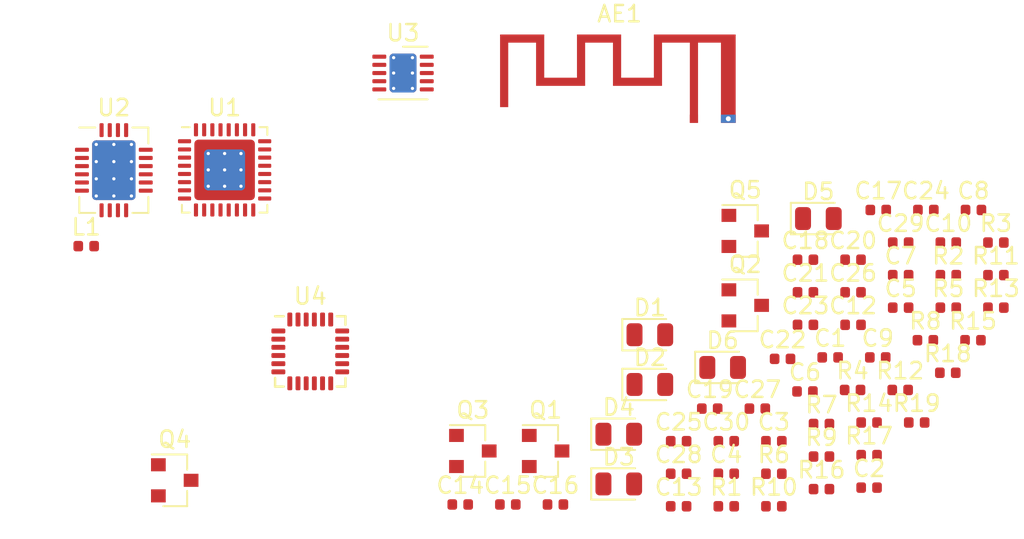
<source format=kicad_pcb>
(kicad_pcb (version 20171130) (host pcbnew "(5.1.4-0-10_14)")

  (general
    (thickness 1.6)
    (drawings 0)
    (tracks 0)
    (zones 0)
    (modules 65)
    (nets 71)
  )

  (page A4)
  (layers
    (0 F.Cu signal)
    (31 B.Cu signal)
    (32 B.Adhes user)
    (33 F.Adhes user)
    (34 B.Paste user)
    (35 F.Paste user)
    (36 B.SilkS user)
    (37 F.SilkS user)
    (38 B.Mask user)
    (39 F.Mask user)
    (40 Dwgs.User user)
    (41 Cmts.User user)
    (42 Eco1.User user)
    (43 Eco2.User user)
    (44 Edge.Cuts user)
    (45 Margin user)
    (46 B.CrtYd user)
    (47 F.CrtYd user)
    (48 B.Fab user)
    (49 F.Fab user)
  )

  (setup
    (last_trace_width 0.25)
    (trace_clearance 0.2)
    (zone_clearance 0.508)
    (zone_45_only no)
    (trace_min 0.2)
    (via_size 0.8)
    (via_drill 0.4)
    (via_min_size 0.4)
    (via_min_drill 0.3)
    (uvia_size 0.3)
    (uvia_drill 0.1)
    (uvias_allowed no)
    (uvia_min_size 0.2)
    (uvia_min_drill 0.1)
    (edge_width 0.05)
    (segment_width 0.2)
    (pcb_text_width 0.3)
    (pcb_text_size 1.5 1.5)
    (mod_edge_width 0.12)
    (mod_text_size 1 1)
    (mod_text_width 0.15)
    (pad_size 1.524 1.524)
    (pad_drill 0.762)
    (pad_to_mask_clearance 0.051)
    (solder_mask_min_width 0.25)
    (aux_axis_origin 0 0)
    (visible_elements FFFFFF7F)
    (pcbplotparams
      (layerselection 0x010fc_ffffffff)
      (usegerberextensions false)
      (usegerberattributes false)
      (usegerberadvancedattributes false)
      (creategerberjobfile false)
      (excludeedgelayer true)
      (linewidth 0.100000)
      (plotframeref false)
      (viasonmask false)
      (mode 1)
      (useauxorigin false)
      (hpglpennumber 1)
      (hpglpenspeed 20)
      (hpglpendiameter 15.000000)
      (psnegative false)
      (psa4output false)
      (plotreference true)
      (plotvalue true)
      (plotinvisibletext false)
      (padsonsilk false)
      (subtractmaskfromsilk false)
      (outputformat 1)
      (mirror false)
      (drillshape 1)
      (scaleselection 1)
      (outputdirectory ""))
  )

  (net 0 "")
  (net 1 "Net-(AE1-Pad1)")
  (net 2 GND)
  (net 3 +3V0)
  (net 4 +BATT)
  (net 5 "Net-(C3-Pad2)")
  (net 6 "Net-(C12-Pad1)")
  (net 7 "Net-(C5-Pad2)")
  (net 8 "Net-(C6-Pad2)")
  (net 9 "Net-(C7-Pad2)")
  (net 10 "Net-(C8-Pad2)")
  (net 11 "Net-(C9-Pad1)")
  (net 12 "Net-(C10-Pad1)")
  (net 13 "Net-(C14-Pad1)")
  (net 14 /U1_1)
  (net 15 "Net-(C16-Pad1)")
  (net 16 /D)
  (net 17 "Net-(C18-Pad1)")
  (net 18 "Net-(C20-Pad1)")
  (net 19 /B)
  (net 20 "Net-(C23-Pad1)")
  (net 21 "Net-(C24-Pad1)")
  (net 22 "Net-(C25-Pad2)")
  (net 23 "Net-(C26-Pad1)")
  (net 24 "Net-(C27-Pad2)")
  (net 25 "Net-(C28-Pad2)")
  (net 26 "Net-(C30-Pad1)")
  (net 27 "Net-(D1-Pad2)")
  (net 28 /LED1_4)
  (net 29 /LED2_3)
  (net 30 "Net-(D2-Pad2)")
  (net 31 "Net-(D3-Pad2)")
  (net 32 "Net-(D4-Pad2)")
  (net 33 "Net-(D5-Pad2)")
  (net 34 "Net-(D6-Pad2)")
  (net 35 /MOTOR3)
  (net 36 /MOTOR1)
  (net 37 /MOTOR2)
  (net 38 /MOTOR4)
  (net 39 /LED6)
  (net 40 "Net-(R5-Pad2)")
  (net 41 /TX_CKO)
  (net 42 /LED5)
  (net 43 /U1_SDA)
  (net 44 /U1_SCL)
  (net 45 "Net-(U4-Pad1)")
  (net 46 "Net-(U4-Pad6)")
  (net 47 "Net-(U4-Pad7)")
  (net 48 /GYRO_INT)
  (net 49 "Net-(U1-Pad33)")
  (net 50 "Net-(U1-Pad4)")
  (net 51 "Net-(U1-Pad5)")
  (net 52 /INTN)
  (net 53 "Net-(U1-Pad10)")
  (net 54 "Net-(J3-Pad3)")
  (net 55 "Net-(J3-Pad4)")
  (net 56 "Net-(U1-Pad21)")
  (net 57 "Net-(U1-Pad22)")
  (net 58 "Net-(J2-Pad1)")
  (net 59 "Net-(U1-Pad25)")
  (net 60 "Net-(U1-Pad26)")
  (net 61 "Net-(U1-Pad27)")
  (net 62 "Net-(U1-Pad29)")
  (net 63 "Net-(U1-Pad30)")
  (net 64 "Net-(U1-Pad31)")
  (net 65 "Net-(U1-Pad32)")
  (net 66 "Net-(U2-Pad17)")
  (net 67 "Net-(U3-Pad11)")
  (net 68 "Net-(U3-Pad1)")
  (net 69 "Net-(U3-Pad2)")
  (net 70 "Net-(U3-Pad6)")

  (net_class Default "This is the default net class."
    (clearance 0.2)
    (trace_width 0.25)
    (via_dia 0.8)
    (via_drill 0.4)
    (uvia_dia 0.3)
    (uvia_drill 0.1)
    (add_net +3V0)
    (add_net +BATT)
    (add_net /B)
    (add_net /D)
    (add_net /GYRO_INT)
    (add_net /INTN)
    (add_net /LED1_4)
    (add_net /LED2_3)
    (add_net /LED5)
    (add_net /LED6)
    (add_net /MOTOR1)
    (add_net /MOTOR2)
    (add_net /MOTOR3)
    (add_net /MOTOR4)
    (add_net /TX_CKO)
    (add_net /U1_1)
    (add_net /U1_SCL)
    (add_net /U1_SDA)
    (add_net GND)
    (add_net "Net-(AE1-Pad1)")
    (add_net "Net-(C10-Pad1)")
    (add_net "Net-(C12-Pad1)")
    (add_net "Net-(C14-Pad1)")
    (add_net "Net-(C16-Pad1)")
    (add_net "Net-(C18-Pad1)")
    (add_net "Net-(C20-Pad1)")
    (add_net "Net-(C23-Pad1)")
    (add_net "Net-(C24-Pad1)")
    (add_net "Net-(C25-Pad2)")
    (add_net "Net-(C26-Pad1)")
    (add_net "Net-(C27-Pad2)")
    (add_net "Net-(C28-Pad2)")
    (add_net "Net-(C3-Pad2)")
    (add_net "Net-(C30-Pad1)")
    (add_net "Net-(C5-Pad2)")
    (add_net "Net-(C6-Pad2)")
    (add_net "Net-(C7-Pad2)")
    (add_net "Net-(C8-Pad2)")
    (add_net "Net-(C9-Pad1)")
    (add_net "Net-(D1-Pad2)")
    (add_net "Net-(D2-Pad2)")
    (add_net "Net-(D3-Pad2)")
    (add_net "Net-(D4-Pad2)")
    (add_net "Net-(D5-Pad2)")
    (add_net "Net-(D6-Pad2)")
    (add_net "Net-(J2-Pad1)")
    (add_net "Net-(J3-Pad3)")
    (add_net "Net-(J3-Pad4)")
    (add_net "Net-(R5-Pad2)")
    (add_net "Net-(U1-Pad10)")
    (add_net "Net-(U1-Pad21)")
    (add_net "Net-(U1-Pad22)")
    (add_net "Net-(U1-Pad25)")
    (add_net "Net-(U1-Pad26)")
    (add_net "Net-(U1-Pad27)")
    (add_net "Net-(U1-Pad29)")
    (add_net "Net-(U1-Pad30)")
    (add_net "Net-(U1-Pad31)")
    (add_net "Net-(U1-Pad32)")
    (add_net "Net-(U1-Pad33)")
    (add_net "Net-(U1-Pad4)")
    (add_net "Net-(U1-Pad5)")
    (add_net "Net-(U2-Pad17)")
    (add_net "Net-(U3-Pad1)")
    (add_net "Net-(U3-Pad11)")
    (add_net "Net-(U3-Pad2)")
    (add_net "Net-(U3-Pad6)")
    (add_net "Net-(U4-Pad1)")
    (add_net "Net-(U4-Pad6)")
    (add_net "Net-(U4-Pad7)")
  )

  (module RF_Antenna:Texas_SWRA117D_2.4GHz_Left (layer F.Cu) (tedit 5996792C) (tstamp 60C298F2)
    (at 151.13 85.09)
    (descr http://www.ti.com/lit/an/swra117d/swra117d.pdf)
    (tags "PCB antenna")
    (path /607F67F0)
    (attr virtual)
    (fp_text reference AE1 (at -4.55 -6.41) (layer F.SilkS)
      (effects (font (size 1 1) (thickness 0.15)))
    )
    (fp_text value Antenna (at -3.95 1.21) (layer F.Fab)
      (effects (font (size 1 1) (thickness 0.15)))
    )
    (fp_poly (pts (xy -2.45 -2.51) (xy -4.45 -2.51) (xy -4.45 -5.15) (xy -7.15 -5.15)
      (xy -7.15 -2.51) (xy -9.15 -2.51) (xy -9.15 -5.15) (xy -11.85 -5.15)
      (xy -11.85 -0.71) (xy -11.35 -0.71) (xy -11.35 -4.65) (xy -9.65 -4.65)
      (xy -9.65 -2.01) (xy -6.65 -2.01) (xy -6.65 -4.65) (xy -4.95 -4.65)
      (xy -4.95 -2.01) (xy -1.95 -2.01) (xy -1.95 -4.65) (xy -0.25 -4.65)
      (xy -0.25 0.25) (xy 0.25 0.25) (xy 0.25 -4.65) (xy 1.65 -4.65)
      (xy 1.65 0.25) (xy 2.55 0.25) (xy 2.55 0.006785) (xy 2.247583 0.006785)
      (xy 2.237742 0.054395) (xy 2.213674 0.096797) (xy 2.175731 0.129581) (xy 2.167819 0.133935)
      (xy 2.125156 0.146043) (xy 2.076637 0.1453) (xy 2.031122 0.1324) (xy 2.012511 0.121787)
      (xy 1.978868 0.086553) (xy 1.958309 0.041368) (xy 1.951778 -0.008158) (xy 1.960218 -0.056417)
      (xy 1.977112 -0.088643) (xy 2.012372 -0.121313) (xy 2.057682 -0.141408) (xy 2.107267 -0.147982)
      (xy 2.155353 -0.140092) (xy 2.188245 -0.123186) (xy 2.223185 -0.086416) (xy 2.242847 -0.041622)
      (xy 2.247583 0.006785) (xy 2.55 0.006785) (xy 2.55 -5.15) (xy -2.45 -5.15)
      (xy -2.45 -2.51)) (layer F.Cu) (width 0))
    (fp_line (start 3.05 -5.45) (end -12.15 -5.45) (layer Dwgs.User) (width 0.15))
    (fp_line (start 3.05 -0.25) (end -12.15 -0.25) (layer Dwgs.User) (width 0.15))
    (fp_line (start 3.05 -0.25) (end 3.05 -5.45) (layer Dwgs.User) (width 0.15))
    (fp_line (start -12.15 -0.25) (end -12.15 -5.45) (layer Dwgs.User) (width 0.15))
    (fp_line (start 3.05 -5.45) (end -12.15 -0.25) (layer Dwgs.User) (width 0.15))
    (fp_line (start 3.05 -0.25) (end -12.15 -5.45) (layer Dwgs.User) (width 0.15))
    (fp_line (start 3.2 -5.6) (end -12.3 -5.6) (layer F.CrtYd) (width 0.05))
    (fp_line (start -12.3 -5.6) (end -12.3 0.35) (layer F.CrtYd) (width 0.05))
    (fp_line (start -12.3 0.35) (end 3.2 0.35) (layer F.CrtYd) (width 0.05))
    (fp_line (start 3.2 0.35) (end 3.2 -5.6) (layer F.CrtYd) (width 0.05))
    (fp_text user %R (at -4.55 -6.4) (layer F.Fab)
      (effects (font (size 1 1) (thickness 0.15)))
    )
    (fp_line (start -12.3 -5.6) (end -12.3 0.35) (layer F.Fab) (width 0.15))
    (fp_line (start 3.2 0.35) (end 3.2 -5.6) (layer F.Fab) (width 0.15))
    (fp_line (start -12.3 0.35) (end 3.2 0.35) (layer F.Fab) (width 0.15))
    (fp_line (start 3.2 -5.6) (end -12.3 -5.6) (layer F.Fab) (width 0.15))
    (pad 2 thru_hole rect (at 2.1 0) (size 0.9 0.5) (drill 0.3) (layers *.Cu)
      (zone_connect 2))
    (pad 1 connect rect (at 0 0) (size 0.5 0.5) (layers F.Cu)
      (net 1 "Net-(AE1-Pad1)"))
  )

  (module Capacitor_SMD:C_0402_1005Metric (layer F.Cu) (tedit 5B301BBE) (tstamp 60C29901)
    (at 159.455001 99.675001)
    (descr "Capacitor SMD 0402 (1005 Metric), square (rectangular) end terminal, IPC_7351 nominal, (Body size source: http://www.tortai-tech.com/upload/download/2011102023233369053.pdf), generated with kicad-footprint-generator")
    (tags capacitor)
    (path /6047300C)
    (attr smd)
    (fp_text reference C1 (at 0 -1.17) (layer F.SilkS)
      (effects (font (size 1 1) (thickness 0.15)))
    )
    (fp_text value 100nF (at 0 1.17) (layer F.Fab)
      (effects (font (size 1 1) (thickness 0.15)))
    )
    (fp_line (start -0.5 0.25) (end -0.5 -0.25) (layer F.Fab) (width 0.1))
    (fp_line (start -0.5 -0.25) (end 0.5 -0.25) (layer F.Fab) (width 0.1))
    (fp_line (start 0.5 -0.25) (end 0.5 0.25) (layer F.Fab) (width 0.1))
    (fp_line (start 0.5 0.25) (end -0.5 0.25) (layer F.Fab) (width 0.1))
    (fp_line (start -0.93 0.47) (end -0.93 -0.47) (layer F.CrtYd) (width 0.05))
    (fp_line (start -0.93 -0.47) (end 0.93 -0.47) (layer F.CrtYd) (width 0.05))
    (fp_line (start 0.93 -0.47) (end 0.93 0.47) (layer F.CrtYd) (width 0.05))
    (fp_line (start 0.93 0.47) (end -0.93 0.47) (layer F.CrtYd) (width 0.05))
    (fp_text user %R (at 0 0) (layer F.Fab)
      (effects (font (size 0.25 0.25) (thickness 0.04)))
    )
    (pad 1 smd roundrect (at -0.485 0) (size 0.59 0.64) (layers F.Cu F.Paste F.Mask) (roundrect_rratio 0.25)
      (net 2 GND))
    (pad 2 smd roundrect (at 0.485 0) (size 0.59 0.64) (layers F.Cu F.Paste F.Mask) (roundrect_rratio 0.25)
      (net 3 +3V0))
    (model ${KISYS3DMOD}/Capacitor_SMD.3dshapes/C_0402_1005Metric.wrl
      (at (xyz 0 0 0))
      (scale (xyz 1 1 1))
      (rotate (xyz 0 0 0))
    )
  )

  (module Capacitor_SMD:C_0402_1005Metric (layer F.Cu) (tedit 5B301BBE) (tstamp 60C29910)
    (at 161.835001 107.635001)
    (descr "Capacitor SMD 0402 (1005 Metric), square (rectangular) end terminal, IPC_7351 nominal, (Body size source: http://www.tortai-tech.com/upload/download/2011102023233369053.pdf), generated with kicad-footprint-generator")
    (tags capacitor)
    (path /6047EBC2)
    (attr smd)
    (fp_text reference C2 (at 0 -1.17) (layer F.SilkS)
      (effects (font (size 1 1) (thickness 0.15)))
    )
    (fp_text value 100nF (at 0 1.17) (layer F.Fab)
      (effects (font (size 1 1) (thickness 0.15)))
    )
    (fp_text user %R (at 0 0) (layer F.Fab)
      (effects (font (size 0.25 0.25) (thickness 0.04)))
    )
    (fp_line (start 0.93 0.47) (end -0.93 0.47) (layer F.CrtYd) (width 0.05))
    (fp_line (start 0.93 -0.47) (end 0.93 0.47) (layer F.CrtYd) (width 0.05))
    (fp_line (start -0.93 -0.47) (end 0.93 -0.47) (layer F.CrtYd) (width 0.05))
    (fp_line (start -0.93 0.47) (end -0.93 -0.47) (layer F.CrtYd) (width 0.05))
    (fp_line (start 0.5 0.25) (end -0.5 0.25) (layer F.Fab) (width 0.1))
    (fp_line (start 0.5 -0.25) (end 0.5 0.25) (layer F.Fab) (width 0.1))
    (fp_line (start -0.5 -0.25) (end 0.5 -0.25) (layer F.Fab) (width 0.1))
    (fp_line (start -0.5 0.25) (end -0.5 -0.25) (layer F.Fab) (width 0.1))
    (pad 2 smd roundrect (at 0.485 0) (size 0.59 0.64) (layers F.Cu F.Paste F.Mask) (roundrect_rratio 0.25)
      (net 3 +3V0))
    (pad 1 smd roundrect (at -0.485 0) (size 0.59 0.64) (layers F.Cu F.Paste F.Mask) (roundrect_rratio 0.25)
      (net 2 GND))
    (model ${KISYS3DMOD}/Capacitor_SMD.3dshapes/C_0402_1005Metric.wrl
      (at (xyz 0 0 0))
      (scale (xyz 1 1 1))
      (rotate (xyz 0 0 0))
    )
  )

  (module Capacitor_SMD:C_0402_1005Metric (layer F.Cu) (tedit 5B301BBE) (tstamp 60C2991F)
    (at 156.015001 104.795001)
    (descr "Capacitor SMD 0402 (1005 Metric), square (rectangular) end terminal, IPC_7351 nominal, (Body size source: http://www.tortai-tech.com/upload/download/2011102023233369053.pdf), generated with kicad-footprint-generator")
    (tags capacitor)
    (path /60485CDE)
    (attr smd)
    (fp_text reference C3 (at 0 -1.17) (layer F.SilkS)
      (effects (font (size 1 1) (thickness 0.15)))
    )
    (fp_text value 100nF (at 0 1.17) (layer F.Fab)
      (effects (font (size 1 1) (thickness 0.15)))
    )
    (fp_line (start -0.5 0.25) (end -0.5 -0.25) (layer F.Fab) (width 0.1))
    (fp_line (start -0.5 -0.25) (end 0.5 -0.25) (layer F.Fab) (width 0.1))
    (fp_line (start 0.5 -0.25) (end 0.5 0.25) (layer F.Fab) (width 0.1))
    (fp_line (start 0.5 0.25) (end -0.5 0.25) (layer F.Fab) (width 0.1))
    (fp_line (start -0.93 0.47) (end -0.93 -0.47) (layer F.CrtYd) (width 0.05))
    (fp_line (start -0.93 -0.47) (end 0.93 -0.47) (layer F.CrtYd) (width 0.05))
    (fp_line (start 0.93 -0.47) (end 0.93 0.47) (layer F.CrtYd) (width 0.05))
    (fp_line (start 0.93 0.47) (end -0.93 0.47) (layer F.CrtYd) (width 0.05))
    (fp_text user %R (at 0 0) (layer F.Fab)
      (effects (font (size 0.25 0.25) (thickness 0.04)))
    )
    (pad 1 smd roundrect (at -0.485 0) (size 0.59 0.64) (layers F.Cu F.Paste F.Mask) (roundrect_rratio 0.25)
      (net 4 +BATT))
    (pad 2 smd roundrect (at 0.485 0) (size 0.59 0.64) (layers F.Cu F.Paste F.Mask) (roundrect_rratio 0.25)
      (net 5 "Net-(C3-Pad2)"))
    (model ${KISYS3DMOD}/Capacitor_SMD.3dshapes/C_0402_1005Metric.wrl
      (at (xyz 0 0 0))
      (scale (xyz 1 1 1))
      (rotate (xyz 0 0 0))
    )
  )

  (module Capacitor_SMD:C_0402_1005Metric (layer F.Cu) (tedit 5B301BBE) (tstamp 60C2992E)
    (at 153.105001 106.785001)
    (descr "Capacitor SMD 0402 (1005 Metric), square (rectangular) end terminal, IPC_7351 nominal, (Body size source: http://www.tortai-tech.com/upload/download/2011102023233369053.pdf), generated with kicad-footprint-generator")
    (tags capacitor)
    (path /60485CE4)
    (attr smd)
    (fp_text reference C4 (at 0 -1.17) (layer F.SilkS)
      (effects (font (size 1 1) (thickness 0.15)))
    )
    (fp_text value 1uF (at 0 1.17) (layer F.Fab)
      (effects (font (size 1 1) (thickness 0.15)))
    )
    (fp_text user %R (at 0 0) (layer F.Fab)
      (effects (font (size 0.25 0.25) (thickness 0.04)))
    )
    (fp_line (start 0.93 0.47) (end -0.93 0.47) (layer F.CrtYd) (width 0.05))
    (fp_line (start 0.93 -0.47) (end 0.93 0.47) (layer F.CrtYd) (width 0.05))
    (fp_line (start -0.93 -0.47) (end 0.93 -0.47) (layer F.CrtYd) (width 0.05))
    (fp_line (start -0.93 0.47) (end -0.93 -0.47) (layer F.CrtYd) (width 0.05))
    (fp_line (start 0.5 0.25) (end -0.5 0.25) (layer F.Fab) (width 0.1))
    (fp_line (start 0.5 -0.25) (end 0.5 0.25) (layer F.Fab) (width 0.1))
    (fp_line (start -0.5 -0.25) (end 0.5 -0.25) (layer F.Fab) (width 0.1))
    (fp_line (start -0.5 0.25) (end -0.5 -0.25) (layer F.Fab) (width 0.1))
    (pad 2 smd roundrect (at 0.485 0) (size 0.59 0.64) (layers F.Cu F.Paste F.Mask) (roundrect_rratio 0.25)
      (net 6 "Net-(C12-Pad1)"))
    (pad 1 smd roundrect (at -0.485 0) (size 0.59 0.64) (layers F.Cu F.Paste F.Mask) (roundrect_rratio 0.25)
      (net 2 GND))
    (model ${KISYS3DMOD}/Capacitor_SMD.3dshapes/C_0402_1005Metric.wrl
      (at (xyz 0 0 0))
      (scale (xyz 1 1 1))
      (rotate (xyz 0 0 0))
    )
  )

  (module Capacitor_SMD:C_0402_1005Metric (layer F.Cu) (tedit 5B301BBE) (tstamp 60C2993D)
    (at 163.765001 96.635001)
    (descr "Capacitor SMD 0402 (1005 Metric), square (rectangular) end terminal, IPC_7351 nominal, (Body size source: http://www.tortai-tech.com/upload/download/2011102023233369053.pdf), generated with kicad-footprint-generator")
    (tags capacitor)
    (path /6047F143)
    (attr smd)
    (fp_text reference C5 (at 0 -1.17) (layer F.SilkS)
      (effects (font (size 1 1) (thickness 0.15)))
    )
    (fp_text value 100nF (at 0 1.17) (layer F.Fab)
      (effects (font (size 1 1) (thickness 0.15)))
    )
    (fp_line (start -0.5 0.25) (end -0.5 -0.25) (layer F.Fab) (width 0.1))
    (fp_line (start -0.5 -0.25) (end 0.5 -0.25) (layer F.Fab) (width 0.1))
    (fp_line (start 0.5 -0.25) (end 0.5 0.25) (layer F.Fab) (width 0.1))
    (fp_line (start 0.5 0.25) (end -0.5 0.25) (layer F.Fab) (width 0.1))
    (fp_line (start -0.93 0.47) (end -0.93 -0.47) (layer F.CrtYd) (width 0.05))
    (fp_line (start -0.93 -0.47) (end 0.93 -0.47) (layer F.CrtYd) (width 0.05))
    (fp_line (start 0.93 -0.47) (end 0.93 0.47) (layer F.CrtYd) (width 0.05))
    (fp_line (start 0.93 0.47) (end -0.93 0.47) (layer F.CrtYd) (width 0.05))
    (fp_text user %R (at 0 0) (layer F.Fab)
      (effects (font (size 0.25 0.25) (thickness 0.04)))
    )
    (pad 1 smd roundrect (at -0.485 0) (size 0.59 0.64) (layers F.Cu F.Paste F.Mask) (roundrect_rratio 0.25)
      (net 2 GND))
    (pad 2 smd roundrect (at 0.485 0) (size 0.59 0.64) (layers F.Cu F.Paste F.Mask) (roundrect_rratio 0.25)
      (net 7 "Net-(C5-Pad2)"))
    (model ${KISYS3DMOD}/Capacitor_SMD.3dshapes/C_0402_1005Metric.wrl
      (at (xyz 0 0 0))
      (scale (xyz 1 1 1))
      (rotate (xyz 0 0 0))
    )
  )

  (module Capacitor_SMD:C_0402_1005Metric (layer F.Cu) (tedit 5B301BBE) (tstamp 60C2994C)
    (at 157.915001 101.755001)
    (descr "Capacitor SMD 0402 (1005 Metric), square (rectangular) end terminal, IPC_7351 nominal, (Body size source: http://www.tortai-tech.com/upload/download/2011102023233369053.pdf), generated with kicad-footprint-generator")
    (tags capacitor)
    (path /6047F599)
    (attr smd)
    (fp_text reference C6 (at 0 -1.17) (layer F.SilkS)
      (effects (font (size 1 1) (thickness 0.15)))
    )
    (fp_text value 100nF (at 0 1.17) (layer F.Fab)
      (effects (font (size 1 1) (thickness 0.15)))
    )
    (fp_text user %R (at 0 0) (layer F.Fab)
      (effects (font (size 0.25 0.25) (thickness 0.04)))
    )
    (fp_line (start 0.93 0.47) (end -0.93 0.47) (layer F.CrtYd) (width 0.05))
    (fp_line (start 0.93 -0.47) (end 0.93 0.47) (layer F.CrtYd) (width 0.05))
    (fp_line (start -0.93 -0.47) (end 0.93 -0.47) (layer F.CrtYd) (width 0.05))
    (fp_line (start -0.93 0.47) (end -0.93 -0.47) (layer F.CrtYd) (width 0.05))
    (fp_line (start 0.5 0.25) (end -0.5 0.25) (layer F.Fab) (width 0.1))
    (fp_line (start 0.5 -0.25) (end 0.5 0.25) (layer F.Fab) (width 0.1))
    (fp_line (start -0.5 -0.25) (end 0.5 -0.25) (layer F.Fab) (width 0.1))
    (fp_line (start -0.5 0.25) (end -0.5 -0.25) (layer F.Fab) (width 0.1))
    (pad 2 smd roundrect (at 0.485 0) (size 0.59 0.64) (layers F.Cu F.Paste F.Mask) (roundrect_rratio 0.25)
      (net 8 "Net-(C6-Pad2)"))
    (pad 1 smd roundrect (at -0.485 0) (size 0.59 0.64) (layers F.Cu F.Paste F.Mask) (roundrect_rratio 0.25)
      (net 4 +BATT))
    (model ${KISYS3DMOD}/Capacitor_SMD.3dshapes/C_0402_1005Metric.wrl
      (at (xyz 0 0 0))
      (scale (xyz 1 1 1))
      (rotate (xyz 0 0 0))
    )
  )

  (module Capacitor_SMD:C_0402_1005Metric (layer F.Cu) (tedit 5B301BBE) (tstamp 60C2995B)
    (at 163.765001 94.645001)
    (descr "Capacitor SMD 0402 (1005 Metric), square (rectangular) end terminal, IPC_7351 nominal, (Body size source: http://www.tortai-tech.com/upload/download/2011102023233369053.pdf), generated with kicad-footprint-generator")
    (tags capacitor)
    (path /60485CEA)
    (attr smd)
    (fp_text reference C7 (at 0 -1.17) (layer F.SilkS)
      (effects (font (size 1 1) (thickness 0.15)))
    )
    (fp_text value 120pF (at 0 1.17) (layer F.Fab)
      (effects (font (size 1 1) (thickness 0.15)))
    )
    (fp_line (start -0.5 0.25) (end -0.5 -0.25) (layer F.Fab) (width 0.1))
    (fp_line (start -0.5 -0.25) (end 0.5 -0.25) (layer F.Fab) (width 0.1))
    (fp_line (start 0.5 -0.25) (end 0.5 0.25) (layer F.Fab) (width 0.1))
    (fp_line (start 0.5 0.25) (end -0.5 0.25) (layer F.Fab) (width 0.1))
    (fp_line (start -0.93 0.47) (end -0.93 -0.47) (layer F.CrtYd) (width 0.05))
    (fp_line (start -0.93 -0.47) (end 0.93 -0.47) (layer F.CrtYd) (width 0.05))
    (fp_line (start 0.93 -0.47) (end 0.93 0.47) (layer F.CrtYd) (width 0.05))
    (fp_line (start 0.93 0.47) (end -0.93 0.47) (layer F.CrtYd) (width 0.05))
    (fp_text user %R (at 0 0) (layer F.Fab)
      (effects (font (size 0.25 0.25) (thickness 0.04)))
    )
    (pad 1 smd roundrect (at -0.485 0) (size 0.59 0.64) (layers F.Cu F.Paste F.Mask) (roundrect_rratio 0.25)
      (net 2 GND))
    (pad 2 smd roundrect (at 0.485 0) (size 0.59 0.64) (layers F.Cu F.Paste F.Mask) (roundrect_rratio 0.25)
      (net 9 "Net-(C7-Pad2)"))
    (model ${KISYS3DMOD}/Capacitor_SMD.3dshapes/C_0402_1005Metric.wrl
      (at (xyz 0 0 0))
      (scale (xyz 1 1 1))
      (rotate (xyz 0 0 0))
    )
  )

  (module Capacitor_SMD:C_0402_1005Metric (layer F.Cu) (tedit 5B301BBE) (tstamp 60C2996A)
    (at 168.215001 90.665001)
    (descr "Capacitor SMD 0402 (1005 Metric), square (rectangular) end terminal, IPC_7351 nominal, (Body size source: http://www.tortai-tech.com/upload/download/2011102023233369053.pdf), generated with kicad-footprint-generator")
    (tags capacitor)
    (path /60485CF0)
    (attr smd)
    (fp_text reference C8 (at 0 -1.17) (layer F.SilkS)
      (effects (font (size 1 1) (thickness 0.15)))
    )
    (fp_text value 1.5nF (at 0 1.17) (layer F.Fab)
      (effects (font (size 1 1) (thickness 0.15)))
    )
    (fp_text user %R (at 0 0) (layer F.Fab)
      (effects (font (size 0.25 0.25) (thickness 0.04)))
    )
    (fp_line (start 0.93 0.47) (end -0.93 0.47) (layer F.CrtYd) (width 0.05))
    (fp_line (start 0.93 -0.47) (end 0.93 0.47) (layer F.CrtYd) (width 0.05))
    (fp_line (start -0.93 -0.47) (end 0.93 -0.47) (layer F.CrtYd) (width 0.05))
    (fp_line (start -0.93 0.47) (end -0.93 -0.47) (layer F.CrtYd) (width 0.05))
    (fp_line (start 0.5 0.25) (end -0.5 0.25) (layer F.Fab) (width 0.1))
    (fp_line (start 0.5 -0.25) (end 0.5 0.25) (layer F.Fab) (width 0.1))
    (fp_line (start -0.5 -0.25) (end 0.5 -0.25) (layer F.Fab) (width 0.1))
    (fp_line (start -0.5 0.25) (end -0.5 -0.25) (layer F.Fab) (width 0.1))
    (pad 2 smd roundrect (at 0.485 0) (size 0.59 0.64) (layers F.Cu F.Paste F.Mask) (roundrect_rratio 0.25)
      (net 10 "Net-(C8-Pad2)"))
    (pad 1 smd roundrect (at -0.485 0) (size 0.59 0.64) (layers F.Cu F.Paste F.Mask) (roundrect_rratio 0.25)
      (net 2 GND))
    (model ${KISYS3DMOD}/Capacitor_SMD.3dshapes/C_0402_1005Metric.wrl
      (at (xyz 0 0 0))
      (scale (xyz 1 1 1))
      (rotate (xyz 0 0 0))
    )
  )

  (module Capacitor_SMD:C_0402_1005Metric (layer F.Cu) (tedit 5B301BBE) (tstamp 60C29979)
    (at 162.365001 99.675001)
    (descr "Capacitor SMD 0402 (1005 Metric), square (rectangular) end terminal, IPC_7351 nominal, (Body size source: http://www.tortai-tech.com/upload/download/2011102023233369053.pdf), generated with kicad-footprint-generator")
    (tags capacitor)
    (path /6047FD1A)
    (attr smd)
    (fp_text reference C9 (at 0 -1.17) (layer F.SilkS)
      (effects (font (size 1 1) (thickness 0.15)))
    )
    (fp_text value 27pF (at 0 1.17) (layer F.Fab)
      (effects (font (size 1 1) (thickness 0.15)))
    )
    (fp_text user %R (at 0 0) (layer F.Fab)
      (effects (font (size 0.25 0.25) (thickness 0.04)))
    )
    (fp_line (start 0.93 0.47) (end -0.93 0.47) (layer F.CrtYd) (width 0.05))
    (fp_line (start 0.93 -0.47) (end 0.93 0.47) (layer F.CrtYd) (width 0.05))
    (fp_line (start -0.93 -0.47) (end 0.93 -0.47) (layer F.CrtYd) (width 0.05))
    (fp_line (start -0.93 0.47) (end -0.93 -0.47) (layer F.CrtYd) (width 0.05))
    (fp_line (start 0.5 0.25) (end -0.5 0.25) (layer F.Fab) (width 0.1))
    (fp_line (start 0.5 -0.25) (end 0.5 0.25) (layer F.Fab) (width 0.1))
    (fp_line (start -0.5 -0.25) (end 0.5 -0.25) (layer F.Fab) (width 0.1))
    (fp_line (start -0.5 0.25) (end -0.5 -0.25) (layer F.Fab) (width 0.1))
    (pad 2 smd roundrect (at 0.485 0) (size 0.59 0.64) (layers F.Cu F.Paste F.Mask) (roundrect_rratio 0.25)
      (net 1 "Net-(AE1-Pad1)"))
    (pad 1 smd roundrect (at -0.485 0) (size 0.59 0.64) (layers F.Cu F.Paste F.Mask) (roundrect_rratio 0.25)
      (net 11 "Net-(C9-Pad1)"))
    (model ${KISYS3DMOD}/Capacitor_SMD.3dshapes/C_0402_1005Metric.wrl
      (at (xyz 0 0 0))
      (scale (xyz 1 1 1))
      (rotate (xyz 0 0 0))
    )
  )

  (module Capacitor_SMD:C_0402_1005Metric (layer F.Cu) (tedit 5B301BBE) (tstamp 60C29988)
    (at 166.675001 92.655001)
    (descr "Capacitor SMD 0402 (1005 Metric), square (rectangular) end terminal, IPC_7351 nominal, (Body size source: http://www.tortai-tech.com/upload/download/2011102023233369053.pdf), generated with kicad-footprint-generator")
    (tags capacitor)
    (path /6047F9C1)
    (attr smd)
    (fp_text reference C10 (at 0 -1.17) (layer F.SilkS)
      (effects (font (size 1 1) (thickness 0.15)))
    )
    (fp_text value 12pF (at 0 1.17) (layer F.Fab)
      (effects (font (size 1 1) (thickness 0.15)))
    )
    (fp_line (start -0.5 0.25) (end -0.5 -0.25) (layer F.Fab) (width 0.1))
    (fp_line (start -0.5 -0.25) (end 0.5 -0.25) (layer F.Fab) (width 0.1))
    (fp_line (start 0.5 -0.25) (end 0.5 0.25) (layer F.Fab) (width 0.1))
    (fp_line (start 0.5 0.25) (end -0.5 0.25) (layer F.Fab) (width 0.1))
    (fp_line (start -0.93 0.47) (end -0.93 -0.47) (layer F.CrtYd) (width 0.05))
    (fp_line (start -0.93 -0.47) (end 0.93 -0.47) (layer F.CrtYd) (width 0.05))
    (fp_line (start 0.93 -0.47) (end 0.93 0.47) (layer F.CrtYd) (width 0.05))
    (fp_line (start 0.93 0.47) (end -0.93 0.47) (layer F.CrtYd) (width 0.05))
    (fp_text user %R (at 0 0) (layer F.Fab)
      (effects (font (size 0.25 0.25) (thickness 0.04)))
    )
    (pad 1 smd roundrect (at -0.485 0) (size 0.59 0.64) (layers F.Cu F.Paste F.Mask) (roundrect_rratio 0.25)
      (net 12 "Net-(C10-Pad1)"))
    (pad 2 smd roundrect (at 0.485 0) (size 0.59 0.64) (layers F.Cu F.Paste F.Mask) (roundrect_rratio 0.25)
      (net 1 "Net-(AE1-Pad1)"))
    (model ${KISYS3DMOD}/Capacitor_SMD.3dshapes/C_0402_1005Metric.wrl
      (at (xyz 0 0 0))
      (scale (xyz 1 1 1))
      (rotate (xyz 0 0 0))
    )
  )

  (module Capacitor_SMD:C_0402_1005Metric (layer F.Cu) (tedit 5B301BBE) (tstamp 60C29997)
    (at 160.855001 97.685001)
    (descr "Capacitor SMD 0402 (1005 Metric), square (rectangular) end terminal, IPC_7351 nominal, (Body size source: http://www.tortai-tech.com/upload/download/2011102023233369053.pdf), generated with kicad-footprint-generator")
    (tags capacitor)
    (path /60485CF6)
    (attr smd)
    (fp_text reference C12 (at 0 -1.17) (layer F.SilkS)
      (effects (font (size 1 1) (thickness 0.15)))
    )
    (fp_text value 100pF (at 0 1.17) (layer F.Fab)
      (effects (font (size 1 1) (thickness 0.15)))
    )
    (fp_line (start -0.5 0.25) (end -0.5 -0.25) (layer F.Fab) (width 0.1))
    (fp_line (start -0.5 -0.25) (end 0.5 -0.25) (layer F.Fab) (width 0.1))
    (fp_line (start 0.5 -0.25) (end 0.5 0.25) (layer F.Fab) (width 0.1))
    (fp_line (start 0.5 0.25) (end -0.5 0.25) (layer F.Fab) (width 0.1))
    (fp_line (start -0.93 0.47) (end -0.93 -0.47) (layer F.CrtYd) (width 0.05))
    (fp_line (start -0.93 -0.47) (end 0.93 -0.47) (layer F.CrtYd) (width 0.05))
    (fp_line (start 0.93 -0.47) (end 0.93 0.47) (layer F.CrtYd) (width 0.05))
    (fp_line (start 0.93 0.47) (end -0.93 0.47) (layer F.CrtYd) (width 0.05))
    (fp_text user %R (at 0 0) (layer F.Fab)
      (effects (font (size 0.25 0.25) (thickness 0.04)))
    )
    (pad 1 smd roundrect (at -0.485 0) (size 0.59 0.64) (layers F.Cu F.Paste F.Mask) (roundrect_rratio 0.25)
      (net 6 "Net-(C12-Pad1)"))
    (pad 2 smd roundrect (at 0.485 0) (size 0.59 0.64) (layers F.Cu F.Paste F.Mask) (roundrect_rratio 0.25)
      (net 2 GND))
    (model ${KISYS3DMOD}/Capacitor_SMD.3dshapes/C_0402_1005Metric.wrl
      (at (xyz 0 0 0))
      (scale (xyz 1 1 1))
      (rotate (xyz 0 0 0))
    )
  )

  (module Capacitor_SMD:C_0402_1005Metric (layer F.Cu) (tedit 5B301BBE) (tstamp 60C299A6)
    (at 150.195001 108.775001)
    (descr "Capacitor SMD 0402 (1005 Metric), square (rectangular) end terminal, IPC_7351 nominal, (Body size source: http://www.tortai-tech.com/upload/download/2011102023233369053.pdf), generated with kicad-footprint-generator")
    (tags capacitor)
    (path /60482D3C)
    (attr smd)
    (fp_text reference C13 (at 0 -1.17) (layer F.SilkS)
      (effects (font (size 1 1) (thickness 0.15)))
    )
    (fp_text value 1uF (at 0 1.17) (layer F.Fab)
      (effects (font (size 1 1) (thickness 0.15)))
    )
    (fp_line (start -0.5 0.25) (end -0.5 -0.25) (layer F.Fab) (width 0.1))
    (fp_line (start -0.5 -0.25) (end 0.5 -0.25) (layer F.Fab) (width 0.1))
    (fp_line (start 0.5 -0.25) (end 0.5 0.25) (layer F.Fab) (width 0.1))
    (fp_line (start 0.5 0.25) (end -0.5 0.25) (layer F.Fab) (width 0.1))
    (fp_line (start -0.93 0.47) (end -0.93 -0.47) (layer F.CrtYd) (width 0.05))
    (fp_line (start -0.93 -0.47) (end 0.93 -0.47) (layer F.CrtYd) (width 0.05))
    (fp_line (start 0.93 -0.47) (end 0.93 0.47) (layer F.CrtYd) (width 0.05))
    (fp_line (start 0.93 0.47) (end -0.93 0.47) (layer F.CrtYd) (width 0.05))
    (fp_text user %R (at 0 0) (layer F.Fab)
      (effects (font (size 0.25 0.25) (thickness 0.04)))
    )
    (pad 1 smd roundrect (at -0.485 0) (size 0.59 0.64) (layers F.Cu F.Paste F.Mask) (roundrect_rratio 0.25)
      (net 6 "Net-(C12-Pad1)"))
    (pad 2 smd roundrect (at 0.485 0) (size 0.59 0.64) (layers F.Cu F.Paste F.Mask) (roundrect_rratio 0.25)
      (net 2 GND))
    (model ${KISYS3DMOD}/Capacitor_SMD.3dshapes/C_0402_1005Metric.wrl
      (at (xyz 0 0 0))
      (scale (xyz 1 1 1))
      (rotate (xyz 0 0 0))
    )
  )

  (module Capacitor_SMD:C_0402_1005Metric (layer F.Cu) (tedit 5B301BBE) (tstamp 60C299B5)
    (at 136.845001 108.665001)
    (descr "Capacitor SMD 0402 (1005 Metric), square (rectangular) end terminal, IPC_7351 nominal, (Body size source: http://www.tortai-tech.com/upload/download/2011102023233369053.pdf), generated with kicad-footprint-generator")
    (tags capacitor)
    (path /60482D5A)
    (attr smd)
    (fp_text reference C14 (at 0 -1.17) (layer F.SilkS)
      (effects (font (size 1 1) (thickness 0.15)))
    )
    (fp_text value 10pF (at 0 1.17) (layer F.Fab)
      (effects (font (size 1 1) (thickness 0.15)))
    )
    (fp_text user %R (at 0 0) (layer F.Fab)
      (effects (font (size 0.25 0.25) (thickness 0.04)))
    )
    (fp_line (start 0.93 0.47) (end -0.93 0.47) (layer F.CrtYd) (width 0.05))
    (fp_line (start 0.93 -0.47) (end 0.93 0.47) (layer F.CrtYd) (width 0.05))
    (fp_line (start -0.93 -0.47) (end 0.93 -0.47) (layer F.CrtYd) (width 0.05))
    (fp_line (start -0.93 0.47) (end -0.93 -0.47) (layer F.CrtYd) (width 0.05))
    (fp_line (start 0.5 0.25) (end -0.5 0.25) (layer F.Fab) (width 0.1))
    (fp_line (start 0.5 -0.25) (end 0.5 0.25) (layer F.Fab) (width 0.1))
    (fp_line (start -0.5 -0.25) (end 0.5 -0.25) (layer F.Fab) (width 0.1))
    (fp_line (start -0.5 0.25) (end -0.5 -0.25) (layer F.Fab) (width 0.1))
    (pad 2 smd roundrect (at 0.485 0) (size 0.59 0.64) (layers F.Cu F.Paste F.Mask) (roundrect_rratio 0.25)
      (net 2 GND))
    (pad 1 smd roundrect (at -0.485 0) (size 0.59 0.64) (layers F.Cu F.Paste F.Mask) (roundrect_rratio 0.25)
      (net 13 "Net-(C14-Pad1)"))
    (model ${KISYS3DMOD}/Capacitor_SMD.3dshapes/C_0402_1005Metric.wrl
      (at (xyz 0 0 0))
      (scale (xyz 1 1 1))
      (rotate (xyz 0 0 0))
    )
  )

  (module Capacitor_SMD:C_0402_1005Metric (layer F.Cu) (tedit 5B301BBE) (tstamp 60C299C4)
    (at 139.755001 108.665001)
    (descr "Capacitor SMD 0402 (1005 Metric), square (rectangular) end terminal, IPC_7351 nominal, (Body size source: http://www.tortai-tech.com/upload/download/2011102023233369053.pdf), generated with kicad-footprint-generator")
    (tags capacitor)
    (path /604873EF)
    (attr smd)
    (fp_text reference C15 (at 0 -1.17) (layer F.SilkS)
      (effects (font (size 1 1) (thickness 0.15)))
    )
    (fp_text value 100nF (at 0 1.17) (layer F.Fab)
      (effects (font (size 1 1) (thickness 0.15)))
    )
    (fp_text user %R (at 0 0) (layer F.Fab)
      (effects (font (size 0.25 0.25) (thickness 0.04)))
    )
    (fp_line (start 0.93 0.47) (end -0.93 0.47) (layer F.CrtYd) (width 0.05))
    (fp_line (start 0.93 -0.47) (end 0.93 0.47) (layer F.CrtYd) (width 0.05))
    (fp_line (start -0.93 -0.47) (end 0.93 -0.47) (layer F.CrtYd) (width 0.05))
    (fp_line (start -0.93 0.47) (end -0.93 -0.47) (layer F.CrtYd) (width 0.05))
    (fp_line (start 0.5 0.25) (end -0.5 0.25) (layer F.Fab) (width 0.1))
    (fp_line (start 0.5 -0.25) (end 0.5 0.25) (layer F.Fab) (width 0.1))
    (fp_line (start -0.5 -0.25) (end 0.5 -0.25) (layer F.Fab) (width 0.1))
    (fp_line (start -0.5 0.25) (end -0.5 -0.25) (layer F.Fab) (width 0.1))
    (pad 2 smd roundrect (at 0.485 0) (size 0.59 0.64) (layers F.Cu F.Paste F.Mask) (roundrect_rratio 0.25)
      (net 14 /U1_1))
    (pad 1 smd roundrect (at -0.485 0) (size 0.59 0.64) (layers F.Cu F.Paste F.Mask) (roundrect_rratio 0.25)
      (net 2 GND))
    (model ${KISYS3DMOD}/Capacitor_SMD.3dshapes/C_0402_1005Metric.wrl
      (at (xyz 0 0 0))
      (scale (xyz 1 1 1))
      (rotate (xyz 0 0 0))
    )
  )

  (module Capacitor_SMD:C_0402_1005Metric (layer F.Cu) (tedit 5B301BBE) (tstamp 60C299D3)
    (at 142.665001 108.665001)
    (descr "Capacitor SMD 0402 (1005 Metric), square (rectangular) end terminal, IPC_7351 nominal, (Body size source: http://www.tortai-tech.com/upload/download/2011102023233369053.pdf), generated with kicad-footprint-generator")
    (tags capacitor)
    (path /604873F5)
    (attr smd)
    (fp_text reference C16 (at 0 -1.17) (layer F.SilkS)
      (effects (font (size 1 1) (thickness 0.15)))
    )
    (fp_text value 680pF (at 0 1.17) (layer F.Fab)
      (effects (font (size 1 1) (thickness 0.15)))
    )
    (fp_line (start -0.5 0.25) (end -0.5 -0.25) (layer F.Fab) (width 0.1))
    (fp_line (start -0.5 -0.25) (end 0.5 -0.25) (layer F.Fab) (width 0.1))
    (fp_line (start 0.5 -0.25) (end 0.5 0.25) (layer F.Fab) (width 0.1))
    (fp_line (start 0.5 0.25) (end -0.5 0.25) (layer F.Fab) (width 0.1))
    (fp_line (start -0.93 0.47) (end -0.93 -0.47) (layer F.CrtYd) (width 0.05))
    (fp_line (start -0.93 -0.47) (end 0.93 -0.47) (layer F.CrtYd) (width 0.05))
    (fp_line (start 0.93 -0.47) (end 0.93 0.47) (layer F.CrtYd) (width 0.05))
    (fp_line (start 0.93 0.47) (end -0.93 0.47) (layer F.CrtYd) (width 0.05))
    (fp_text user %R (at 0 0) (layer F.Fab)
      (effects (font (size 0.25 0.25) (thickness 0.04)))
    )
    (pad 1 smd roundrect (at -0.485 0) (size 0.59 0.64) (layers F.Cu F.Paste F.Mask) (roundrect_rratio 0.25)
      (net 15 "Net-(C16-Pad1)"))
    (pad 2 smd roundrect (at 0.485 0) (size 0.59 0.64) (layers F.Cu F.Paste F.Mask) (roundrect_rratio 0.25)
      (net 2 GND))
    (model ${KISYS3DMOD}/Capacitor_SMD.3dshapes/C_0402_1005Metric.wrl
      (at (xyz 0 0 0))
      (scale (xyz 1 1 1))
      (rotate (xyz 0 0 0))
    )
  )

  (module Capacitor_SMD:C_0402_1005Metric (layer F.Cu) (tedit 5B301BBE) (tstamp 60C299E2)
    (at 162.395001 90.665001)
    (descr "Capacitor SMD 0402 (1005 Metric), square (rectangular) end terminal, IPC_7351 nominal, (Body size source: http://www.tortai-tech.com/upload/download/2011102023233369053.pdf), generated with kicad-footprint-generator")
    (tags capacitor)
    (path /608FDBF3)
    (attr smd)
    (fp_text reference C17 (at 0 -1.17) (layer F.SilkS)
      (effects (font (size 1 1) (thickness 0.15)))
    )
    (fp_text value 33pF (at 0 1.17) (layer F.Fab)
      (effects (font (size 1 1) (thickness 0.15)))
    )
    (fp_text user %R (at 0 0) (layer F.Fab)
      (effects (font (size 0.25 0.25) (thickness 0.04)))
    )
    (fp_line (start 0.93 0.47) (end -0.93 0.47) (layer F.CrtYd) (width 0.05))
    (fp_line (start 0.93 -0.47) (end 0.93 0.47) (layer F.CrtYd) (width 0.05))
    (fp_line (start -0.93 -0.47) (end 0.93 -0.47) (layer F.CrtYd) (width 0.05))
    (fp_line (start -0.93 0.47) (end -0.93 -0.47) (layer F.CrtYd) (width 0.05))
    (fp_line (start 0.5 0.25) (end -0.5 0.25) (layer F.Fab) (width 0.1))
    (fp_line (start 0.5 -0.25) (end 0.5 0.25) (layer F.Fab) (width 0.1))
    (fp_line (start -0.5 -0.25) (end 0.5 -0.25) (layer F.Fab) (width 0.1))
    (fp_line (start -0.5 0.25) (end -0.5 -0.25) (layer F.Fab) (width 0.1))
    (pad 2 smd roundrect (at 0.485 0) (size 0.59 0.64) (layers F.Cu F.Paste F.Mask) (roundrect_rratio 0.25)
      (net 2 GND))
    (pad 1 smd roundrect (at -0.485 0) (size 0.59 0.64) (layers F.Cu F.Paste F.Mask) (roundrect_rratio 0.25)
      (net 16 /D))
    (model ${KISYS3DMOD}/Capacitor_SMD.3dshapes/C_0402_1005Metric.wrl
      (at (xyz 0 0 0))
      (scale (xyz 1 1 1))
      (rotate (xyz 0 0 0))
    )
  )

  (module Capacitor_SMD:C_0402_1005Metric (layer F.Cu) (tedit 5B301BBE) (tstamp 60C299F1)
    (at 157.945001 93.705001)
    (descr "Capacitor SMD 0402 (1005 Metric), square (rectangular) end terminal, IPC_7351 nominal, (Body size source: http://www.tortai-tech.com/upload/download/2011102023233369053.pdf), generated with kicad-footprint-generator")
    (tags capacitor)
    (path /60482D4E)
    (attr smd)
    (fp_text reference C18 (at 0 -1.17) (layer F.SilkS)
      (effects (font (size 1 1) (thickness 0.15)))
    )
    (fp_text value 100nF (at 0 1.17) (layer F.Fab)
      (effects (font (size 1 1) (thickness 0.15)))
    )
    (fp_text user %R (at 0 0) (layer F.Fab)
      (effects (font (size 0.25 0.25) (thickness 0.04)))
    )
    (fp_line (start 0.93 0.47) (end -0.93 0.47) (layer F.CrtYd) (width 0.05))
    (fp_line (start 0.93 -0.47) (end 0.93 0.47) (layer F.CrtYd) (width 0.05))
    (fp_line (start -0.93 -0.47) (end 0.93 -0.47) (layer F.CrtYd) (width 0.05))
    (fp_line (start -0.93 0.47) (end -0.93 -0.47) (layer F.CrtYd) (width 0.05))
    (fp_line (start 0.5 0.25) (end -0.5 0.25) (layer F.Fab) (width 0.1))
    (fp_line (start 0.5 -0.25) (end 0.5 0.25) (layer F.Fab) (width 0.1))
    (fp_line (start -0.5 -0.25) (end 0.5 -0.25) (layer F.Fab) (width 0.1))
    (fp_line (start -0.5 0.25) (end -0.5 -0.25) (layer F.Fab) (width 0.1))
    (pad 2 smd roundrect (at 0.485 0) (size 0.59 0.64) (layers F.Cu F.Paste F.Mask) (roundrect_rratio 0.25)
      (net 2 GND))
    (pad 1 smd roundrect (at -0.485 0) (size 0.59 0.64) (layers F.Cu F.Paste F.Mask) (roundrect_rratio 0.25)
      (net 17 "Net-(C18-Pad1)"))
    (model ${KISYS3DMOD}/Capacitor_SMD.3dshapes/C_0402_1005Metric.wrl
      (at (xyz 0 0 0))
      (scale (xyz 1 1 1))
      (rotate (xyz 0 0 0))
    )
  )

  (module Capacitor_SMD:C_0402_1005Metric (layer F.Cu) (tedit 5B301BBE) (tstamp 60C29A00)
    (at 152.095001 102.805001)
    (descr "Capacitor SMD 0402 (1005 Metric), square (rectangular) end terminal, IPC_7351 nominal, (Body size source: http://www.tortai-tech.com/upload/download/2011102023233369053.pdf), generated with kicad-footprint-generator")
    (tags capacitor)
    (path /604873FB)
    (attr smd)
    (fp_text reference C19 (at 0 -1.17) (layer F.SilkS)
      (effects (font (size 1 1) (thickness 0.15)))
    )
    (fp_text value 100nF (at 0 1.17) (layer F.Fab)
      (effects (font (size 1 1) (thickness 0.15)))
    )
    (fp_text user %R (at 0 0) (layer F.Fab)
      (effects (font (size 0.25 0.25) (thickness 0.04)))
    )
    (fp_line (start 0.93 0.47) (end -0.93 0.47) (layer F.CrtYd) (width 0.05))
    (fp_line (start 0.93 -0.47) (end 0.93 0.47) (layer F.CrtYd) (width 0.05))
    (fp_line (start -0.93 -0.47) (end 0.93 -0.47) (layer F.CrtYd) (width 0.05))
    (fp_line (start -0.93 0.47) (end -0.93 -0.47) (layer F.CrtYd) (width 0.05))
    (fp_line (start 0.5 0.25) (end -0.5 0.25) (layer F.Fab) (width 0.1))
    (fp_line (start 0.5 -0.25) (end 0.5 0.25) (layer F.Fab) (width 0.1))
    (fp_line (start -0.5 -0.25) (end 0.5 -0.25) (layer F.Fab) (width 0.1))
    (fp_line (start -0.5 0.25) (end -0.5 -0.25) (layer F.Fab) (width 0.1))
    (pad 2 smd roundrect (at 0.485 0) (size 0.59 0.64) (layers F.Cu F.Paste F.Mask) (roundrect_rratio 0.25)
      (net 2 GND))
    (pad 1 smd roundrect (at -0.485 0) (size 0.59 0.64) (layers F.Cu F.Paste F.Mask) (roundrect_rratio 0.25)
      (net 3 +3V0))
    (model ${KISYS3DMOD}/Capacitor_SMD.3dshapes/C_0402_1005Metric.wrl
      (at (xyz 0 0 0))
      (scale (xyz 1 1 1))
      (rotate (xyz 0 0 0))
    )
  )

  (module Capacitor_SMD:C_0402_1005Metric (layer F.Cu) (tedit 5B301BBE) (tstamp 60C29A0F)
    (at 160.855001 93.705001)
    (descr "Capacitor SMD 0402 (1005 Metric), square (rectangular) end terminal, IPC_7351 nominal, (Body size source: http://www.tortai-tech.com/upload/download/2011102023233369053.pdf), generated with kicad-footprint-generator")
    (tags capacitor)
    (path /60487401)
    (attr smd)
    (fp_text reference C20 (at 0 -1.17) (layer F.SilkS)
      (effects (font (size 1 1) (thickness 0.15)))
    )
    (fp_text value 10nF (at 0 1.17) (layer F.Fab)
      (effects (font (size 1 1) (thickness 0.15)))
    )
    (fp_line (start -0.5 0.25) (end -0.5 -0.25) (layer F.Fab) (width 0.1))
    (fp_line (start -0.5 -0.25) (end 0.5 -0.25) (layer F.Fab) (width 0.1))
    (fp_line (start 0.5 -0.25) (end 0.5 0.25) (layer F.Fab) (width 0.1))
    (fp_line (start 0.5 0.25) (end -0.5 0.25) (layer F.Fab) (width 0.1))
    (fp_line (start -0.93 0.47) (end -0.93 -0.47) (layer F.CrtYd) (width 0.05))
    (fp_line (start -0.93 -0.47) (end 0.93 -0.47) (layer F.CrtYd) (width 0.05))
    (fp_line (start 0.93 -0.47) (end 0.93 0.47) (layer F.CrtYd) (width 0.05))
    (fp_line (start 0.93 0.47) (end -0.93 0.47) (layer F.CrtYd) (width 0.05))
    (fp_text user %R (at 0 0) (layer F.Fab)
      (effects (font (size 0.25 0.25) (thickness 0.04)))
    )
    (pad 1 smd roundrect (at -0.485 0) (size 0.59 0.64) (layers F.Cu F.Paste F.Mask) (roundrect_rratio 0.25)
      (net 18 "Net-(C20-Pad1)"))
    (pad 2 smd roundrect (at 0.485 0) (size 0.59 0.64) (layers F.Cu F.Paste F.Mask) (roundrect_rratio 0.25)
      (net 2 GND))
    (model ${KISYS3DMOD}/Capacitor_SMD.3dshapes/C_0402_1005Metric.wrl
      (at (xyz 0 0 0))
      (scale (xyz 1 1 1))
      (rotate (xyz 0 0 0))
    )
  )

  (module Capacitor_SMD:C_0402_1005Metric (layer F.Cu) (tedit 5B301BBE) (tstamp 60C29A1E)
    (at 157.945001 95.695001)
    (descr "Capacitor SMD 0402 (1005 Metric), square (rectangular) end terminal, IPC_7351 nominal, (Body size source: http://www.tortai-tech.com/upload/download/2011102023233369053.pdf), generated with kicad-footprint-generator")
    (tags capacitor)
    (path /608EB6F9)
    (attr smd)
    (fp_text reference C21 (at 0 -1.17) (layer F.SilkS)
      (effects (font (size 1 1) (thickness 0.15)))
    )
    (fp_text value 33pF (at 0 1.17) (layer F.Fab)
      (effects (font (size 1 1) (thickness 0.15)))
    )
    (fp_text user %R (at 0 0) (layer F.Fab)
      (effects (font (size 0.25 0.25) (thickness 0.04)))
    )
    (fp_line (start 0.93 0.47) (end -0.93 0.47) (layer F.CrtYd) (width 0.05))
    (fp_line (start 0.93 -0.47) (end 0.93 0.47) (layer F.CrtYd) (width 0.05))
    (fp_line (start -0.93 -0.47) (end 0.93 -0.47) (layer F.CrtYd) (width 0.05))
    (fp_line (start -0.93 0.47) (end -0.93 -0.47) (layer F.CrtYd) (width 0.05))
    (fp_line (start 0.5 0.25) (end -0.5 0.25) (layer F.Fab) (width 0.1))
    (fp_line (start 0.5 -0.25) (end 0.5 0.25) (layer F.Fab) (width 0.1))
    (fp_line (start -0.5 -0.25) (end 0.5 -0.25) (layer F.Fab) (width 0.1))
    (fp_line (start -0.5 0.25) (end -0.5 -0.25) (layer F.Fab) (width 0.1))
    (pad 2 smd roundrect (at 0.485 0) (size 0.59 0.64) (layers F.Cu F.Paste F.Mask) (roundrect_rratio 0.25)
      (net 2 GND))
    (pad 1 smd roundrect (at -0.485 0) (size 0.59 0.64) (layers F.Cu F.Paste F.Mask) (roundrect_rratio 0.25)
      (net 19 /B))
    (model ${KISYS3DMOD}/Capacitor_SMD.3dshapes/C_0402_1005Metric.wrl
      (at (xyz 0 0 0))
      (scale (xyz 1 1 1))
      (rotate (xyz 0 0 0))
    )
  )

  (module Capacitor_SMD:C_0402_1005Metric (layer F.Cu) (tedit 5B301BBE) (tstamp 60C29A2D)
    (at 156.545001 99.765001)
    (descr "Capacitor SMD 0402 (1005 Metric), square (rectangular) end terminal, IPC_7351 nominal, (Body size source: http://www.tortai-tech.com/upload/download/2011102023233369053.pdf), generated with kicad-footprint-generator")
    (tags capacitor)
    (path /60482D54)
    (attr smd)
    (fp_text reference C22 (at 0 -1.17) (layer F.SilkS)
      (effects (font (size 1 1) (thickness 0.15)))
    )
    (fp_text value 8.2uF (at 0 1.17) (layer F.Fab)
      (effects (font (size 1 1) (thickness 0.15)))
    )
    (fp_line (start -0.5 0.25) (end -0.5 -0.25) (layer F.Fab) (width 0.1))
    (fp_line (start -0.5 -0.25) (end 0.5 -0.25) (layer F.Fab) (width 0.1))
    (fp_line (start 0.5 -0.25) (end 0.5 0.25) (layer F.Fab) (width 0.1))
    (fp_line (start 0.5 0.25) (end -0.5 0.25) (layer F.Fab) (width 0.1))
    (fp_line (start -0.93 0.47) (end -0.93 -0.47) (layer F.CrtYd) (width 0.05))
    (fp_line (start -0.93 -0.47) (end 0.93 -0.47) (layer F.CrtYd) (width 0.05))
    (fp_line (start 0.93 -0.47) (end 0.93 0.47) (layer F.CrtYd) (width 0.05))
    (fp_line (start 0.93 0.47) (end -0.93 0.47) (layer F.CrtYd) (width 0.05))
    (fp_text user %R (at 0 0) (layer F.Fab)
      (effects (font (size 0.25 0.25) (thickness 0.04)))
    )
    (pad 1 smd roundrect (at -0.485 0) (size 0.59 0.64) (layers F.Cu F.Paste F.Mask) (roundrect_rratio 0.25)
      (net 4 +BATT))
    (pad 2 smd roundrect (at 0.485 0) (size 0.59 0.64) (layers F.Cu F.Paste F.Mask) (roundrect_rratio 0.25)
      (net 2 GND))
    (model ${KISYS3DMOD}/Capacitor_SMD.3dshapes/C_0402_1005Metric.wrl
      (at (xyz 0 0 0))
      (scale (xyz 1 1 1))
      (rotate (xyz 0 0 0))
    )
  )

  (module Capacitor_SMD:C_0402_1005Metric (layer F.Cu) (tedit 5B301BBE) (tstamp 60C29A3C)
    (at 157.945001 97.685001)
    (descr "Capacitor SMD 0402 (1005 Metric), square (rectangular) end terminal, IPC_7351 nominal, (Body size source: http://www.tortai-tech.com/upload/download/2011102023233369053.pdf), generated with kicad-footprint-generator")
    (tags capacitor)
    (path /6048740D)
    (attr smd)
    (fp_text reference C23 (at 0 -1.17) (layer F.SilkS)
      (effects (font (size 1 1) (thickness 0.15)))
    )
    (fp_text value 100nF (at 0 1.17) (layer F.Fab)
      (effects (font (size 1 1) (thickness 0.15)))
    )
    (fp_line (start -0.5 0.25) (end -0.5 -0.25) (layer F.Fab) (width 0.1))
    (fp_line (start -0.5 -0.25) (end 0.5 -0.25) (layer F.Fab) (width 0.1))
    (fp_line (start 0.5 -0.25) (end 0.5 0.25) (layer F.Fab) (width 0.1))
    (fp_line (start 0.5 0.25) (end -0.5 0.25) (layer F.Fab) (width 0.1))
    (fp_line (start -0.93 0.47) (end -0.93 -0.47) (layer F.CrtYd) (width 0.05))
    (fp_line (start -0.93 -0.47) (end 0.93 -0.47) (layer F.CrtYd) (width 0.05))
    (fp_line (start 0.93 -0.47) (end 0.93 0.47) (layer F.CrtYd) (width 0.05))
    (fp_line (start 0.93 0.47) (end -0.93 0.47) (layer F.CrtYd) (width 0.05))
    (fp_text user %R (at 0 0) (layer F.Fab)
      (effects (font (size 0.25 0.25) (thickness 0.04)))
    )
    (pad 1 smd roundrect (at -0.485 0) (size 0.59 0.64) (layers F.Cu F.Paste F.Mask) (roundrect_rratio 0.25)
      (net 20 "Net-(C23-Pad1)"))
    (pad 2 smd roundrect (at 0.485 0) (size 0.59 0.64) (layers F.Cu F.Paste F.Mask) (roundrect_rratio 0.25)
      (net 2 GND))
    (model ${KISYS3DMOD}/Capacitor_SMD.3dshapes/C_0402_1005Metric.wrl
      (at (xyz 0 0 0))
      (scale (xyz 1 1 1))
      (rotate (xyz 0 0 0))
    )
  )

  (module Capacitor_SMD:C_0402_1005Metric (layer F.Cu) (tedit 5B301BBE) (tstamp 60C29A4B)
    (at 165.305001 90.665001)
    (descr "Capacitor SMD 0402 (1005 Metric), square (rectangular) end terminal, IPC_7351 nominal, (Body size source: http://www.tortai-tech.com/upload/download/2011102023233369053.pdf), generated with kicad-footprint-generator")
    (tags capacitor)
    (path /60487407)
    (attr smd)
    (fp_text reference C24 (at 0 -1.17) (layer F.SilkS)
      (effects (font (size 1 1) (thickness 0.15)))
    )
    (fp_text value 10nF (at 0 1.17) (layer F.Fab)
      (effects (font (size 1 1) (thickness 0.15)))
    )
    (fp_line (start -0.5 0.25) (end -0.5 -0.25) (layer F.Fab) (width 0.1))
    (fp_line (start -0.5 -0.25) (end 0.5 -0.25) (layer F.Fab) (width 0.1))
    (fp_line (start 0.5 -0.25) (end 0.5 0.25) (layer F.Fab) (width 0.1))
    (fp_line (start 0.5 0.25) (end -0.5 0.25) (layer F.Fab) (width 0.1))
    (fp_line (start -0.93 0.47) (end -0.93 -0.47) (layer F.CrtYd) (width 0.05))
    (fp_line (start -0.93 -0.47) (end 0.93 -0.47) (layer F.CrtYd) (width 0.05))
    (fp_line (start 0.93 -0.47) (end 0.93 0.47) (layer F.CrtYd) (width 0.05))
    (fp_line (start 0.93 0.47) (end -0.93 0.47) (layer F.CrtYd) (width 0.05))
    (fp_text user %R (at 0 0) (layer F.Fab)
      (effects (font (size 0.25 0.25) (thickness 0.04)))
    )
    (pad 1 smd roundrect (at -0.485 0) (size 0.59 0.64) (layers F.Cu F.Paste F.Mask) (roundrect_rratio 0.25)
      (net 21 "Net-(C24-Pad1)"))
    (pad 2 smd roundrect (at 0.485 0) (size 0.59 0.64) (layers F.Cu F.Paste F.Mask) (roundrect_rratio 0.25)
      (net 2 GND))
    (model ${KISYS3DMOD}/Capacitor_SMD.3dshapes/C_0402_1005Metric.wrl
      (at (xyz 0 0 0))
      (scale (xyz 1 1 1))
      (rotate (xyz 0 0 0))
    )
  )

  (module Capacitor_SMD:C_0402_1005Metric (layer F.Cu) (tedit 5B301BBE) (tstamp 60C29A5A)
    (at 150.195001 104.795001)
    (descr "Capacitor SMD 0402 (1005 Metric), square (rectangular) end terminal, IPC_7351 nominal, (Body size source: http://www.tortai-tech.com/upload/download/2011102023233369053.pdf), generated with kicad-footprint-generator")
    (tags capacitor)
    (path /6048464D)
    (attr smd)
    (fp_text reference C25 (at 0 -1.17) (layer F.SilkS)
      (effects (font (size 1 1) (thickness 0.15)))
    )
    (fp_text value 100nF (at 0 1.17) (layer F.Fab)
      (effects (font (size 1 1) (thickness 0.15)))
    )
    (fp_line (start -0.5 0.25) (end -0.5 -0.25) (layer F.Fab) (width 0.1))
    (fp_line (start -0.5 -0.25) (end 0.5 -0.25) (layer F.Fab) (width 0.1))
    (fp_line (start 0.5 -0.25) (end 0.5 0.25) (layer F.Fab) (width 0.1))
    (fp_line (start 0.5 0.25) (end -0.5 0.25) (layer F.Fab) (width 0.1))
    (fp_line (start -0.93 0.47) (end -0.93 -0.47) (layer F.CrtYd) (width 0.05))
    (fp_line (start -0.93 -0.47) (end 0.93 -0.47) (layer F.CrtYd) (width 0.05))
    (fp_line (start 0.93 -0.47) (end 0.93 0.47) (layer F.CrtYd) (width 0.05))
    (fp_line (start 0.93 0.47) (end -0.93 0.47) (layer F.CrtYd) (width 0.05))
    (fp_text user %R (at 0 0) (layer F.Fab)
      (effects (font (size 0.25 0.25) (thickness 0.04)))
    )
    (pad 1 smd roundrect (at -0.485 0) (size 0.59 0.64) (layers F.Cu F.Paste F.Mask) (roundrect_rratio 0.25)
      (net 4 +BATT))
    (pad 2 smd roundrect (at 0.485 0) (size 0.59 0.64) (layers F.Cu F.Paste F.Mask) (roundrect_rratio 0.25)
      (net 22 "Net-(C25-Pad2)"))
    (model ${KISYS3DMOD}/Capacitor_SMD.3dshapes/C_0402_1005Metric.wrl
      (at (xyz 0 0 0))
      (scale (xyz 1 1 1))
      (rotate (xyz 0 0 0))
    )
  )

  (module Capacitor_SMD:C_0402_1005Metric (layer F.Cu) (tedit 5B301BBE) (tstamp 60C29A69)
    (at 160.855001 95.695001)
    (descr "Capacitor SMD 0402 (1005 Metric), square (rectangular) end terminal, IPC_7351 nominal, (Body size source: http://www.tortai-tech.com/upload/download/2011102023233369053.pdf), generated with kicad-footprint-generator")
    (tags capacitor)
    (path /60484653)
    (attr smd)
    (fp_text reference C26 (at 0 -1.17) (layer F.SilkS)
      (effects (font (size 1 1) (thickness 0.15)))
    )
    (fp_text value 100nF (at 0 1.17) (layer F.Fab)
      (effects (font (size 1 1) (thickness 0.15)))
    )
    (fp_text user %R (at 0 0) (layer F.Fab)
      (effects (font (size 0.25 0.25) (thickness 0.04)))
    )
    (fp_line (start 0.93 0.47) (end -0.93 0.47) (layer F.CrtYd) (width 0.05))
    (fp_line (start 0.93 -0.47) (end 0.93 0.47) (layer F.CrtYd) (width 0.05))
    (fp_line (start -0.93 -0.47) (end 0.93 -0.47) (layer F.CrtYd) (width 0.05))
    (fp_line (start -0.93 0.47) (end -0.93 -0.47) (layer F.CrtYd) (width 0.05))
    (fp_line (start 0.5 0.25) (end -0.5 0.25) (layer F.Fab) (width 0.1))
    (fp_line (start 0.5 -0.25) (end 0.5 0.25) (layer F.Fab) (width 0.1))
    (fp_line (start -0.5 -0.25) (end 0.5 -0.25) (layer F.Fab) (width 0.1))
    (fp_line (start -0.5 0.25) (end -0.5 -0.25) (layer F.Fab) (width 0.1))
    (pad 2 smd roundrect (at 0.485 0) (size 0.59 0.64) (layers F.Cu F.Paste F.Mask) (roundrect_rratio 0.25)
      (net 2 GND))
    (pad 1 smd roundrect (at -0.485 0) (size 0.59 0.64) (layers F.Cu F.Paste F.Mask) (roundrect_rratio 0.25)
      (net 23 "Net-(C26-Pad1)"))
    (model ${KISYS3DMOD}/Capacitor_SMD.3dshapes/C_0402_1005Metric.wrl
      (at (xyz 0 0 0))
      (scale (xyz 1 1 1))
      (rotate (xyz 0 0 0))
    )
  )

  (module Capacitor_SMD:C_0402_1005Metric (layer F.Cu) (tedit 5B301BBE) (tstamp 60C29A78)
    (at 155.005001 102.805001)
    (descr "Capacitor SMD 0402 (1005 Metric), square (rectangular) end terminal, IPC_7351 nominal, (Body size source: http://www.tortai-tech.com/upload/download/2011102023233369053.pdf), generated with kicad-footprint-generator")
    (tags capacitor)
    (path /60484659)
    (attr smd)
    (fp_text reference C27 (at 0 -1.17) (layer F.SilkS)
      (effects (font (size 1 1) (thickness 0.15)))
    )
    (fp_text value 100nF (at 0 1.17) (layer F.Fab)
      (effects (font (size 1 1) (thickness 0.15)))
    )
    (fp_line (start -0.5 0.25) (end -0.5 -0.25) (layer F.Fab) (width 0.1))
    (fp_line (start -0.5 -0.25) (end 0.5 -0.25) (layer F.Fab) (width 0.1))
    (fp_line (start 0.5 -0.25) (end 0.5 0.25) (layer F.Fab) (width 0.1))
    (fp_line (start 0.5 0.25) (end -0.5 0.25) (layer F.Fab) (width 0.1))
    (fp_line (start -0.93 0.47) (end -0.93 -0.47) (layer F.CrtYd) (width 0.05))
    (fp_line (start -0.93 -0.47) (end 0.93 -0.47) (layer F.CrtYd) (width 0.05))
    (fp_line (start 0.93 -0.47) (end 0.93 0.47) (layer F.CrtYd) (width 0.05))
    (fp_line (start 0.93 0.47) (end -0.93 0.47) (layer F.CrtYd) (width 0.05))
    (fp_text user %R (at 0 0) (layer F.Fab)
      (effects (font (size 0.25 0.25) (thickness 0.04)))
    )
    (pad 1 smd roundrect (at -0.485 0) (size 0.59 0.64) (layers F.Cu F.Paste F.Mask) (roundrect_rratio 0.25)
      (net 2 GND))
    (pad 2 smd roundrect (at 0.485 0) (size 0.59 0.64) (layers F.Cu F.Paste F.Mask) (roundrect_rratio 0.25)
      (net 24 "Net-(C27-Pad2)"))
    (model ${KISYS3DMOD}/Capacitor_SMD.3dshapes/C_0402_1005Metric.wrl
      (at (xyz 0 0 0))
      (scale (xyz 1 1 1))
      (rotate (xyz 0 0 0))
    )
  )

  (module Capacitor_SMD:C_0402_1005Metric (layer F.Cu) (tedit 5B301BBE) (tstamp 60C29A87)
    (at 150.195001 106.785001)
    (descr "Capacitor SMD 0402 (1005 Metric), square (rectangular) end terminal, IPC_7351 nominal, (Body size source: http://www.tortai-tech.com/upload/download/2011102023233369053.pdf), generated with kicad-footprint-generator")
    (tags capacitor)
    (path /6048465F)
    (attr smd)
    (fp_text reference C28 (at 0 -1.17) (layer F.SilkS)
      (effects (font (size 1 1) (thickness 0.15)))
    )
    (fp_text value 2.2nF (at 0 1.17) (layer F.Fab)
      (effects (font (size 1 1) (thickness 0.15)))
    )
    (fp_text user %R (at 0 0) (layer F.Fab)
      (effects (font (size 0.25 0.25) (thickness 0.04)))
    )
    (fp_line (start 0.93 0.47) (end -0.93 0.47) (layer F.CrtYd) (width 0.05))
    (fp_line (start 0.93 -0.47) (end 0.93 0.47) (layer F.CrtYd) (width 0.05))
    (fp_line (start -0.93 -0.47) (end 0.93 -0.47) (layer F.CrtYd) (width 0.05))
    (fp_line (start -0.93 0.47) (end -0.93 -0.47) (layer F.CrtYd) (width 0.05))
    (fp_line (start 0.5 0.25) (end -0.5 0.25) (layer F.Fab) (width 0.1))
    (fp_line (start 0.5 -0.25) (end 0.5 0.25) (layer F.Fab) (width 0.1))
    (fp_line (start -0.5 -0.25) (end 0.5 -0.25) (layer F.Fab) (width 0.1))
    (fp_line (start -0.5 0.25) (end -0.5 -0.25) (layer F.Fab) (width 0.1))
    (pad 2 smd roundrect (at 0.485 0) (size 0.59 0.64) (layers F.Cu F.Paste F.Mask) (roundrect_rratio 0.25)
      (net 25 "Net-(C28-Pad2)"))
    (pad 1 smd roundrect (at -0.485 0) (size 0.59 0.64) (layers F.Cu F.Paste F.Mask) (roundrect_rratio 0.25)
      (net 2 GND))
    (model ${KISYS3DMOD}/Capacitor_SMD.3dshapes/C_0402_1005Metric.wrl
      (at (xyz 0 0 0))
      (scale (xyz 1 1 1))
      (rotate (xyz 0 0 0))
    )
  )

  (module Capacitor_SMD:C_0402_1005Metric (layer F.Cu) (tedit 5B301BBE) (tstamp 60C29A96)
    (at 163.765001 92.655001)
    (descr "Capacitor SMD 0402 (1005 Metric), square (rectangular) end terminal, IPC_7351 nominal, (Body size source: http://www.tortai-tech.com/upload/download/2011102023233369053.pdf), generated with kicad-footprint-generator")
    (tags capacitor)
    (path /6048466B)
    (attr smd)
    (fp_text reference C29 (at 0 -1.17) (layer F.SilkS)
      (effects (font (size 1 1) (thickness 0.15)))
    )
    (fp_text value 10uF (at 0 1.17) (layer F.Fab)
      (effects (font (size 1 1) (thickness 0.15)))
    )
    (fp_text user %R (at 0 0) (layer F.Fab)
      (effects (font (size 0.25 0.25) (thickness 0.04)))
    )
    (fp_line (start 0.93 0.47) (end -0.93 0.47) (layer F.CrtYd) (width 0.05))
    (fp_line (start 0.93 -0.47) (end 0.93 0.47) (layer F.CrtYd) (width 0.05))
    (fp_line (start -0.93 -0.47) (end 0.93 -0.47) (layer F.CrtYd) (width 0.05))
    (fp_line (start -0.93 0.47) (end -0.93 -0.47) (layer F.CrtYd) (width 0.05))
    (fp_line (start 0.5 0.25) (end -0.5 0.25) (layer F.Fab) (width 0.1))
    (fp_line (start 0.5 -0.25) (end 0.5 0.25) (layer F.Fab) (width 0.1))
    (fp_line (start -0.5 -0.25) (end 0.5 -0.25) (layer F.Fab) (width 0.1))
    (fp_line (start -0.5 0.25) (end -0.5 -0.25) (layer F.Fab) (width 0.1))
    (pad 2 smd roundrect (at 0.485 0) (size 0.59 0.64) (layers F.Cu F.Paste F.Mask) (roundrect_rratio 0.25)
      (net 3 +3V0))
    (pad 1 smd roundrect (at -0.485 0) (size 0.59 0.64) (layers F.Cu F.Paste F.Mask) (roundrect_rratio 0.25)
      (net 2 GND))
    (model ${KISYS3DMOD}/Capacitor_SMD.3dshapes/C_0402_1005Metric.wrl
      (at (xyz 0 0 0))
      (scale (xyz 1 1 1))
      (rotate (xyz 0 0 0))
    )
  )

  (module Capacitor_SMD:C_0402_1005Metric (layer F.Cu) (tedit 5B301BBE) (tstamp 60C29AA5)
    (at 153.105001 104.795001)
    (descr "Capacitor SMD 0402 (1005 Metric), square (rectangular) end terminal, IPC_7351 nominal, (Body size source: http://www.tortai-tech.com/upload/download/2011102023233369053.pdf), generated with kicad-footprint-generator")
    (tags capacitor)
    (path /60484665)
    (attr smd)
    (fp_text reference C30 (at 0 -1.17) (layer F.SilkS)
      (effects (font (size 1 1) (thickness 0.15)))
    )
    (fp_text value 100nF (at 0 1.17) (layer F.Fab)
      (effects (font (size 1 1) (thickness 0.15)))
    )
    (fp_line (start -0.5 0.25) (end -0.5 -0.25) (layer F.Fab) (width 0.1))
    (fp_line (start -0.5 -0.25) (end 0.5 -0.25) (layer F.Fab) (width 0.1))
    (fp_line (start 0.5 -0.25) (end 0.5 0.25) (layer F.Fab) (width 0.1))
    (fp_line (start 0.5 0.25) (end -0.5 0.25) (layer F.Fab) (width 0.1))
    (fp_line (start -0.93 0.47) (end -0.93 -0.47) (layer F.CrtYd) (width 0.05))
    (fp_line (start -0.93 -0.47) (end 0.93 -0.47) (layer F.CrtYd) (width 0.05))
    (fp_line (start 0.93 -0.47) (end 0.93 0.47) (layer F.CrtYd) (width 0.05))
    (fp_line (start 0.93 0.47) (end -0.93 0.47) (layer F.CrtYd) (width 0.05))
    (fp_text user %R (at 0 0) (layer F.Fab)
      (effects (font (size 0.25 0.25) (thickness 0.04)))
    )
    (pad 1 smd roundrect (at -0.485 0) (size 0.59 0.64) (layers F.Cu F.Paste F.Mask) (roundrect_rratio 0.25)
      (net 26 "Net-(C30-Pad1)"))
    (pad 2 smd roundrect (at 0.485 0) (size 0.59 0.64) (layers F.Cu F.Paste F.Mask) (roundrect_rratio 0.25)
      (net 4 +BATT))
    (model ${KISYS3DMOD}/Capacitor_SMD.3dshapes/C_0402_1005Metric.wrl
      (at (xyz 0 0 0))
      (scale (xyz 1 1 1))
      (rotate (xyz 0 0 0))
    )
  )

  (module LED_SMD:LED_0805_2012Metric (layer F.Cu) (tedit 5B36C52C) (tstamp 60C29AB8)
    (at 148.435001 98.290001)
    (descr "LED SMD 0805 (2012 Metric), square (rectangular) end terminal, IPC_7351 nominal, (Body size source: https://docs.google.com/spreadsheets/d/1BsfQQcO9C6DZCsRaXUlFlo91Tg2WpOkGARC1WS5S8t0/edit?usp=sharing), generated with kicad-footprint-generator")
    (tags diode)
    (path /6048897E)
    (attr smd)
    (fp_text reference D1 (at 0 -1.65) (layer F.SilkS)
      (effects (font (size 1 1) (thickness 0.15)))
    )
    (fp_text value LED_Small (at 0 1.65) (layer F.Fab)
      (effects (font (size 1 1) (thickness 0.15)))
    )
    (fp_text user %R (at 0 0) (layer F.Fab)
      (effects (font (size 0.5 0.5) (thickness 0.08)))
    )
    (fp_line (start 1.68 0.95) (end -1.68 0.95) (layer F.CrtYd) (width 0.05))
    (fp_line (start 1.68 -0.95) (end 1.68 0.95) (layer F.CrtYd) (width 0.05))
    (fp_line (start -1.68 -0.95) (end 1.68 -0.95) (layer F.CrtYd) (width 0.05))
    (fp_line (start -1.68 0.95) (end -1.68 -0.95) (layer F.CrtYd) (width 0.05))
    (fp_line (start -1.685 0.96) (end 1 0.96) (layer F.SilkS) (width 0.12))
    (fp_line (start -1.685 -0.96) (end -1.685 0.96) (layer F.SilkS) (width 0.12))
    (fp_line (start 1 -0.96) (end -1.685 -0.96) (layer F.SilkS) (width 0.12))
    (fp_line (start 1 0.6) (end 1 -0.6) (layer F.Fab) (width 0.1))
    (fp_line (start -1 0.6) (end 1 0.6) (layer F.Fab) (width 0.1))
    (fp_line (start -1 -0.3) (end -1 0.6) (layer F.Fab) (width 0.1))
    (fp_line (start -0.7 -0.6) (end -1 -0.3) (layer F.Fab) (width 0.1))
    (fp_line (start 1 -0.6) (end -0.7 -0.6) (layer F.Fab) (width 0.1))
    (pad 2 smd roundrect (at 0.9375 0) (size 0.975 1.4) (layers F.Cu F.Paste F.Mask) (roundrect_rratio 0.25)
      (net 27 "Net-(D1-Pad2)"))
    (pad 1 smd roundrect (at -0.9375 0) (size 0.975 1.4) (layers F.Cu F.Paste F.Mask) (roundrect_rratio 0.25)
      (net 28 /LED1_4))
    (model ${KISYS3DMOD}/LED_SMD.3dshapes/LED_0805_2012Metric.wrl
      (at (xyz 0 0 0))
      (scale (xyz 1 1 1))
      (rotate (xyz 0 0 0))
    )
  )

  (module LED_SMD:LED_0805_2012Metric (layer F.Cu) (tedit 5B36C52C) (tstamp 60C29ACB)
    (at 148.435001 101.330001)
    (descr "LED SMD 0805 (2012 Metric), square (rectangular) end terminal, IPC_7351 nominal, (Body size source: https://docs.google.com/spreadsheets/d/1BsfQQcO9C6DZCsRaXUlFlo91Tg2WpOkGARC1WS5S8t0/edit?usp=sharing), generated with kicad-footprint-generator")
    (tags diode)
    (path /604892B6)
    (attr smd)
    (fp_text reference D2 (at 0 -1.65) (layer F.SilkS)
      (effects (font (size 1 1) (thickness 0.15)))
    )
    (fp_text value LED_Small (at 0 1.65) (layer F.Fab)
      (effects (font (size 1 1) (thickness 0.15)))
    )
    (fp_line (start 1 -0.6) (end -0.7 -0.6) (layer F.Fab) (width 0.1))
    (fp_line (start -0.7 -0.6) (end -1 -0.3) (layer F.Fab) (width 0.1))
    (fp_line (start -1 -0.3) (end -1 0.6) (layer F.Fab) (width 0.1))
    (fp_line (start -1 0.6) (end 1 0.6) (layer F.Fab) (width 0.1))
    (fp_line (start 1 0.6) (end 1 -0.6) (layer F.Fab) (width 0.1))
    (fp_line (start 1 -0.96) (end -1.685 -0.96) (layer F.SilkS) (width 0.12))
    (fp_line (start -1.685 -0.96) (end -1.685 0.96) (layer F.SilkS) (width 0.12))
    (fp_line (start -1.685 0.96) (end 1 0.96) (layer F.SilkS) (width 0.12))
    (fp_line (start -1.68 0.95) (end -1.68 -0.95) (layer F.CrtYd) (width 0.05))
    (fp_line (start -1.68 -0.95) (end 1.68 -0.95) (layer F.CrtYd) (width 0.05))
    (fp_line (start 1.68 -0.95) (end 1.68 0.95) (layer F.CrtYd) (width 0.05))
    (fp_line (start 1.68 0.95) (end -1.68 0.95) (layer F.CrtYd) (width 0.05))
    (fp_text user %R (at 0 0) (layer F.Fab)
      (effects (font (size 0.5 0.5) (thickness 0.08)))
    )
    (pad 1 smd roundrect (at -0.9375 0) (size 0.975 1.4) (layers F.Cu F.Paste F.Mask) (roundrect_rratio 0.25)
      (net 29 /LED2_3))
    (pad 2 smd roundrect (at 0.9375 0) (size 0.975 1.4) (layers F.Cu F.Paste F.Mask) (roundrect_rratio 0.25)
      (net 30 "Net-(D2-Pad2)"))
    (model ${KISYS3DMOD}/LED_SMD.3dshapes/LED_0805_2012Metric.wrl
      (at (xyz 0 0 0))
      (scale (xyz 1 1 1))
      (rotate (xyz 0 0 0))
    )
  )

  (module LED_SMD:LED_0805_2012Metric (layer F.Cu) (tedit 5B36C52C) (tstamp 60C29ADE)
    (at 146.535001 107.410001)
    (descr "LED SMD 0805 (2012 Metric), square (rectangular) end terminal, IPC_7351 nominal, (Body size source: https://docs.google.com/spreadsheets/d/1BsfQQcO9C6DZCsRaXUlFlo91Tg2WpOkGARC1WS5S8t0/edit?usp=sharing), generated with kicad-footprint-generator")
    (tags diode)
    (path /60489C23)
    (attr smd)
    (fp_text reference D3 (at 0 -1.65) (layer F.SilkS)
      (effects (font (size 1 1) (thickness 0.15)))
    )
    (fp_text value LED_Small (at 0 1.65) (layer F.Fab)
      (effects (font (size 1 1) (thickness 0.15)))
    )
    (fp_text user %R (at 0 0) (layer F.Fab)
      (effects (font (size 0.5 0.5) (thickness 0.08)))
    )
    (fp_line (start 1.68 0.95) (end -1.68 0.95) (layer F.CrtYd) (width 0.05))
    (fp_line (start 1.68 -0.95) (end 1.68 0.95) (layer F.CrtYd) (width 0.05))
    (fp_line (start -1.68 -0.95) (end 1.68 -0.95) (layer F.CrtYd) (width 0.05))
    (fp_line (start -1.68 0.95) (end -1.68 -0.95) (layer F.CrtYd) (width 0.05))
    (fp_line (start -1.685 0.96) (end 1 0.96) (layer F.SilkS) (width 0.12))
    (fp_line (start -1.685 -0.96) (end -1.685 0.96) (layer F.SilkS) (width 0.12))
    (fp_line (start 1 -0.96) (end -1.685 -0.96) (layer F.SilkS) (width 0.12))
    (fp_line (start 1 0.6) (end 1 -0.6) (layer F.Fab) (width 0.1))
    (fp_line (start -1 0.6) (end 1 0.6) (layer F.Fab) (width 0.1))
    (fp_line (start -1 -0.3) (end -1 0.6) (layer F.Fab) (width 0.1))
    (fp_line (start -0.7 -0.6) (end -1 -0.3) (layer F.Fab) (width 0.1))
    (fp_line (start 1 -0.6) (end -0.7 -0.6) (layer F.Fab) (width 0.1))
    (pad 2 smd roundrect (at 0.9375 0) (size 0.975 1.4) (layers F.Cu F.Paste F.Mask) (roundrect_rratio 0.25)
      (net 31 "Net-(D3-Pad2)"))
    (pad 1 smd roundrect (at -0.9375 0) (size 0.975 1.4) (layers F.Cu F.Paste F.Mask) (roundrect_rratio 0.25)
      (net 29 /LED2_3))
    (model ${KISYS3DMOD}/LED_SMD.3dshapes/LED_0805_2012Metric.wrl
      (at (xyz 0 0 0))
      (scale (xyz 1 1 1))
      (rotate (xyz 0 0 0))
    )
  )

  (module LED_SMD:LED_0805_2012Metric (layer F.Cu) (tedit 5B36C52C) (tstamp 60C29AF1)
    (at 146.535001 104.370001)
    (descr "LED SMD 0805 (2012 Metric), square (rectangular) end terminal, IPC_7351 nominal, (Body size source: https://docs.google.com/spreadsheets/d/1BsfQQcO9C6DZCsRaXUlFlo91Tg2WpOkGARC1WS5S8t0/edit?usp=sharing), generated with kicad-footprint-generator")
    (tags diode)
    (path /6048A0B1)
    (attr smd)
    (fp_text reference D4 (at 0 -1.65) (layer F.SilkS)
      (effects (font (size 1 1) (thickness 0.15)))
    )
    (fp_text value LED_Small (at 0 1.65) (layer F.Fab)
      (effects (font (size 1 1) (thickness 0.15)))
    )
    (fp_line (start 1 -0.6) (end -0.7 -0.6) (layer F.Fab) (width 0.1))
    (fp_line (start -0.7 -0.6) (end -1 -0.3) (layer F.Fab) (width 0.1))
    (fp_line (start -1 -0.3) (end -1 0.6) (layer F.Fab) (width 0.1))
    (fp_line (start -1 0.6) (end 1 0.6) (layer F.Fab) (width 0.1))
    (fp_line (start 1 0.6) (end 1 -0.6) (layer F.Fab) (width 0.1))
    (fp_line (start 1 -0.96) (end -1.685 -0.96) (layer F.SilkS) (width 0.12))
    (fp_line (start -1.685 -0.96) (end -1.685 0.96) (layer F.SilkS) (width 0.12))
    (fp_line (start -1.685 0.96) (end 1 0.96) (layer F.SilkS) (width 0.12))
    (fp_line (start -1.68 0.95) (end -1.68 -0.95) (layer F.CrtYd) (width 0.05))
    (fp_line (start -1.68 -0.95) (end 1.68 -0.95) (layer F.CrtYd) (width 0.05))
    (fp_line (start 1.68 -0.95) (end 1.68 0.95) (layer F.CrtYd) (width 0.05))
    (fp_line (start 1.68 0.95) (end -1.68 0.95) (layer F.CrtYd) (width 0.05))
    (fp_text user %R (at 0 0) (layer F.Fab)
      (effects (font (size 0.5 0.5) (thickness 0.08)))
    )
    (pad 1 smd roundrect (at -0.9375 0) (size 0.975 1.4) (layers F.Cu F.Paste F.Mask) (roundrect_rratio 0.25)
      (net 28 /LED1_4))
    (pad 2 smd roundrect (at 0.9375 0) (size 0.975 1.4) (layers F.Cu F.Paste F.Mask) (roundrect_rratio 0.25)
      (net 32 "Net-(D4-Pad2)"))
    (model ${KISYS3DMOD}/LED_SMD.3dshapes/LED_0805_2012Metric.wrl
      (at (xyz 0 0 0))
      (scale (xyz 1 1 1))
      (rotate (xyz 0 0 0))
    )
  )

  (module LED_SMD:LED_0805_2012Metric (layer F.Cu) (tedit 5B36C52C) (tstamp 60C29B04)
    (at 158.735001 91.190001)
    (descr "LED SMD 0805 (2012 Metric), square (rectangular) end terminal, IPC_7351 nominal, (Body size source: https://docs.google.com/spreadsheets/d/1BsfQQcO9C6DZCsRaXUlFlo91Tg2WpOkGARC1WS5S8t0/edit?usp=sharing), generated with kicad-footprint-generator")
    (tags diode)
    (path /6048A70F)
    (attr smd)
    (fp_text reference D5 (at 0 -1.65) (layer F.SilkS)
      (effects (font (size 1 1) (thickness 0.15)))
    )
    (fp_text value LED_Small (at 0 1.65) (layer F.Fab)
      (effects (font (size 1 1) (thickness 0.15)))
    )
    (fp_text user %R (at 0 0) (layer F.Fab)
      (effects (font (size 0.5 0.5) (thickness 0.08)))
    )
    (fp_line (start 1.68 0.95) (end -1.68 0.95) (layer F.CrtYd) (width 0.05))
    (fp_line (start 1.68 -0.95) (end 1.68 0.95) (layer F.CrtYd) (width 0.05))
    (fp_line (start -1.68 -0.95) (end 1.68 -0.95) (layer F.CrtYd) (width 0.05))
    (fp_line (start -1.68 0.95) (end -1.68 -0.95) (layer F.CrtYd) (width 0.05))
    (fp_line (start -1.685 0.96) (end 1 0.96) (layer F.SilkS) (width 0.12))
    (fp_line (start -1.685 -0.96) (end -1.685 0.96) (layer F.SilkS) (width 0.12))
    (fp_line (start 1 -0.96) (end -1.685 -0.96) (layer F.SilkS) (width 0.12))
    (fp_line (start 1 0.6) (end 1 -0.6) (layer F.Fab) (width 0.1))
    (fp_line (start -1 0.6) (end 1 0.6) (layer F.Fab) (width 0.1))
    (fp_line (start -1 -0.3) (end -1 0.6) (layer F.Fab) (width 0.1))
    (fp_line (start -0.7 -0.6) (end -1 -0.3) (layer F.Fab) (width 0.1))
    (fp_line (start 1 -0.6) (end -0.7 -0.6) (layer F.Fab) (width 0.1))
    (pad 2 smd roundrect (at 0.9375 0) (size 0.975 1.4) (layers F.Cu F.Paste F.Mask) (roundrect_rratio 0.25)
      (net 33 "Net-(D5-Pad2)"))
    (pad 1 smd roundrect (at -0.9375 0) (size 0.975 1.4) (layers F.Cu F.Paste F.Mask) (roundrect_rratio 0.25)
      (net 2 GND))
    (model ${KISYS3DMOD}/LED_SMD.3dshapes/LED_0805_2012Metric.wrl
      (at (xyz 0 0 0))
      (scale (xyz 1 1 1))
      (rotate (xyz 0 0 0))
    )
  )

  (module LED_SMD:LED_0805_2012Metric (layer F.Cu) (tedit 5B36C52C) (tstamp 60C29B17)
    (at 152.885001 100.290001)
    (descr "LED SMD 0805 (2012 Metric), square (rectangular) end terminal, IPC_7351 nominal, (Body size source: https://docs.google.com/spreadsheets/d/1BsfQQcO9C6DZCsRaXUlFlo91Tg2WpOkGARC1WS5S8t0/edit?usp=sharing), generated with kicad-footprint-generator")
    (tags diode)
    (path /6048AB0C)
    (attr smd)
    (fp_text reference D6 (at 0 -1.65) (layer F.SilkS)
      (effects (font (size 1 1) (thickness 0.15)))
    )
    (fp_text value LED_Small (at 0 1.65) (layer F.Fab)
      (effects (font (size 1 1) (thickness 0.15)))
    )
    (fp_line (start 1 -0.6) (end -0.7 -0.6) (layer F.Fab) (width 0.1))
    (fp_line (start -0.7 -0.6) (end -1 -0.3) (layer F.Fab) (width 0.1))
    (fp_line (start -1 -0.3) (end -1 0.6) (layer F.Fab) (width 0.1))
    (fp_line (start -1 0.6) (end 1 0.6) (layer F.Fab) (width 0.1))
    (fp_line (start 1 0.6) (end 1 -0.6) (layer F.Fab) (width 0.1))
    (fp_line (start 1 -0.96) (end -1.685 -0.96) (layer F.SilkS) (width 0.12))
    (fp_line (start -1.685 -0.96) (end -1.685 0.96) (layer F.SilkS) (width 0.12))
    (fp_line (start -1.685 0.96) (end 1 0.96) (layer F.SilkS) (width 0.12))
    (fp_line (start -1.68 0.95) (end -1.68 -0.95) (layer F.CrtYd) (width 0.05))
    (fp_line (start -1.68 -0.95) (end 1.68 -0.95) (layer F.CrtYd) (width 0.05))
    (fp_line (start 1.68 -0.95) (end 1.68 0.95) (layer F.CrtYd) (width 0.05))
    (fp_line (start 1.68 0.95) (end -1.68 0.95) (layer F.CrtYd) (width 0.05))
    (fp_text user %R (at 0 0) (layer F.Fab)
      (effects (font (size 0.5 0.5) (thickness 0.08)))
    )
    (pad 1 smd roundrect (at -0.9375 0) (size 0.975 1.4) (layers F.Cu F.Paste F.Mask) (roundrect_rratio 0.25)
      (net 2 GND))
    (pad 2 smd roundrect (at 0.9375 0) (size 0.975 1.4) (layers F.Cu F.Paste F.Mask) (roundrect_rratio 0.25)
      (net 34 "Net-(D6-Pad2)"))
    (model ${KISYS3DMOD}/LED_SMD.3dshapes/LED_0805_2012Metric.wrl
      (at (xyz 0 0 0))
      (scale (xyz 1 1 1))
      (rotate (xyz 0 0 0))
    )
  )

  (module Package_TO_SOT_SMD:SOT-23 (layer F.Cu) (tedit 5A02FF57) (tstamp 60C29B2C)
    (at 142.065001 105.395001)
    (descr "SOT-23, Standard")
    (tags SOT-23)
    (path /604C37E5)
    (attr smd)
    (fp_text reference Q1 (at 0 -2.5) (layer F.SilkS)
      (effects (font (size 1 1) (thickness 0.15)))
    )
    (fp_text value MTN2310N3 (at 0 2.5) (layer F.Fab)
      (effects (font (size 1 1) (thickness 0.15)))
    )
    (fp_line (start 0.76 1.58) (end -0.7 1.58) (layer F.SilkS) (width 0.12))
    (fp_line (start 0.76 -1.58) (end -1.4 -1.58) (layer F.SilkS) (width 0.12))
    (fp_line (start -1.7 1.75) (end -1.7 -1.75) (layer F.CrtYd) (width 0.05))
    (fp_line (start 1.7 1.75) (end -1.7 1.75) (layer F.CrtYd) (width 0.05))
    (fp_line (start 1.7 -1.75) (end 1.7 1.75) (layer F.CrtYd) (width 0.05))
    (fp_line (start -1.7 -1.75) (end 1.7 -1.75) (layer F.CrtYd) (width 0.05))
    (fp_line (start 0.76 -1.58) (end 0.76 -0.65) (layer F.SilkS) (width 0.12))
    (fp_line (start 0.76 1.58) (end 0.76 0.65) (layer F.SilkS) (width 0.12))
    (fp_line (start -0.7 1.52) (end 0.7 1.52) (layer F.Fab) (width 0.1))
    (fp_line (start 0.7 -1.52) (end 0.7 1.52) (layer F.Fab) (width 0.1))
    (fp_line (start -0.7 -0.95) (end -0.15 -1.52) (layer F.Fab) (width 0.1))
    (fp_line (start -0.15 -1.52) (end 0.7 -1.52) (layer F.Fab) (width 0.1))
    (fp_line (start -0.7 -0.95) (end -0.7 1.5) (layer F.Fab) (width 0.1))
    (fp_text user %R (at 0 0 90) (layer F.Fab)
      (effects (font (size 0.5 0.5) (thickness 0.075)))
    )
    (pad 3 smd rect (at 1 0) (size 0.9 0.8) (layers F.Cu F.Paste F.Mask)
      (net 2 GND))
    (pad 2 smd rect (at -1 0.95) (size 0.9 0.8) (layers F.Cu F.Paste F.Mask)
      (net 8 "Net-(C6-Pad2)"))
    (pad 1 smd rect (at -1 -0.95) (size 0.9 0.8) (layers F.Cu F.Paste F.Mask)
      (net 35 /MOTOR3))
    (model ${KISYS3DMOD}/Package_TO_SOT_SMD.3dshapes/SOT-23.wrl
      (at (xyz 0 0 0))
      (scale (xyz 1 1 1))
      (rotate (xyz 0 0 0))
    )
  )

  (module Package_TO_SOT_SMD:SOT-23 (layer F.Cu) (tedit 5A02FF57) (tstamp 60C29B41)
    (at 154.265001 96.495001)
    (descr "SOT-23, Standard")
    (tags SOT-23)
    (path /604B9F5E)
    (attr smd)
    (fp_text reference Q2 (at 0 -2.5) (layer F.SilkS)
      (effects (font (size 1 1) (thickness 0.15)))
    )
    (fp_text value MTN2310N3 (at 0 2.5) (layer F.Fab)
      (effects (font (size 1 1) (thickness 0.15)))
    )
    (fp_text user %R (at 0 0 90) (layer F.Fab)
      (effects (font (size 0.5 0.5) (thickness 0.075)))
    )
    (fp_line (start -0.7 -0.95) (end -0.7 1.5) (layer F.Fab) (width 0.1))
    (fp_line (start -0.15 -1.52) (end 0.7 -1.52) (layer F.Fab) (width 0.1))
    (fp_line (start -0.7 -0.95) (end -0.15 -1.52) (layer F.Fab) (width 0.1))
    (fp_line (start 0.7 -1.52) (end 0.7 1.52) (layer F.Fab) (width 0.1))
    (fp_line (start -0.7 1.52) (end 0.7 1.52) (layer F.Fab) (width 0.1))
    (fp_line (start 0.76 1.58) (end 0.76 0.65) (layer F.SilkS) (width 0.12))
    (fp_line (start 0.76 -1.58) (end 0.76 -0.65) (layer F.SilkS) (width 0.12))
    (fp_line (start -1.7 -1.75) (end 1.7 -1.75) (layer F.CrtYd) (width 0.05))
    (fp_line (start 1.7 -1.75) (end 1.7 1.75) (layer F.CrtYd) (width 0.05))
    (fp_line (start 1.7 1.75) (end -1.7 1.75) (layer F.CrtYd) (width 0.05))
    (fp_line (start -1.7 1.75) (end -1.7 -1.75) (layer F.CrtYd) (width 0.05))
    (fp_line (start 0.76 -1.58) (end -1.4 -1.58) (layer F.SilkS) (width 0.12))
    (fp_line (start 0.76 1.58) (end -0.7 1.58) (layer F.SilkS) (width 0.12))
    (pad 1 smd rect (at -1 -0.95) (size 0.9 0.8) (layers F.Cu F.Paste F.Mask)
      (net 36 /MOTOR1))
    (pad 2 smd rect (at -1 0.95) (size 0.9 0.8) (layers F.Cu F.Paste F.Mask)
      (net 5 "Net-(C3-Pad2)"))
    (pad 3 smd rect (at 1 0) (size 0.9 0.8) (layers F.Cu F.Paste F.Mask)
      (net 2 GND))
    (model ${KISYS3DMOD}/Package_TO_SOT_SMD.3dshapes/SOT-23.wrl
      (at (xyz 0 0 0))
      (scale (xyz 1 1 1))
      (rotate (xyz 0 0 0))
    )
  )

  (module Package_TO_SOT_SMD:SOT-23 (layer F.Cu) (tedit 5A02FF57) (tstamp 60C383AC)
    (at 137.615001 105.395001)
    (descr "SOT-23, Standard")
    (tags SOT-23)
    (path /604C76FE)
    (attr smd)
    (fp_text reference Q3 (at 0 -2.5) (layer F.SilkS)
      (effects (font (size 1 1) (thickness 0.15)))
    )
    (fp_text value MTN2310N3 (at 0 2.5) (layer F.Fab)
      (effects (font (size 1 1) (thickness 0.15)))
    )
    (fp_text user %R (at 0 0 90) (layer F.Fab)
      (effects (font (size 0.5 0.5) (thickness 0.075)))
    )
    (fp_line (start -0.7 -0.95) (end -0.7 1.5) (layer F.Fab) (width 0.1))
    (fp_line (start -0.15 -1.52) (end 0.7 -1.52) (layer F.Fab) (width 0.1))
    (fp_line (start -0.7 -0.95) (end -0.15 -1.52) (layer F.Fab) (width 0.1))
    (fp_line (start 0.7 -1.52) (end 0.7 1.52) (layer F.Fab) (width 0.1))
    (fp_line (start -0.7 1.52) (end 0.7 1.52) (layer F.Fab) (width 0.1))
    (fp_line (start 0.76 1.58) (end 0.76 0.65) (layer F.SilkS) (width 0.12))
    (fp_line (start 0.76 -1.58) (end 0.76 -0.65) (layer F.SilkS) (width 0.12))
    (fp_line (start -1.7 -1.75) (end 1.7 -1.75) (layer F.CrtYd) (width 0.05))
    (fp_line (start 1.7 -1.75) (end 1.7 1.75) (layer F.CrtYd) (width 0.05))
    (fp_line (start 1.7 1.75) (end -1.7 1.75) (layer F.CrtYd) (width 0.05))
    (fp_line (start -1.7 1.75) (end -1.7 -1.75) (layer F.CrtYd) (width 0.05))
    (fp_line (start 0.76 -1.58) (end -1.4 -1.58) (layer F.SilkS) (width 0.12))
    (fp_line (start 0.76 1.58) (end -0.7 1.58) (layer F.SilkS) (width 0.12))
    (pad 1 smd rect (at -1 -0.95) (size 0.9 0.8) (layers F.Cu F.Paste F.Mask)
      (net 37 /MOTOR2))
    (pad 2 smd rect (at -1 0.95) (size 0.9 0.8) (layers F.Cu F.Paste F.Mask)
      (net 22 "Net-(C25-Pad2)"))
    (pad 3 smd rect (at 1 0) (size 0.9 0.8) (layers F.Cu F.Paste F.Mask)
      (net 2 GND))
    (model ${KISYS3DMOD}/Package_TO_SOT_SMD.3dshapes/SOT-23.wrl
      (at (xyz 0 0 0))
      (scale (xyz 1 1 1))
      (rotate (xyz 0 0 0))
    )
  )

  (module Package_TO_SOT_SMD:SOT-23 (layer F.Cu) (tedit 5A02FF57) (tstamp 60C29B6B)
    (at 119.396 107.188)
    (descr "SOT-23, Standard")
    (tags SOT-23)
    (path /604CE3D7)
    (attr smd)
    (fp_text reference Q4 (at 0 -2.5) (layer F.SilkS)
      (effects (font (size 1 1) (thickness 0.15)))
    )
    (fp_text value MTN2310N3 (at 0 2.5) (layer F.Fab)
      (effects (font (size 1 1) (thickness 0.15)))
    )
    (fp_text user %R (at 0 0 90) (layer F.Fab)
      (effects (font (size 0.5 0.5) (thickness 0.075)))
    )
    (fp_line (start -0.7 -0.95) (end -0.7 1.5) (layer F.Fab) (width 0.1))
    (fp_line (start -0.15 -1.52) (end 0.7 -1.52) (layer F.Fab) (width 0.1))
    (fp_line (start -0.7 -0.95) (end -0.15 -1.52) (layer F.Fab) (width 0.1))
    (fp_line (start 0.7 -1.52) (end 0.7 1.52) (layer F.Fab) (width 0.1))
    (fp_line (start -0.7 1.52) (end 0.7 1.52) (layer F.Fab) (width 0.1))
    (fp_line (start 0.76 1.58) (end 0.76 0.65) (layer F.SilkS) (width 0.12))
    (fp_line (start 0.76 -1.58) (end 0.76 -0.65) (layer F.SilkS) (width 0.12))
    (fp_line (start -1.7 -1.75) (end 1.7 -1.75) (layer F.CrtYd) (width 0.05))
    (fp_line (start 1.7 -1.75) (end 1.7 1.75) (layer F.CrtYd) (width 0.05))
    (fp_line (start 1.7 1.75) (end -1.7 1.75) (layer F.CrtYd) (width 0.05))
    (fp_line (start -1.7 1.75) (end -1.7 -1.75) (layer F.CrtYd) (width 0.05))
    (fp_line (start 0.76 -1.58) (end -1.4 -1.58) (layer F.SilkS) (width 0.12))
    (fp_line (start 0.76 1.58) (end -0.7 1.58) (layer F.SilkS) (width 0.12))
    (pad 1 smd rect (at -1 -0.95) (size 0.9 0.8) (layers F.Cu F.Paste F.Mask)
      (net 38 /MOTOR4))
    (pad 2 smd rect (at -1 0.95) (size 0.9 0.8) (layers F.Cu F.Paste F.Mask)
      (net 26 "Net-(C30-Pad1)"))
    (pad 3 smd rect (at 1 0) (size 0.9 0.8) (layers F.Cu F.Paste F.Mask)
      (net 2 GND))
    (model ${KISYS3DMOD}/Package_TO_SOT_SMD.3dshapes/SOT-23.wrl
      (at (xyz 0 0 0))
      (scale (xyz 1 1 1))
      (rotate (xyz 0 0 0))
    )
  )

  (module Package_TO_SOT_SMD:SOT-23 (layer F.Cu) (tedit 5A02FF57) (tstamp 60C29B80)
    (at 154.265001 91.945001)
    (descr "SOT-23, Standard")
    (tags SOT-23)
    (path /604B0FE9)
    (attr smd)
    (fp_text reference Q5 (at 0 -2.5) (layer F.SilkS)
      (effects (font (size 1 1) (thickness 0.15)))
    )
    (fp_text value MCP1700-3002E_SOT23 (at 0 2.5) (layer F.Fab)
      (effects (font (size 1 1) (thickness 0.15)))
    )
    (fp_line (start 0.76 1.58) (end -0.7 1.58) (layer F.SilkS) (width 0.12))
    (fp_line (start 0.76 -1.58) (end -1.4 -1.58) (layer F.SilkS) (width 0.12))
    (fp_line (start -1.7 1.75) (end -1.7 -1.75) (layer F.CrtYd) (width 0.05))
    (fp_line (start 1.7 1.75) (end -1.7 1.75) (layer F.CrtYd) (width 0.05))
    (fp_line (start 1.7 -1.75) (end 1.7 1.75) (layer F.CrtYd) (width 0.05))
    (fp_line (start -1.7 -1.75) (end 1.7 -1.75) (layer F.CrtYd) (width 0.05))
    (fp_line (start 0.76 -1.58) (end 0.76 -0.65) (layer F.SilkS) (width 0.12))
    (fp_line (start 0.76 1.58) (end 0.76 0.65) (layer F.SilkS) (width 0.12))
    (fp_line (start -0.7 1.52) (end 0.7 1.52) (layer F.Fab) (width 0.1))
    (fp_line (start 0.7 -1.52) (end 0.7 1.52) (layer F.Fab) (width 0.1))
    (fp_line (start -0.7 -0.95) (end -0.15 -1.52) (layer F.Fab) (width 0.1))
    (fp_line (start -0.15 -1.52) (end 0.7 -1.52) (layer F.Fab) (width 0.1))
    (fp_line (start -0.7 -0.95) (end -0.7 1.5) (layer F.Fab) (width 0.1))
    (fp_text user %R (at 0 0 90) (layer F.Fab)
      (effects (font (size 0.5 0.5) (thickness 0.075)))
    )
    (pad 3 smd rect (at 1 0) (size 0.9 0.8) (layers F.Cu F.Paste F.Mask)
      (net 4 +BATT))
    (pad 2 smd rect (at -1 0.95) (size 0.9 0.8) (layers F.Cu F.Paste F.Mask)
      (net 3 +3V0))
    (pad 1 smd rect (at -1 -0.95) (size 0.9 0.8) (layers F.Cu F.Paste F.Mask)
      (net 2 GND))
    (model ${KISYS3DMOD}/Package_TO_SOT_SMD.3dshapes/SOT-23.wrl
      (at (xyz 0 0 0))
      (scale (xyz 1 1 1))
      (rotate (xyz 0 0 0))
    )
  )

  (module Resistor_SMD:R_0402_1005Metric (layer F.Cu) (tedit 5B301BBD) (tstamp 60C29B8F)
    (at 153.105001 108.775001)
    (descr "Resistor SMD 0402 (1005 Metric), square (rectangular) end terminal, IPC_7351 nominal, (Body size source: http://www.tortai-tech.com/upload/download/2011102023233369053.pdf), generated with kicad-footprint-generator")
    (tags resistor)
    (path /604727F0)
    (attr smd)
    (fp_text reference R1 (at 0 -1.17) (layer F.SilkS)
      (effects (font (size 1 1) (thickness 0.15)))
    )
    (fp_text value 10 (at 0 1.17) (layer F.Fab)
      (effects (font (size 1 1) (thickness 0.15)))
    )
    (fp_text user %R (at 0 0) (layer F.Fab)
      (effects (font (size 0.25 0.25) (thickness 0.04)))
    )
    (fp_line (start 0.93 0.47) (end -0.93 0.47) (layer F.CrtYd) (width 0.05))
    (fp_line (start 0.93 -0.47) (end 0.93 0.47) (layer F.CrtYd) (width 0.05))
    (fp_line (start -0.93 -0.47) (end 0.93 -0.47) (layer F.CrtYd) (width 0.05))
    (fp_line (start -0.93 0.47) (end -0.93 -0.47) (layer F.CrtYd) (width 0.05))
    (fp_line (start 0.5 0.25) (end -0.5 0.25) (layer F.Fab) (width 0.1))
    (fp_line (start 0.5 -0.25) (end 0.5 0.25) (layer F.Fab) (width 0.1))
    (fp_line (start -0.5 -0.25) (end 0.5 -0.25) (layer F.Fab) (width 0.1))
    (fp_line (start -0.5 0.25) (end -0.5 -0.25) (layer F.Fab) (width 0.1))
    (pad 2 smd roundrect (at 0.485 0) (size 0.59 0.64) (layers F.Cu F.Paste F.Mask) (roundrect_rratio 0.25)
      (net 32 "Net-(D4-Pad2)"))
    (pad 1 smd roundrect (at -0.485 0) (size 0.59 0.64) (layers F.Cu F.Paste F.Mask) (roundrect_rratio 0.25)
      (net 3 +3V0))
    (model ${KISYS3DMOD}/Resistor_SMD.3dshapes/R_0402_1005Metric.wrl
      (at (xyz 0 0 0))
      (scale (xyz 1 1 1))
      (rotate (xyz 0 0 0))
    )
  )

  (module Resistor_SMD:R_0402_1005Metric (layer F.Cu) (tedit 5B301BBD) (tstamp 60C29B9E)
    (at 166.675001 94.645001)
    (descr "Resistor SMD 0402 (1005 Metric), square (rectangular) end terminal, IPC_7351 nominal, (Body size source: http://www.tortai-tech.com/upload/download/2011102023233369053.pdf), generated with kicad-footprint-generator")
    (tags resistor)
    (path /604737EF)
    (attr smd)
    (fp_text reference R2 (at 0 -1.17) (layer F.SilkS)
      (effects (font (size 1 1) (thickness 0.15)))
    )
    (fp_text value 10 (at 0 1.17) (layer F.Fab)
      (effects (font (size 1 1) (thickness 0.15)))
    )
    (fp_line (start -0.5 0.25) (end -0.5 -0.25) (layer F.Fab) (width 0.1))
    (fp_line (start -0.5 -0.25) (end 0.5 -0.25) (layer F.Fab) (width 0.1))
    (fp_line (start 0.5 -0.25) (end 0.5 0.25) (layer F.Fab) (width 0.1))
    (fp_line (start 0.5 0.25) (end -0.5 0.25) (layer F.Fab) (width 0.1))
    (fp_line (start -0.93 0.47) (end -0.93 -0.47) (layer F.CrtYd) (width 0.05))
    (fp_line (start -0.93 -0.47) (end 0.93 -0.47) (layer F.CrtYd) (width 0.05))
    (fp_line (start 0.93 -0.47) (end 0.93 0.47) (layer F.CrtYd) (width 0.05))
    (fp_line (start 0.93 0.47) (end -0.93 0.47) (layer F.CrtYd) (width 0.05))
    (fp_text user %R (at 0 0) (layer F.Fab)
      (effects (font (size 0.25 0.25) (thickness 0.04)))
    )
    (pad 1 smd roundrect (at -0.485 0) (size 0.59 0.64) (layers F.Cu F.Paste F.Mask) (roundrect_rratio 0.25)
      (net 3 +3V0))
    (pad 2 smd roundrect (at 0.485 0) (size 0.59 0.64) (layers F.Cu F.Paste F.Mask) (roundrect_rratio 0.25)
      (net 27 "Net-(D1-Pad2)"))
    (model ${KISYS3DMOD}/Resistor_SMD.3dshapes/R_0402_1005Metric.wrl
      (at (xyz 0 0 0))
      (scale (xyz 1 1 1))
      (rotate (xyz 0 0 0))
    )
  )

  (module Resistor_SMD:R_0402_1005Metric (layer F.Cu) (tedit 5B301BBD) (tstamp 60C29BAD)
    (at 169.585001 92.655001)
    (descr "Resistor SMD 0402 (1005 Metric), square (rectangular) end terminal, IPC_7351 nominal, (Body size source: http://www.tortai-tech.com/upload/download/2011102023233369053.pdf), generated with kicad-footprint-generator")
    (tags resistor)
    (path /60473C38)
    (attr smd)
    (fp_text reference R3 (at 0 -1.17) (layer F.SilkS)
      (effects (font (size 1 1) (thickness 0.15)))
    )
    (fp_text value 100 (at 0 1.17) (layer F.Fab)
      (effects (font (size 1 1) (thickness 0.15)))
    )
    (fp_text user %R (at 0 0) (layer F.Fab)
      (effects (font (size 0.25 0.25) (thickness 0.04)))
    )
    (fp_line (start 0.93 0.47) (end -0.93 0.47) (layer F.CrtYd) (width 0.05))
    (fp_line (start 0.93 -0.47) (end 0.93 0.47) (layer F.CrtYd) (width 0.05))
    (fp_line (start -0.93 -0.47) (end 0.93 -0.47) (layer F.CrtYd) (width 0.05))
    (fp_line (start -0.93 0.47) (end -0.93 -0.47) (layer F.CrtYd) (width 0.05))
    (fp_line (start 0.5 0.25) (end -0.5 0.25) (layer F.Fab) (width 0.1))
    (fp_line (start 0.5 -0.25) (end 0.5 0.25) (layer F.Fab) (width 0.1))
    (fp_line (start -0.5 -0.25) (end 0.5 -0.25) (layer F.Fab) (width 0.1))
    (fp_line (start -0.5 0.25) (end -0.5 -0.25) (layer F.Fab) (width 0.1))
    (pad 2 smd roundrect (at 0.485 0) (size 0.59 0.64) (layers F.Cu F.Paste F.Mask) (roundrect_rratio 0.25)
      (net 39 /LED6))
    (pad 1 smd roundrect (at -0.485 0) (size 0.59 0.64) (layers F.Cu F.Paste F.Mask) (roundrect_rratio 0.25)
      (net 34 "Net-(D6-Pad2)"))
    (model ${KISYS3DMOD}/Resistor_SMD.3dshapes/R_0402_1005Metric.wrl
      (at (xyz 0 0 0))
      (scale (xyz 1 1 1))
      (rotate (xyz 0 0 0))
    )
  )

  (module Resistor_SMD:R_0402_1005Metric (layer F.Cu) (tedit 5B301BBD) (tstamp 60C29BBC)
    (at 160.825001 101.665001)
    (descr "Resistor SMD 0402 (1005 Metric), square (rectangular) end terminal, IPC_7351 nominal, (Body size source: http://www.tortai-tech.com/upload/download/2011102023233369053.pdf), generated with kicad-footprint-generator")
    (tags resistor)
    (path /60473FA8)
    (attr smd)
    (fp_text reference R4 (at 0 -1.17) (layer F.SilkS)
      (effects (font (size 1 1) (thickness 0.15)))
    )
    (fp_text value 4.7k (at 0 1.17) (layer F.Fab)
      (effects (font (size 1 1) (thickness 0.15)))
    )
    (fp_line (start -0.5 0.25) (end -0.5 -0.25) (layer F.Fab) (width 0.1))
    (fp_line (start -0.5 -0.25) (end 0.5 -0.25) (layer F.Fab) (width 0.1))
    (fp_line (start 0.5 -0.25) (end 0.5 0.25) (layer F.Fab) (width 0.1))
    (fp_line (start 0.5 0.25) (end -0.5 0.25) (layer F.Fab) (width 0.1))
    (fp_line (start -0.93 0.47) (end -0.93 -0.47) (layer F.CrtYd) (width 0.05))
    (fp_line (start -0.93 -0.47) (end 0.93 -0.47) (layer F.CrtYd) (width 0.05))
    (fp_line (start 0.93 -0.47) (end 0.93 0.47) (layer F.CrtYd) (width 0.05))
    (fp_line (start 0.93 0.47) (end -0.93 0.47) (layer F.CrtYd) (width 0.05))
    (fp_text user %R (at 0 0) (layer F.Fab)
      (effects (font (size 0.25 0.25) (thickness 0.04)))
    )
    (pad 1 smd roundrect (at -0.485 0) (size 0.59 0.64) (layers F.Cu F.Paste F.Mask) (roundrect_rratio 0.25)
      (net 35 /MOTOR3))
    (pad 2 smd roundrect (at 0.485 0) (size 0.59 0.64) (layers F.Cu F.Paste F.Mask) (roundrect_rratio 0.25)
      (net 2 GND))
    (model ${KISYS3DMOD}/Resistor_SMD.3dshapes/R_0402_1005Metric.wrl
      (at (xyz 0 0 0))
      (scale (xyz 1 1 1))
      (rotate (xyz 0 0 0))
    )
  )

  (module Resistor_SMD:R_0402_1005Metric (layer F.Cu) (tedit 5B301BBD) (tstamp 60C29BCB)
    (at 166.675001 96.635001)
    (descr "Resistor SMD 0402 (1005 Metric), square (rectangular) end terminal, IPC_7351 nominal, (Body size source: http://www.tortai-tech.com/upload/download/2011102023233369053.pdf), generated with kicad-footprint-generator")
    (tags resistor)
    (path /6047442C)
    (attr smd)
    (fp_text reference R5 (at 0 -1.17) (layer F.SilkS)
      (effects (font (size 1 1) (thickness 0.15)))
    )
    (fp_text value 10k (at 0 1.17) (layer F.Fab)
      (effects (font (size 1 1) (thickness 0.15)))
    )
    (fp_text user %R (at 0 0) (layer F.Fab)
      (effects (font (size 0.25 0.25) (thickness 0.04)))
    )
    (fp_line (start 0.93 0.47) (end -0.93 0.47) (layer F.CrtYd) (width 0.05))
    (fp_line (start 0.93 -0.47) (end 0.93 0.47) (layer F.CrtYd) (width 0.05))
    (fp_line (start -0.93 -0.47) (end 0.93 -0.47) (layer F.CrtYd) (width 0.05))
    (fp_line (start -0.93 0.47) (end -0.93 -0.47) (layer F.CrtYd) (width 0.05))
    (fp_line (start 0.5 0.25) (end -0.5 0.25) (layer F.Fab) (width 0.1))
    (fp_line (start 0.5 -0.25) (end 0.5 0.25) (layer F.Fab) (width 0.1))
    (fp_line (start -0.5 -0.25) (end 0.5 -0.25) (layer F.Fab) (width 0.1))
    (fp_line (start -0.5 0.25) (end -0.5 -0.25) (layer F.Fab) (width 0.1))
    (pad 2 smd roundrect (at 0.485 0) (size 0.59 0.64) (layers F.Cu F.Paste F.Mask) (roundrect_rratio 0.25)
      (net 40 "Net-(R5-Pad2)"))
    (pad 1 smd roundrect (at -0.485 0) (size 0.59 0.64) (layers F.Cu F.Paste F.Mask) (roundrect_rratio 0.25)
      (net 41 /TX_CKO))
    (model ${KISYS3DMOD}/Resistor_SMD.3dshapes/R_0402_1005Metric.wrl
      (at (xyz 0 0 0))
      (scale (xyz 1 1 1))
      (rotate (xyz 0 0 0))
    )
  )

  (module Resistor_SMD:R_0402_1005Metric (layer F.Cu) (tedit 5B301BBD) (tstamp 60C29BDA)
    (at 156.015001 106.785001)
    (descr "Resistor SMD 0402 (1005 Metric), square (rectangular) end terminal, IPC_7351 nominal, (Body size source: http://www.tortai-tech.com/upload/download/2011102023233369053.pdf), generated with kicad-footprint-generator")
    (tags resistor)
    (path /60475390)
    (attr smd)
    (fp_text reference R6 (at 0 -1.17) (layer F.SilkS)
      (effects (font (size 1 1) (thickness 0.15)))
    )
    (fp_text value 10 (at 0 1.17) (layer F.Fab)
      (effects (font (size 1 1) (thickness 0.15)))
    )
    (fp_line (start -0.5 0.25) (end -0.5 -0.25) (layer F.Fab) (width 0.1))
    (fp_line (start -0.5 -0.25) (end 0.5 -0.25) (layer F.Fab) (width 0.1))
    (fp_line (start 0.5 -0.25) (end 0.5 0.25) (layer F.Fab) (width 0.1))
    (fp_line (start 0.5 0.25) (end -0.5 0.25) (layer F.Fab) (width 0.1))
    (fp_line (start -0.93 0.47) (end -0.93 -0.47) (layer F.CrtYd) (width 0.05))
    (fp_line (start -0.93 -0.47) (end 0.93 -0.47) (layer F.CrtYd) (width 0.05))
    (fp_line (start 0.93 -0.47) (end 0.93 0.47) (layer F.CrtYd) (width 0.05))
    (fp_line (start 0.93 0.47) (end -0.93 0.47) (layer F.CrtYd) (width 0.05))
    (fp_text user %R (at 0 0) (layer F.Fab)
      (effects (font (size 0.25 0.25) (thickness 0.04)))
    )
    (pad 1 smd roundrect (at -0.485 0) (size 0.59 0.64) (layers F.Cu F.Paste F.Mask) (roundrect_rratio 0.25)
      (net 33 "Net-(D5-Pad2)"))
    (pad 2 smd roundrect (at 0.485 0) (size 0.59 0.64) (layers F.Cu F.Paste F.Mask) (roundrect_rratio 0.25)
      (net 42 /LED5))
    (model ${KISYS3DMOD}/Resistor_SMD.3dshapes/R_0402_1005Metric.wrl
      (at (xyz 0 0 0))
      (scale (xyz 1 1 1))
      (rotate (xyz 0 0 0))
    )
  )

  (module Resistor_SMD:R_0402_1005Metric (layer F.Cu) (tedit 5B301BBD) (tstamp 60C29BE9)
    (at 158.925001 103.745001)
    (descr "Resistor SMD 0402 (1005 Metric), square (rectangular) end terminal, IPC_7351 nominal, (Body size source: http://www.tortai-tech.com/upload/download/2011102023233369053.pdf), generated with kicad-footprint-generator")
    (tags resistor)
    (path /6047DBF7)
    (attr smd)
    (fp_text reference R7 (at 0 -1.17) (layer F.SilkS)
      (effects (font (size 1 1) (thickness 0.15)))
    )
    (fp_text value 4.7k (at 0 1.17) (layer F.Fab)
      (effects (font (size 1 1) (thickness 0.15)))
    )
    (fp_text user %R (at 0 0) (layer F.Fab)
      (effects (font (size 0.25 0.25) (thickness 0.04)))
    )
    (fp_line (start 0.93 0.47) (end -0.93 0.47) (layer F.CrtYd) (width 0.05))
    (fp_line (start 0.93 -0.47) (end 0.93 0.47) (layer F.CrtYd) (width 0.05))
    (fp_line (start -0.93 -0.47) (end 0.93 -0.47) (layer F.CrtYd) (width 0.05))
    (fp_line (start -0.93 0.47) (end -0.93 -0.47) (layer F.CrtYd) (width 0.05))
    (fp_line (start 0.5 0.25) (end -0.5 0.25) (layer F.Fab) (width 0.1))
    (fp_line (start 0.5 -0.25) (end 0.5 0.25) (layer F.Fab) (width 0.1))
    (fp_line (start -0.5 -0.25) (end 0.5 -0.25) (layer F.Fab) (width 0.1))
    (fp_line (start -0.5 0.25) (end -0.5 -0.25) (layer F.Fab) (width 0.1))
    (pad 2 smd roundrect (at 0.485 0) (size 0.59 0.64) (layers F.Cu F.Paste F.Mask) (roundrect_rratio 0.25)
      (net 2 GND))
    (pad 1 smd roundrect (at -0.485 0) (size 0.59 0.64) (layers F.Cu F.Paste F.Mask) (roundrect_rratio 0.25)
      (net 36 /MOTOR1))
    (model ${KISYS3DMOD}/Resistor_SMD.3dshapes/R_0402_1005Metric.wrl
      (at (xyz 0 0 0))
      (scale (xyz 1 1 1))
      (rotate (xyz 0 0 0))
    )
  )

  (module Resistor_SMD:R_0402_1005Metric (layer F.Cu) (tedit 5B301BBD) (tstamp 60C29BF8)
    (at 165.275001 98.625001)
    (descr "Resistor SMD 0402 (1005 Metric), square (rectangular) end terminal, IPC_7351 nominal, (Body size source: http://www.tortai-tech.com/upload/download/2011102023233369053.pdf), generated with kicad-footprint-generator")
    (tags resistor)
    (path /604750AA)
    (attr smd)
    (fp_text reference R8 (at 0 -1.17) (layer F.SilkS)
      (effects (font (size 1 1) (thickness 0.15)))
    )
    (fp_text value 10k (at 0 1.17) (layer F.Fab)
      (effects (font (size 1 1) (thickness 0.15)))
    )
    (fp_text user %R (at 0 0) (layer F.Fab)
      (effects (font (size 0.25 0.25) (thickness 0.04)))
    )
    (fp_line (start 0.93 0.47) (end -0.93 0.47) (layer F.CrtYd) (width 0.05))
    (fp_line (start 0.93 -0.47) (end 0.93 0.47) (layer F.CrtYd) (width 0.05))
    (fp_line (start -0.93 -0.47) (end 0.93 -0.47) (layer F.CrtYd) (width 0.05))
    (fp_line (start -0.93 0.47) (end -0.93 -0.47) (layer F.CrtYd) (width 0.05))
    (fp_line (start 0.5 0.25) (end -0.5 0.25) (layer F.Fab) (width 0.1))
    (fp_line (start 0.5 -0.25) (end 0.5 0.25) (layer F.Fab) (width 0.1))
    (fp_line (start -0.5 -0.25) (end 0.5 -0.25) (layer F.Fab) (width 0.1))
    (fp_line (start -0.5 0.25) (end -0.5 -0.25) (layer F.Fab) (width 0.1))
    (pad 2 smd roundrect (at 0.485 0) (size 0.59 0.64) (layers F.Cu F.Paste F.Mask) (roundrect_rratio 0.25)
      (net 2 GND))
    (pad 1 smd roundrect (at -0.485 0) (size 0.59 0.64) (layers F.Cu F.Paste F.Mask) (roundrect_rratio 0.25)
      (net 14 /U1_1))
    (model ${KISYS3DMOD}/Resistor_SMD.3dshapes/R_0402_1005Metric.wrl
      (at (xyz 0 0 0))
      (scale (xyz 1 1 1))
      (rotate (xyz 0 0 0))
    )
  )

  (module Resistor_SMD:R_0402_1005Metric (layer F.Cu) (tedit 5B301BBD) (tstamp 60C29C07)
    (at 158.925001 105.735001)
    (descr "Resistor SMD 0402 (1005 Metric), square (rectangular) end terminal, IPC_7351 nominal, (Body size source: http://www.tortai-tech.com/upload/download/2011102023233369053.pdf), generated with kicad-footprint-generator")
    (tags resistor)
    (path /60474940)
    (attr smd)
    (fp_text reference R9 (at 0 -1.17) (layer F.SilkS)
      (effects (font (size 1 1) (thickness 0.15)))
    )
    (fp_text value 200 (at 0 1.17) (layer F.Fab)
      (effects (font (size 1 1) (thickness 0.15)))
    )
    (fp_text user %R (at 0 0) (layer F.Fab)
      (effects (font (size 0.25 0.25) (thickness 0.04)))
    )
    (fp_line (start 0.93 0.47) (end -0.93 0.47) (layer F.CrtYd) (width 0.05))
    (fp_line (start 0.93 -0.47) (end 0.93 0.47) (layer F.CrtYd) (width 0.05))
    (fp_line (start -0.93 -0.47) (end 0.93 -0.47) (layer F.CrtYd) (width 0.05))
    (fp_line (start -0.93 0.47) (end -0.93 -0.47) (layer F.CrtYd) (width 0.05))
    (fp_line (start 0.5 0.25) (end -0.5 0.25) (layer F.Fab) (width 0.1))
    (fp_line (start 0.5 -0.25) (end 0.5 0.25) (layer F.Fab) (width 0.1))
    (fp_line (start -0.5 -0.25) (end 0.5 -0.25) (layer F.Fab) (width 0.1))
    (fp_line (start -0.5 0.25) (end -0.5 -0.25) (layer F.Fab) (width 0.1))
    (pad 2 smd roundrect (at 0.485 0) (size 0.59 0.64) (layers F.Cu F.Paste F.Mask) (roundrect_rratio 0.25)
      (net 18 "Net-(C20-Pad1)"))
    (pad 1 smd roundrect (at -0.485 0) (size 0.59 0.64) (layers F.Cu F.Paste F.Mask) (roundrect_rratio 0.25)
      (net 15 "Net-(C16-Pad1)"))
    (model ${KISYS3DMOD}/Resistor_SMD.3dshapes/R_0402_1005Metric.wrl
      (at (xyz 0 0 0))
      (scale (xyz 1 1 1))
      (rotate (xyz 0 0 0))
    )
  )

  (module Resistor_SMD:R_0402_1005Metric (layer F.Cu) (tedit 5B301BBD) (tstamp 60C29C16)
    (at 156.015001 108.775001)
    (descr "Resistor SMD 0402 (1005 Metric), square (rectangular) end terminal, IPC_7351 nominal, (Body size source: http://www.tortai-tech.com/upload/download/2011102023233369053.pdf), generated with kicad-footprint-generator")
    (tags resistor)
    (path /60474C6B)
    (attr smd)
    (fp_text reference R10 (at 0 -1.17) (layer F.SilkS)
      (effects (font (size 1 1) (thickness 0.15)))
    )
    (fp_text value 10k (at 0 1.17) (layer F.Fab)
      (effects (font (size 1 1) (thickness 0.15)))
    )
    (fp_line (start -0.5 0.25) (end -0.5 -0.25) (layer F.Fab) (width 0.1))
    (fp_line (start -0.5 -0.25) (end 0.5 -0.25) (layer F.Fab) (width 0.1))
    (fp_line (start 0.5 -0.25) (end 0.5 0.25) (layer F.Fab) (width 0.1))
    (fp_line (start 0.5 0.25) (end -0.5 0.25) (layer F.Fab) (width 0.1))
    (fp_line (start -0.93 0.47) (end -0.93 -0.47) (layer F.CrtYd) (width 0.05))
    (fp_line (start -0.93 -0.47) (end 0.93 -0.47) (layer F.CrtYd) (width 0.05))
    (fp_line (start 0.93 -0.47) (end 0.93 0.47) (layer F.CrtYd) (width 0.05))
    (fp_line (start 0.93 0.47) (end -0.93 0.47) (layer F.CrtYd) (width 0.05))
    (fp_text user %R (at 0 0) (layer F.Fab)
      (effects (font (size 0.25 0.25) (thickness 0.04)))
    )
    (pad 1 smd roundrect (at -0.485 0) (size 0.59 0.64) (layers F.Cu F.Paste F.Mask) (roundrect_rratio 0.25)
      (net 14 /U1_1))
    (pad 2 smd roundrect (at 0.485 0) (size 0.59 0.64) (layers F.Cu F.Paste F.Mask) (roundrect_rratio 0.25)
      (net 4 +BATT))
    (model ${KISYS3DMOD}/Resistor_SMD.3dshapes/R_0402_1005Metric.wrl
      (at (xyz 0 0 0))
      (scale (xyz 1 1 1))
      (rotate (xyz 0 0 0))
    )
  )

  (module Resistor_SMD:R_0402_1005Metric (layer F.Cu) (tedit 5B301BBD) (tstamp 60C29C25)
    (at 169.585001 94.645001)
    (descr "Resistor SMD 0402 (1005 Metric), square (rectangular) end terminal, IPC_7351 nominal, (Body size source: http://www.tortai-tech.com/upload/download/2011102023233369053.pdf), generated with kicad-footprint-generator")
    (tags resistor)
    (path /6047DBD9)
    (attr smd)
    (fp_text reference R11 (at 0 -1.17) (layer F.SilkS)
      (effects (font (size 1 1) (thickness 0.15)))
    )
    (fp_text value 4.7k (at 0 1.17) (layer F.Fab)
      (effects (font (size 1 1) (thickness 0.15)))
    )
    (fp_line (start -0.5 0.25) (end -0.5 -0.25) (layer F.Fab) (width 0.1))
    (fp_line (start -0.5 -0.25) (end 0.5 -0.25) (layer F.Fab) (width 0.1))
    (fp_line (start 0.5 -0.25) (end 0.5 0.25) (layer F.Fab) (width 0.1))
    (fp_line (start 0.5 0.25) (end -0.5 0.25) (layer F.Fab) (width 0.1))
    (fp_line (start -0.93 0.47) (end -0.93 -0.47) (layer F.CrtYd) (width 0.05))
    (fp_line (start -0.93 -0.47) (end 0.93 -0.47) (layer F.CrtYd) (width 0.05))
    (fp_line (start 0.93 -0.47) (end 0.93 0.47) (layer F.CrtYd) (width 0.05))
    (fp_line (start 0.93 0.47) (end -0.93 0.47) (layer F.CrtYd) (width 0.05))
    (fp_text user %R (at 0 0) (layer F.Fab)
      (effects (font (size 0.25 0.25) (thickness 0.04)))
    )
    (pad 1 smd roundrect (at -0.485 0) (size 0.59 0.64) (layers F.Cu F.Paste F.Mask) (roundrect_rratio 0.25)
      (net 37 /MOTOR2))
    (pad 2 smd roundrect (at 0.485 0) (size 0.59 0.64) (layers F.Cu F.Paste F.Mask) (roundrect_rratio 0.25)
      (net 2 GND))
    (model ${KISYS3DMOD}/Resistor_SMD.3dshapes/R_0402_1005Metric.wrl
      (at (xyz 0 0 0))
      (scale (xyz 1 1 1))
      (rotate (xyz 0 0 0))
    )
  )

  (module Resistor_SMD:R_0402_1005Metric (layer F.Cu) (tedit 5B301BBD) (tstamp 60C29C34)
    (at 163.735001 101.665001)
    (descr "Resistor SMD 0402 (1005 Metric), square (rectangular) end terminal, IPC_7351 nominal, (Body size source: http://www.tortai-tech.com/upload/download/2011102023233369053.pdf), generated with kicad-footprint-generator")
    (tags resistor)
    (path /6047DBDF)
    (attr smd)
    (fp_text reference R12 (at 0 -1.17) (layer F.SilkS)
      (effects (font (size 1 1) (thickness 0.15)))
    )
    (fp_text value 10 (at 0 1.17) (layer F.Fab)
      (effects (font (size 1 1) (thickness 0.15)))
    )
    (fp_text user %R (at 0 0) (layer F.Fab)
      (effects (font (size 0.25 0.25) (thickness 0.04)))
    )
    (fp_line (start 0.93 0.47) (end -0.93 0.47) (layer F.CrtYd) (width 0.05))
    (fp_line (start 0.93 -0.47) (end 0.93 0.47) (layer F.CrtYd) (width 0.05))
    (fp_line (start -0.93 -0.47) (end 0.93 -0.47) (layer F.CrtYd) (width 0.05))
    (fp_line (start -0.93 0.47) (end -0.93 -0.47) (layer F.CrtYd) (width 0.05))
    (fp_line (start 0.5 0.25) (end -0.5 0.25) (layer F.Fab) (width 0.1))
    (fp_line (start 0.5 -0.25) (end 0.5 0.25) (layer F.Fab) (width 0.1))
    (fp_line (start -0.5 -0.25) (end 0.5 -0.25) (layer F.Fab) (width 0.1))
    (fp_line (start -0.5 0.25) (end -0.5 -0.25) (layer F.Fab) (width 0.1))
    (pad 2 smd roundrect (at 0.485 0) (size 0.59 0.64) (layers F.Cu F.Paste F.Mask) (roundrect_rratio 0.25)
      (net 3 +3V0))
    (pad 1 smd roundrect (at -0.485 0) (size 0.59 0.64) (layers F.Cu F.Paste F.Mask) (roundrect_rratio 0.25)
      (net 21 "Net-(C24-Pad1)"))
    (model ${KISYS3DMOD}/Resistor_SMD.3dshapes/R_0402_1005Metric.wrl
      (at (xyz 0 0 0))
      (scale (xyz 1 1 1))
      (rotate (xyz 0 0 0))
    )
  )

  (module Resistor_SMD:R_0402_1005Metric (layer F.Cu) (tedit 5B301BBD) (tstamp 60C29C43)
    (at 169.585001 96.635001)
    (descr "Resistor SMD 0402 (1005 Metric), square (rectangular) end terminal, IPC_7351 nominal, (Body size source: http://www.tortai-tech.com/upload/download/2011102023233369053.pdf), generated with kicad-footprint-generator")
    (tags resistor)
    (path /6047DBE5)
    (attr smd)
    (fp_text reference R13 (at 0 -1.17) (layer F.SilkS)
      (effects (font (size 1 1) (thickness 0.15)))
    )
    (fp_text value 10 (at 0 1.17) (layer F.Fab)
      (effects (font (size 1 1) (thickness 0.15)))
    )
    (fp_line (start -0.5 0.25) (end -0.5 -0.25) (layer F.Fab) (width 0.1))
    (fp_line (start -0.5 -0.25) (end 0.5 -0.25) (layer F.Fab) (width 0.1))
    (fp_line (start 0.5 -0.25) (end 0.5 0.25) (layer F.Fab) (width 0.1))
    (fp_line (start 0.5 0.25) (end -0.5 0.25) (layer F.Fab) (width 0.1))
    (fp_line (start -0.93 0.47) (end -0.93 -0.47) (layer F.CrtYd) (width 0.05))
    (fp_line (start -0.93 -0.47) (end 0.93 -0.47) (layer F.CrtYd) (width 0.05))
    (fp_line (start 0.93 -0.47) (end 0.93 0.47) (layer F.CrtYd) (width 0.05))
    (fp_line (start 0.93 0.47) (end -0.93 0.47) (layer F.CrtYd) (width 0.05))
    (fp_text user %R (at 0 0) (layer F.Fab)
      (effects (font (size 0.25 0.25) (thickness 0.04)))
    )
    (pad 1 smd roundrect (at -0.485 0) (size 0.59 0.64) (layers F.Cu F.Paste F.Mask) (roundrect_rratio 0.25)
      (net 3 +3V0))
    (pad 2 smd roundrect (at 0.485 0) (size 0.59 0.64) (layers F.Cu F.Paste F.Mask) (roundrect_rratio 0.25)
      (net 20 "Net-(C23-Pad1)"))
    (model ${KISYS3DMOD}/Resistor_SMD.3dshapes/R_0402_1005Metric.wrl
      (at (xyz 0 0 0))
      (scale (xyz 1 1 1))
      (rotate (xyz 0 0 0))
    )
  )

  (module Resistor_SMD:R_0402_1005Metric (layer F.Cu) (tedit 5B301BBD) (tstamp 60C29C52)
    (at 161.835001 103.655001)
    (descr "Resistor SMD 0402 (1005 Metric), square (rectangular) end terminal, IPC_7351 nominal, (Body size source: http://www.tortai-tech.com/upload/download/2011102023233369053.pdf), generated with kicad-footprint-generator")
    (tags resistor)
    (path /6047DBEB)
    (attr smd)
    (fp_text reference R14 (at 0 -1.17) (layer F.SilkS)
      (effects (font (size 1 1) (thickness 0.15)))
    )
    (fp_text value 4.7k (at 0 1.17) (layer F.Fab)
      (effects (font (size 1 1) (thickness 0.15)))
    )
    (fp_text user %R (at 0 0) (layer F.Fab)
      (effects (font (size 0.25 0.25) (thickness 0.04)))
    )
    (fp_line (start 0.93 0.47) (end -0.93 0.47) (layer F.CrtYd) (width 0.05))
    (fp_line (start 0.93 -0.47) (end 0.93 0.47) (layer F.CrtYd) (width 0.05))
    (fp_line (start -0.93 -0.47) (end 0.93 -0.47) (layer F.CrtYd) (width 0.05))
    (fp_line (start -0.93 0.47) (end -0.93 -0.47) (layer F.CrtYd) (width 0.05))
    (fp_line (start 0.5 0.25) (end -0.5 0.25) (layer F.Fab) (width 0.1))
    (fp_line (start 0.5 -0.25) (end 0.5 0.25) (layer F.Fab) (width 0.1))
    (fp_line (start -0.5 -0.25) (end 0.5 -0.25) (layer F.Fab) (width 0.1))
    (fp_line (start -0.5 0.25) (end -0.5 -0.25) (layer F.Fab) (width 0.1))
    (pad 2 smd roundrect (at 0.485 0) (size 0.59 0.64) (layers F.Cu F.Paste F.Mask) (roundrect_rratio 0.25)
      (net 2 GND))
    (pad 1 smd roundrect (at -0.485 0) (size 0.59 0.64) (layers F.Cu F.Paste F.Mask) (roundrect_rratio 0.25)
      (net 38 /MOTOR4))
    (model ${KISYS3DMOD}/Resistor_SMD.3dshapes/R_0402_1005Metric.wrl
      (at (xyz 0 0 0))
      (scale (xyz 1 1 1))
      (rotate (xyz 0 0 0))
    )
  )

  (module Resistor_SMD:R_0402_1005Metric (layer F.Cu) (tedit 5B301BBD) (tstamp 60C29C61)
    (at 168.185001 98.625001)
    (descr "Resistor SMD 0402 (1005 Metric), square (rectangular) end terminal, IPC_7351 nominal, (Body size source: http://www.tortai-tech.com/upload/download/2011102023233369053.pdf), generated with kicad-footprint-generator")
    (tags resistor)
    (path /6047DBF1)
    (attr smd)
    (fp_text reference R15 (at 0 -1.17) (layer F.SilkS)
      (effects (font (size 1 1) (thickness 0.15)))
    )
    (fp_text value 4.7k (at 0 1.17) (layer F.Fab)
      (effects (font (size 1 1) (thickness 0.15)))
    )
    (fp_line (start -0.5 0.25) (end -0.5 -0.25) (layer F.Fab) (width 0.1))
    (fp_line (start -0.5 -0.25) (end 0.5 -0.25) (layer F.Fab) (width 0.1))
    (fp_line (start 0.5 -0.25) (end 0.5 0.25) (layer F.Fab) (width 0.1))
    (fp_line (start 0.5 0.25) (end -0.5 0.25) (layer F.Fab) (width 0.1))
    (fp_line (start -0.93 0.47) (end -0.93 -0.47) (layer F.CrtYd) (width 0.05))
    (fp_line (start -0.93 -0.47) (end 0.93 -0.47) (layer F.CrtYd) (width 0.05))
    (fp_line (start 0.93 -0.47) (end 0.93 0.47) (layer F.CrtYd) (width 0.05))
    (fp_line (start 0.93 0.47) (end -0.93 0.47) (layer F.CrtYd) (width 0.05))
    (fp_text user %R (at 0 0) (layer F.Fab)
      (effects (font (size 0.25 0.25) (thickness 0.04)))
    )
    (pad 1 smd roundrect (at -0.485 0) (size 0.59 0.64) (layers F.Cu F.Paste F.Mask) (roundrect_rratio 0.25)
      (net 43 /U1_SDA))
    (pad 2 smd roundrect (at 0.485 0) (size 0.59 0.64) (layers F.Cu F.Paste F.Mask) (roundrect_rratio 0.25)
      (net 2 GND))
    (model ${KISYS3DMOD}/Resistor_SMD.3dshapes/R_0402_1005Metric.wrl
      (at (xyz 0 0 0))
      (scale (xyz 1 1 1))
      (rotate (xyz 0 0 0))
    )
  )

  (module Resistor_SMD:R_0402_1005Metric (layer F.Cu) (tedit 5B301BBD) (tstamp 60C29C70)
    (at 158.925001 107.725001)
    (descr "Resistor SMD 0402 (1005 Metric), square (rectangular) end terminal, IPC_7351 nominal, (Body size source: http://www.tortai-tech.com/upload/download/2011102023233369053.pdf), generated with kicad-footprint-generator")
    (tags resistor)
    (path /6047DC0F)
    (attr smd)
    (fp_text reference R16 (at 0 -1.17) (layer F.SilkS)
      (effects (font (size 1 1) (thickness 0.15)))
    )
    (fp_text value 10 (at 0 1.17) (layer F.Fab)
      (effects (font (size 1 1) (thickness 0.15)))
    )
    (fp_line (start -0.5 0.25) (end -0.5 -0.25) (layer F.Fab) (width 0.1))
    (fp_line (start -0.5 -0.25) (end 0.5 -0.25) (layer F.Fab) (width 0.1))
    (fp_line (start 0.5 -0.25) (end 0.5 0.25) (layer F.Fab) (width 0.1))
    (fp_line (start 0.5 0.25) (end -0.5 0.25) (layer F.Fab) (width 0.1))
    (fp_line (start -0.93 0.47) (end -0.93 -0.47) (layer F.CrtYd) (width 0.05))
    (fp_line (start -0.93 -0.47) (end 0.93 -0.47) (layer F.CrtYd) (width 0.05))
    (fp_line (start 0.93 -0.47) (end 0.93 0.47) (layer F.CrtYd) (width 0.05))
    (fp_line (start 0.93 0.47) (end -0.93 0.47) (layer F.CrtYd) (width 0.05))
    (fp_text user %R (at 0 0) (layer F.Fab)
      (effects (font (size 0.25 0.25) (thickness 0.04)))
    )
    (pad 1 smd roundrect (at -0.485 0) (size 0.59 0.64) (layers F.Cu F.Paste F.Mask) (roundrect_rratio 0.25)
      (net 3 +3V0))
    (pad 2 smd roundrect (at 0.485 0) (size 0.59 0.64) (layers F.Cu F.Paste F.Mask) (roundrect_rratio 0.25)
      (net 31 "Net-(D3-Pad2)"))
    (model ${KISYS3DMOD}/Resistor_SMD.3dshapes/R_0402_1005Metric.wrl
      (at (xyz 0 0 0))
      (scale (xyz 1 1 1))
      (rotate (xyz 0 0 0))
    )
  )

  (module Resistor_SMD:R_0402_1005Metric (layer F.Cu) (tedit 5B301BBD) (tstamp 60C29C7F)
    (at 161.835001 105.645001)
    (descr "Resistor SMD 0402 (1005 Metric), square (rectangular) end terminal, IPC_7351 nominal, (Body size source: http://www.tortai-tech.com/upload/download/2011102023233369053.pdf), generated with kicad-footprint-generator")
    (tags resistor)
    (path /60474643)
    (attr smd)
    (fp_text reference R17 (at 0 -1.17) (layer F.SilkS)
      (effects (font (size 1 1) (thickness 0.15)))
    )
    (fp_text value 10 (at 0 1.17) (layer F.Fab)
      (effects (font (size 1 1) (thickness 0.15)))
    )
    (fp_line (start -0.5 0.25) (end -0.5 -0.25) (layer F.Fab) (width 0.1))
    (fp_line (start -0.5 -0.25) (end 0.5 -0.25) (layer F.Fab) (width 0.1))
    (fp_line (start 0.5 -0.25) (end 0.5 0.25) (layer F.Fab) (width 0.1))
    (fp_line (start 0.5 0.25) (end -0.5 0.25) (layer F.Fab) (width 0.1))
    (fp_line (start -0.93 0.47) (end -0.93 -0.47) (layer F.CrtYd) (width 0.05))
    (fp_line (start -0.93 -0.47) (end 0.93 -0.47) (layer F.CrtYd) (width 0.05))
    (fp_line (start 0.93 -0.47) (end 0.93 0.47) (layer F.CrtYd) (width 0.05))
    (fp_line (start 0.93 0.47) (end -0.93 0.47) (layer F.CrtYd) (width 0.05))
    (fp_text user %R (at 0 0) (layer F.Fab)
      (effects (font (size 0.25 0.25) (thickness 0.04)))
    )
    (pad 1 smd roundrect (at -0.485 0) (size 0.59 0.64) (layers F.Cu F.Paste F.Mask) (roundrect_rratio 0.25)
      (net 30 "Net-(D2-Pad2)"))
    (pad 2 smd roundrect (at 0.485 0) (size 0.59 0.64) (layers F.Cu F.Paste F.Mask) (roundrect_rratio 0.25)
      (net 3 +3V0))
    (model ${KISYS3DMOD}/Resistor_SMD.3dshapes/R_0402_1005Metric.wrl
      (at (xyz 0 0 0))
      (scale (xyz 1 1 1))
      (rotate (xyz 0 0 0))
    )
  )

  (module Resistor_SMD:R_0402_1005Metric (layer F.Cu) (tedit 5B301BBD) (tstamp 60C29C8E)
    (at 166.645001 100.615001)
    (descr "Resistor SMD 0402 (1005 Metric), square (rectangular) end terminal, IPC_7351 nominal, (Body size source: http://www.tortai-tech.com/upload/download/2011102023233369053.pdf), generated with kicad-footprint-generator")
    (tags resistor)
    (path /6047DC09)
    (attr smd)
    (fp_text reference R18 (at 0 -1.17) (layer F.SilkS)
      (effects (font (size 1 1) (thickness 0.15)))
    )
    (fp_text value 10 (at 0 1.17) (layer F.Fab)
      (effects (font (size 1 1) (thickness 0.15)))
    )
    (fp_line (start -0.5 0.25) (end -0.5 -0.25) (layer F.Fab) (width 0.1))
    (fp_line (start -0.5 -0.25) (end 0.5 -0.25) (layer F.Fab) (width 0.1))
    (fp_line (start 0.5 -0.25) (end 0.5 0.25) (layer F.Fab) (width 0.1))
    (fp_line (start 0.5 0.25) (end -0.5 0.25) (layer F.Fab) (width 0.1))
    (fp_line (start -0.93 0.47) (end -0.93 -0.47) (layer F.CrtYd) (width 0.05))
    (fp_line (start -0.93 -0.47) (end 0.93 -0.47) (layer F.CrtYd) (width 0.05))
    (fp_line (start 0.93 -0.47) (end 0.93 0.47) (layer F.CrtYd) (width 0.05))
    (fp_line (start 0.93 0.47) (end -0.93 0.47) (layer F.CrtYd) (width 0.05))
    (fp_text user %R (at 0 0) (layer F.Fab)
      (effects (font (size 0.25 0.25) (thickness 0.04)))
    )
    (pad 1 smd roundrect (at -0.485 0) (size 0.59 0.64) (layers F.Cu F.Paste F.Mask) (roundrect_rratio 0.25)
      (net 3 +3V0))
    (pad 2 smd roundrect (at 0.485 0) (size 0.59 0.64) (layers F.Cu F.Paste F.Mask) (roundrect_rratio 0.25)
      (net 24 "Net-(C27-Pad2)"))
    (model ${KISYS3DMOD}/Resistor_SMD.3dshapes/R_0402_1005Metric.wrl
      (at (xyz 0 0 0))
      (scale (xyz 1 1 1))
      (rotate (xyz 0 0 0))
    )
  )

  (module Resistor_SMD:R_0402_1005Metric (layer F.Cu) (tedit 5B301BBD) (tstamp 60C29C9D)
    (at 164.745001 103.655001)
    (descr "Resistor SMD 0402 (1005 Metric), square (rectangular) end terminal, IPC_7351 nominal, (Body size source: http://www.tortai-tech.com/upload/download/2011102023233369053.pdf), generated with kicad-footprint-generator")
    (tags resistor)
    (path /6047DBFD)
    (attr smd)
    (fp_text reference R19 (at 0 -1.17) (layer F.SilkS)
      (effects (font (size 1 1) (thickness 0.15)))
    )
    (fp_text value 4.7k (at 0 1.17) (layer F.Fab)
      (effects (font (size 1 1) (thickness 0.15)))
    )
    (fp_text user %R (at 0 0) (layer F.Fab)
      (effects (font (size 0.25 0.25) (thickness 0.04)))
    )
    (fp_line (start 0.93 0.47) (end -0.93 0.47) (layer F.CrtYd) (width 0.05))
    (fp_line (start 0.93 -0.47) (end 0.93 0.47) (layer F.CrtYd) (width 0.05))
    (fp_line (start -0.93 -0.47) (end 0.93 -0.47) (layer F.CrtYd) (width 0.05))
    (fp_line (start -0.93 0.47) (end -0.93 -0.47) (layer F.CrtYd) (width 0.05))
    (fp_line (start 0.5 0.25) (end -0.5 0.25) (layer F.Fab) (width 0.1))
    (fp_line (start 0.5 -0.25) (end 0.5 0.25) (layer F.Fab) (width 0.1))
    (fp_line (start -0.5 -0.25) (end 0.5 -0.25) (layer F.Fab) (width 0.1))
    (fp_line (start -0.5 0.25) (end -0.5 -0.25) (layer F.Fab) (width 0.1))
    (pad 2 smd roundrect (at 0.485 0) (size 0.59 0.64) (layers F.Cu F.Paste F.Mask) (roundrect_rratio 0.25)
      (net 2 GND))
    (pad 1 smd roundrect (at -0.485 0) (size 0.59 0.64) (layers F.Cu F.Paste F.Mask) (roundrect_rratio 0.25)
      (net 44 /U1_SCL))
    (model ${KISYS3DMOD}/Resistor_SMD.3dshapes/R_0402_1005Metric.wrl
      (at (xyz 0 0 0))
      (scale (xyz 1 1 1))
      (rotate (xyz 0 0 0))
    )
  )

  (module Sensor_Motion:InvenSense_QFN-24_4x4mm_P0.5mm (layer F.Cu) (tedit 5B5A6D8E) (tstamp 60C29CDC)
    (at 127.68 99.31)
    (descr "24-Lead Plastic QFN (4mm x 4mm); Pitch 0.5mm; EP 2.7x2.6mm; for InvenSense motion sensors; keepout area marked (Package see: https://store.invensense.com/datasheets/invensense/MPU-6050_DataSheet_V3%204.pdf; See also https://www.invensense.com/wp-content/uploads/2015/02/InvenSense-MEMS-Handling.pdf)")
    (tags "QFN 0.5")
    (path /604CD163)
    (attr smd)
    (fp_text reference U4 (at 0 -3.375) (layer F.SilkS)
      (effects (font (size 1 1) (thickness 0.15)))
    )
    (fp_text value MPU-6050 (at 0 3.375) (layer F.Fab)
      (effects (font (size 1 1) (thickness 0.15)))
    )
    (fp_text user %R (at 0 0) (layer F.Fab)
      (effects (font (size 1 1) (thickness 0.15)))
    )
    (fp_line (start -1 -2) (end 2 -2) (layer F.Fab) (width 0.15))
    (fp_line (start 2 -2) (end 2 2) (layer F.Fab) (width 0.15))
    (fp_line (start 2 2) (end -2 2) (layer F.Fab) (width 0.15))
    (fp_line (start -2 2) (end -2 -1) (layer F.Fab) (width 0.15))
    (fp_line (start -2 -1) (end -1 -2) (layer F.Fab) (width 0.15))
    (fp_line (start -2.65 -2.65) (end -2.65 2.65) (layer F.CrtYd) (width 0.05))
    (fp_line (start 2.65 -2.65) (end 2.65 2.65) (layer F.CrtYd) (width 0.05))
    (fp_line (start -2.65 -2.65) (end 2.65 -2.65) (layer F.CrtYd) (width 0.05))
    (fp_line (start -2.65 2.65) (end 2.65 2.65) (layer F.CrtYd) (width 0.05))
    (fp_line (start 2.15 -2.15) (end 2.15 -1.625) (layer F.SilkS) (width 0.15))
    (fp_line (start -2.15 2.15) (end -2.15 1.625) (layer F.SilkS) (width 0.15))
    (fp_line (start 2.15 2.15) (end 2.15 1.625) (layer F.SilkS) (width 0.15))
    (fp_line (start -2.15 -2.15) (end -1.625 -2.15) (layer F.SilkS) (width 0.15))
    (fp_line (start -2.15 2.15) (end -1.625 2.15) (layer F.SilkS) (width 0.15))
    (fp_line (start 2.15 2.15) (end 1.625 2.15) (layer F.SilkS) (width 0.15))
    (fp_line (start 2.15 -2.15) (end 1.625 -2.15) (layer F.SilkS) (width 0.15))
    (fp_line (start 1.375 1.325) (end 1.375 -1.325) (layer Dwgs.User) (width 0.05))
    (fp_line (start -1.375 1.325) (end -1.375 -1.325) (layer Dwgs.User) (width 0.05))
    (fp_line (start 1.375 -1.325) (end -1.375 -1.325) (layer Dwgs.User) (width 0.05))
    (fp_line (start 1.375 1.325) (end -1.375 1.325) (layer Dwgs.User) (width 0.05))
    (fp_line (start 1.375 0.825) (end 0.875 1.325) (layer Dwgs.User) (width 0.05))
    (fp_line (start 1.375 0.325) (end 0.375 1.325) (layer Dwgs.User) (width 0.05))
    (fp_line (start 1.375 -0.175) (end -0.125 1.325) (layer Dwgs.User) (width 0.05))
    (fp_line (start 1.375 -0.675) (end -0.625 1.325) (layer Dwgs.User) (width 0.05))
    (fp_line (start 1.375 -1.175) (end -1.125 1.325) (layer Dwgs.User) (width 0.05))
    (fp_line (start 1.025 -1.325) (end -1.375 1.075) (layer Dwgs.User) (width 0.05))
    (fp_line (start 0.525 -1.325) (end -1.375 0.575) (layer Dwgs.User) (width 0.05))
    (fp_line (start 0.025 -1.325) (end -1.375 0.075) (layer Dwgs.User) (width 0.05))
    (fp_line (start -0.475 -1.325) (end -1.375 -0.425) (layer Dwgs.User) (width 0.05))
    (fp_line (start -0.975 -1.325) (end -1.375 -0.925) (layer Dwgs.User) (width 0.05))
    (fp_text user KEEPOUT (at 0 -0.5) (layer Cmts.User)
      (effects (font (size 0.2 0.2) (thickness 0.04)))
    )
    (fp_text user "No Copper" (at 0 -0.1) (layer Cmts.User)
      (effects (font (size 0.2 0.2) (thickness 0.04)))
    )
    (fp_text user "Directly Below" (at 0 0.25) (layer Cmts.User)
      (effects (font (size 0.2 0.2) (thickness 0.04)))
    )
    (fp_text user Component (at 0 0.55) (layer Cmts.User)
      (effects (font (size 0.2 0.2) (thickness 0.04)))
    )
    (pad 1 smd roundrect (at -1.95 -1.25) (size 0.85 0.3) (layers F.Cu F.Paste F.Mask) (roundrect_rratio 0.25)
      (net 45 "Net-(U4-Pad1)"))
    (pad 2 smd roundrect (at -1.95 -0.75) (size 0.85 0.3) (layers F.Cu F.Paste F.Mask) (roundrect_rratio 0.25))
    (pad 3 smd roundrect (at -1.95 -0.25) (size 0.85 0.3) (layers F.Cu F.Paste F.Mask) (roundrect_rratio 0.25))
    (pad 4 smd roundrect (at -1.95 0.25) (size 0.85 0.3) (layers F.Cu F.Paste F.Mask) (roundrect_rratio 0.25))
    (pad 5 smd roundrect (at -1.95 0.75) (size 0.85 0.3) (layers F.Cu F.Paste F.Mask) (roundrect_rratio 0.25))
    (pad 6 smd roundrect (at -1.95 1.25) (size 0.85 0.3) (layers F.Cu F.Paste F.Mask) (roundrect_rratio 0.25)
      (net 46 "Net-(U4-Pad6)"))
    (pad 7 smd roundrect (at -1.25 1.95 90) (size 0.85 0.3) (layers F.Cu F.Paste F.Mask) (roundrect_rratio 0.25)
      (net 47 "Net-(U4-Pad7)"))
    (pad 8 smd roundrect (at -0.75 1.95 90) (size 0.85 0.3) (layers F.Cu F.Paste F.Mask) (roundrect_rratio 0.25)
      (net 21 "Net-(C24-Pad1)"))
    (pad 9 smd roundrect (at -0.25 1.95 90) (size 0.85 0.3) (layers F.Cu F.Paste F.Mask) (roundrect_rratio 0.25)
      (net 2 GND))
    (pad 10 smd roundrect (at 0.25 1.95 90) (size 0.85 0.3) (layers F.Cu F.Paste F.Mask) (roundrect_rratio 0.25)
      (net 23 "Net-(C26-Pad1)"))
    (pad 11 smd roundrect (at 0.75 1.95 90) (size 0.85 0.3) (layers F.Cu F.Paste F.Mask) (roundrect_rratio 0.25)
      (net 2 GND))
    (pad 12 smd roundrect (at 1.25 1.95 90) (size 0.85 0.3) (layers F.Cu F.Paste F.Mask) (roundrect_rratio 0.25)
      (net 48 /GYRO_INT))
    (pad 13 smd roundrect (at 1.95 1.25) (size 0.85 0.3) (layers F.Cu F.Paste F.Mask) (roundrect_rratio 0.25)
      (net 24 "Net-(C27-Pad2)"))
    (pad 14 smd roundrect (at 1.95 0.75) (size 0.85 0.3) (layers F.Cu F.Paste F.Mask) (roundrect_rratio 0.25))
    (pad 15 smd roundrect (at 1.95 0.25) (size 0.85 0.3) (layers F.Cu F.Paste F.Mask) (roundrect_rratio 0.25))
    (pad 16 smd roundrect (at 1.95 -0.25) (size 0.85 0.3) (layers F.Cu F.Paste F.Mask) (roundrect_rratio 0.25))
    (pad 17 smd roundrect (at 1.95 -0.75) (size 0.85 0.3) (layers F.Cu F.Paste F.Mask) (roundrect_rratio 0.25))
    (pad 18 smd roundrect (at 1.95 -1.25) (size 0.85 0.3) (layers F.Cu F.Paste F.Mask) (roundrect_rratio 0.25)
      (net 2 GND))
    (pad 19 smd roundrect (at 1.25 -1.95 90) (size 0.85 0.3) (layers F.Cu F.Paste F.Mask) (roundrect_rratio 0.25))
    (pad 20 smd roundrect (at 0.75 -1.95 90) (size 0.85 0.3) (layers F.Cu F.Paste F.Mask) (roundrect_rratio 0.25)
      (net 25 "Net-(C28-Pad2)"))
    (pad 21 smd roundrect (at 0.25 -1.95 90) (size 0.85 0.3) (layers F.Cu F.Paste F.Mask) (roundrect_rratio 0.25))
    (pad 22 smd roundrect (at -0.25 -1.95 90) (size 0.85 0.3) (layers F.Cu F.Paste F.Mask) (roundrect_rratio 0.25))
    (pad 23 smd roundrect (at -0.75 -1.95 90) (size 0.85 0.3) (layers F.Cu F.Paste F.Mask) (roundrect_rratio 0.25)
      (net 44 /U1_SCL))
    (pad 24 smd roundrect (at -1.25 -1.95 90) (size 0.85 0.3) (layers F.Cu F.Paste F.Mask) (roundrect_rratio 0.25)
      (net 43 /U1_SDA))
    (model ${KISYS3DMOD}/Package_DFN_QFN.3dshapes/QFN-24-1EP_4x4mm_P0.5mm_EP2.7x2.6mm.wrl
      (at (xyz 0 0 0))
      (scale (xyz 1 1 1))
      (rotate (xyz 0 0 0))
    )
  )

  (module Inductor_SMD:L_0402_1005Metric (layer F.Cu) (tedit 5B301BBE) (tstamp 60C3855E)
    (at 113.985001 92.875001)
    (descr "Inductor SMD 0402 (1005 Metric), square (rectangular) end terminal, IPC_7351 nominal, (Body size source: http://www.tortai-tech.com/upload/download/2011102023233369053.pdf), generated with kicad-footprint-generator")
    (tags inductor)
    (path /60C38661)
    (attr smd)
    (fp_text reference L1 (at 0 -1.17) (layer F.SilkS)
      (effects (font (size 1 1) (thickness 0.15)))
    )
    (fp_text value 130nH (at 0 1.17) (layer F.Fab)
      (effects (font (size 1 1) (thickness 0.15)))
    )
    (fp_line (start -0.5 0.25) (end -0.5 -0.25) (layer F.Fab) (width 0.1))
    (fp_line (start -0.5 -0.25) (end 0.5 -0.25) (layer F.Fab) (width 0.1))
    (fp_line (start 0.5 -0.25) (end 0.5 0.25) (layer F.Fab) (width 0.1))
    (fp_line (start 0.5 0.25) (end -0.5 0.25) (layer F.Fab) (width 0.1))
    (fp_line (start -0.93 0.47) (end -0.93 -0.47) (layer F.CrtYd) (width 0.05))
    (fp_line (start -0.93 -0.47) (end 0.93 -0.47) (layer F.CrtYd) (width 0.05))
    (fp_line (start 0.93 -0.47) (end 0.93 0.47) (layer F.CrtYd) (width 0.05))
    (fp_line (start 0.93 0.47) (end -0.93 0.47) (layer F.CrtYd) (width 0.05))
    (fp_text user %R (at 0 0) (layer F.Fab)
      (effects (font (size 0.25 0.25) (thickness 0.04)))
    )
    (pad 1 smd roundrect (at -0.485 0) (size 0.59 0.64) (layers F.Cu F.Paste F.Mask) (roundrect_rratio 0.25)
      (net 6 "Net-(C12-Pad1)"))
    (pad 2 smd roundrect (at 0.485 0) (size 0.59 0.64) (layers F.Cu F.Paste F.Mask) (roundrect_rratio 0.25)
      (net 12 "Net-(C10-Pad1)"))
    (model ${KISYS3DMOD}/Inductor_SMD.3dshapes/L_0402_1005Metric.wrl
      (at (xyz 0 0 0))
      (scale (xyz 1 1 1))
      (rotate (xyz 0 0 0))
    )
  )

  (module Package_DFN_QFN:QFN-32-1EP_5x5mm_P0.5mm_EP3.7x3.7mm_ThermalVias (layer F.Cu) (tedit 5CAB913E) (tstamp 60C385AE)
    (at 122.445001 88.215001)
    (descr "QFN, 32 Pin (https://www.espressif.com/sites/default/files/documentation/0a-esp8285_datasheet_en.pdf), generated with kicad-footprint-generator ipc_noLead_generator.py")
    (tags "QFN NoLead")
    (path /6043DA3E)
    (attr smd)
    (fp_text reference U1 (at 0 -3.8) (layer F.SilkS)
      (effects (font (size 1 1) (thickness 0.15)))
    )
    (fp_text value Nuvoton_MINI54ZAN_MCU (at 0 3.8) (layer F.Fab)
      (effects (font (size 1 1) (thickness 0.15)))
    )
    (fp_line (start 2.135 -2.61) (end 2.61 -2.61) (layer F.SilkS) (width 0.12))
    (fp_line (start 2.61 -2.61) (end 2.61 -2.135) (layer F.SilkS) (width 0.12))
    (fp_line (start -2.135 2.61) (end -2.61 2.61) (layer F.SilkS) (width 0.12))
    (fp_line (start -2.61 2.61) (end -2.61 2.135) (layer F.SilkS) (width 0.12))
    (fp_line (start 2.135 2.61) (end 2.61 2.61) (layer F.SilkS) (width 0.12))
    (fp_line (start 2.61 2.61) (end 2.61 2.135) (layer F.SilkS) (width 0.12))
    (fp_line (start -2.135 -2.61) (end -2.61 -2.61) (layer F.SilkS) (width 0.12))
    (fp_line (start -1.5 -2.5) (end 2.5 -2.5) (layer F.Fab) (width 0.1))
    (fp_line (start 2.5 -2.5) (end 2.5 2.5) (layer F.Fab) (width 0.1))
    (fp_line (start 2.5 2.5) (end -2.5 2.5) (layer F.Fab) (width 0.1))
    (fp_line (start -2.5 2.5) (end -2.5 -1.5) (layer F.Fab) (width 0.1))
    (fp_line (start -2.5 -1.5) (end -1.5 -2.5) (layer F.Fab) (width 0.1))
    (fp_line (start -3.1 -3.1) (end -3.1 3.1) (layer F.CrtYd) (width 0.05))
    (fp_line (start -3.1 3.1) (end 3.1 3.1) (layer F.CrtYd) (width 0.05))
    (fp_line (start 3.1 3.1) (end 3.1 -3.1) (layer F.CrtYd) (width 0.05))
    (fp_line (start 3.1 -3.1) (end -3.1 -3.1) (layer F.CrtYd) (width 0.05))
    (fp_text user %R (at 0 0) (layer F.Fab)
      (effects (font (size 1 1) (thickness 0.15)))
    )
    (pad 33 smd roundrect (at 0 0) (size 3.7 3.7) (layers F.Cu F.Mask) (roundrect_rratio 0.067568)
      (net 49 "Net-(U1-Pad33)"))
    (pad 33 thru_hole circle (at -1 -1) (size 0.5 0.5) (drill 0.2) (layers *.Cu)
      (net 49 "Net-(U1-Pad33)"))
    (pad 33 thru_hole circle (at 0 -1) (size 0.5 0.5) (drill 0.2) (layers *.Cu)
      (net 49 "Net-(U1-Pad33)"))
    (pad 33 thru_hole circle (at 1 -1) (size 0.5 0.5) (drill 0.2) (layers *.Cu)
      (net 49 "Net-(U1-Pad33)"))
    (pad 33 thru_hole circle (at -1 0) (size 0.5 0.5) (drill 0.2) (layers *.Cu)
      (net 49 "Net-(U1-Pad33)"))
    (pad 33 thru_hole circle (at 0 0) (size 0.5 0.5) (drill 0.2) (layers *.Cu)
      (net 49 "Net-(U1-Pad33)"))
    (pad 33 thru_hole circle (at 1 0) (size 0.5 0.5) (drill 0.2) (layers *.Cu)
      (net 49 "Net-(U1-Pad33)"))
    (pad 33 thru_hole circle (at -1 1) (size 0.5 0.5) (drill 0.2) (layers *.Cu)
      (net 49 "Net-(U1-Pad33)"))
    (pad 33 thru_hole circle (at 0 1) (size 0.5 0.5) (drill 0.2) (layers *.Cu)
      (net 49 "Net-(U1-Pad33)"))
    (pad 33 thru_hole circle (at 1 1) (size 0.5 0.5) (drill 0.2) (layers *.Cu)
      (net 49 "Net-(U1-Pad33)"))
    (pad 33 smd roundrect (at 0 0) (size 2.5 2.5) (layers B.Cu) (roundrect_rratio 0.1)
      (net 49 "Net-(U1-Pad33)"))
    (pad "" smd roundrect (at -0.5 -0.5) (size 0.806226 0.806226) (layers F.Paste) (roundrect_rratio 0.25))
    (pad "" smd roundrect (at -0.5 0.5) (size 0.806226 0.806226) (layers F.Paste) (roundrect_rratio 0.25))
    (pad "" smd roundrect (at 0.5 -0.5) (size 0.806226 0.806226) (layers F.Paste) (roundrect_rratio 0.25))
    (pad "" smd roundrect (at 0.5 0.5) (size 0.806226 0.806226) (layers F.Paste) (roundrect_rratio 0.25))
    (pad "" smd custom (at -1.425 -0.5) (size 0.612035 0.612035) (layers F.Paste)
      (options (clearance outline) (anchor circle))
      (primitives
        (gr_poly (pts
           (xy -0.269389 -0.329856) (xy 0.2087 -0.329856) (xy 0.269389 -0.269167) (xy 0.269389 0.269167) (xy 0.2087 0.329856)
           (xy -0.269389 0.329856)) (width 0.146515))
      ))
    (pad "" smd custom (at -1.425 0.5) (size 0.612035 0.612035) (layers F.Paste)
      (options (clearance outline) (anchor circle))
      (primitives
        (gr_poly (pts
           (xy -0.269389 -0.329856) (xy 0.2087 -0.329856) (xy 0.269389 -0.269167) (xy 0.269389 0.269167) (xy 0.2087 0.329856)
           (xy -0.269389 0.329856)) (width 0.146515))
      ))
    (pad "" smd custom (at 1.425 -0.5) (size 0.612035 0.612035) (layers F.Paste)
      (options (clearance outline) (anchor circle))
      (primitives
        (gr_poly (pts
           (xy -0.269389 -0.269167) (xy -0.2087 -0.329856) (xy 0.269389 -0.329856) (xy 0.269389 0.329856) (xy -0.2087 0.329856)
           (xy -0.269389 0.269167)) (width 0.146515))
      ))
    (pad "" smd custom (at 1.425 0.5) (size 0.612035 0.612035) (layers F.Paste)
      (options (clearance outline) (anchor circle))
      (primitives
        (gr_poly (pts
           (xy -0.269389 -0.269167) (xy -0.2087 -0.329856) (xy 0.269389 -0.329856) (xy 0.269389 0.329856) (xy -0.2087 0.329856)
           (xy -0.269389 0.269167)) (width 0.146515))
      ))
    (pad "" smd custom (at -0.5 -1.425) (size 0.612035 0.612035) (layers F.Paste)
      (options (clearance outline) (anchor circle))
      (primitives
        (gr_poly (pts
           (xy -0.329856 -0.269389) (xy 0.329856 -0.269389) (xy 0.329856 0.2087) (xy 0.269167 0.269389) (xy -0.269167 0.269389)
           (xy -0.329856 0.2087)) (width 0.146515))
      ))
    (pad "" smd custom (at 0.5 -1.425) (size 0.612035 0.612035) (layers F.Paste)
      (options (clearance outline) (anchor circle))
      (primitives
        (gr_poly (pts
           (xy -0.329856 -0.269389) (xy 0.329856 -0.269389) (xy 0.329856 0.2087) (xy 0.269167 0.269389) (xy -0.269167 0.269389)
           (xy -0.329856 0.2087)) (width 0.146515))
      ))
    (pad "" smd custom (at -0.5 1.425) (size 0.612035 0.612035) (layers F.Paste)
      (options (clearance outline) (anchor circle))
      (primitives
        (gr_poly (pts
           (xy -0.329856 -0.2087) (xy -0.269167 -0.269389) (xy 0.269167 -0.269389) (xy 0.329856 -0.2087) (xy 0.329856 0.269389)
           (xy -0.329856 0.269389)) (width 0.146515))
      ))
    (pad "" smd custom (at 0.5 1.425) (size 0.612035 0.612035) (layers F.Paste)
      (options (clearance outline) (anchor circle))
      (primitives
        (gr_poly (pts
           (xy -0.329856 -0.2087) (xy -0.269167 -0.269389) (xy 0.269167 -0.269389) (xy 0.329856 -0.2087) (xy 0.329856 0.269389)
           (xy -0.329856 0.269389)) (width 0.146515))
      ))
    (pad "" smd custom (at -1.425 -1.425) (size 0.601758 0.601758) (layers F.Paste)
      (options (clearance outline) (anchor circle))
      (primitives
        (gr_poly (pts
           (xy -0.259112 -0.259112) (xy 0.259112 -0.259112) (xy 0.259112 0.189911) (xy 0.189911 0.259112) (xy -0.259112 0.259112)
) (width 0.167068))
      ))
    (pad "" smd custom (at -1.425 1.425) (size 0.601758 0.601758) (layers F.Paste)
      (options (clearance outline) (anchor circle))
      (primitives
        (gr_poly (pts
           (xy -0.259112 -0.259112) (xy 0.189911 -0.259112) (xy 0.259112 -0.189911) (xy 0.259112 0.259112) (xy -0.259112 0.259112)
) (width 0.167068))
      ))
    (pad "" smd custom (at 1.425 -1.425) (size 0.601758 0.601758) (layers F.Paste)
      (options (clearance outline) (anchor circle))
      (primitives
        (gr_poly (pts
           (xy -0.259112 -0.259112) (xy 0.259112 -0.259112) (xy 0.259112 0.259112) (xy -0.189911 0.259112) (xy -0.259112 0.189911)
) (width 0.167068))
      ))
    (pad "" smd custom (at 1.425 1.425) (size 0.601758 0.601758) (layers F.Paste)
      (options (clearance outline) (anchor circle))
      (primitives
        (gr_poly (pts
           (xy -0.259112 -0.189911) (xy -0.189911 -0.259112) (xy 0.259112 -0.259112) (xy 0.259112 0.259112) (xy -0.259112 0.259112)
) (width 0.167068))
      ))
    (pad 1 smd roundrect (at -2.45 -1.75) (size 0.8 0.25) (layers F.Cu F.Paste F.Mask) (roundrect_rratio 0.25)
      (net 14 /U1_1))
    (pad 2 smd roundrect (at -2.45 -1.25) (size 0.8 0.25) (layers F.Cu F.Paste F.Mask) (roundrect_rratio 0.25)
      (net 17 "Net-(C18-Pad1)"))
    (pad 3 smd roundrect (at -2.45 -0.75) (size 0.8 0.25) (layers F.Cu F.Paste F.Mask) (roundrect_rratio 0.25)
      (net 29 /LED2_3))
    (pad 4 smd roundrect (at -2.45 -0.25) (size 0.8 0.25) (layers F.Cu F.Paste F.Mask) (roundrect_rratio 0.25)
      (net 50 "Net-(U1-Pad4)"))
    (pad 5 smd roundrect (at -2.45 0.25) (size 0.8 0.25) (layers F.Cu F.Paste F.Mask) (roundrect_rratio 0.25)
      (net 51 "Net-(U1-Pad5)"))
    (pad 6 smd roundrect (at -2.45 0.75) (size 0.8 0.25) (layers F.Cu F.Paste F.Mask) (roundrect_rratio 0.25)
      (net 52 /INTN))
    (pad 7 smd roundrect (at -2.45 1.25) (size 0.8 0.25) (layers F.Cu F.Paste F.Mask) (roundrect_rratio 0.25)
      (net 43 /U1_SDA))
    (pad 8 smd roundrect (at -2.45 1.75) (size 0.8 0.25) (layers F.Cu F.Paste F.Mask) (roundrect_rratio 0.25)
      (net 44 /U1_SCL))
    (pad 9 smd roundrect (at -1.75 2.45) (size 0.25 0.8) (layers F.Cu F.Paste F.Mask) (roundrect_rratio 0.25)
      (net 48 /GYRO_INT))
    (pad 10 smd roundrect (at -1.25 2.45) (size 0.25 0.8) (layers F.Cu F.Paste F.Mask) (roundrect_rratio 0.25)
      (net 53 "Net-(U1-Pad10)"))
    (pad 11 smd roundrect (at -0.75 2.45) (size 0.25 0.8) (layers F.Cu F.Paste F.Mask) (roundrect_rratio 0.25)
      (net 40 "Net-(R5-Pad2)"))
    (pad 12 smd roundrect (at -0.25 2.45) (size 0.25 0.8) (layers F.Cu F.Paste F.Mask) (roundrect_rratio 0.25)
      (net 2 GND))
    (pad 13 smd roundrect (at 0.25 2.45) (size 0.25 0.8) (layers F.Cu F.Paste F.Mask) (roundrect_rratio 0.25)
      (net 42 /LED5))
    (pad 14 smd roundrect (at 0.75 2.45) (size 0.25 0.8) (layers F.Cu F.Paste F.Mask) (roundrect_rratio 0.25)
      (net 38 /MOTOR4))
    (pad 15 smd roundrect (at 1.25 2.45) (size 0.25 0.8) (layers F.Cu F.Paste F.Mask) (roundrect_rratio 0.25)
      (net 37 /MOTOR2))
    (pad 16 smd roundrect (at 1.75 2.45) (size 0.25 0.8) (layers F.Cu F.Paste F.Mask) (roundrect_rratio 0.25)
      (net 36 /MOTOR1))
    (pad 17 smd roundrect (at 2.45 1.75) (size 0.8 0.25) (layers F.Cu F.Paste F.Mask) (roundrect_rratio 0.25)
      (net 35 /MOTOR3))
    (pad 18 smd roundrect (at 2.45 1.25) (size 0.8 0.25) (layers F.Cu F.Paste F.Mask) (roundrect_rratio 0.25)
      (net 39 /LED6))
    (pad 19 smd roundrect (at 2.45 0.75) (size 0.8 0.25) (layers F.Cu F.Paste F.Mask) (roundrect_rratio 0.25)
      (net 54 "Net-(J3-Pad3)"))
    (pad 20 smd roundrect (at 2.45 0.25) (size 0.8 0.25) (layers F.Cu F.Paste F.Mask) (roundrect_rratio 0.25)
      (net 55 "Net-(J3-Pad4)"))
    (pad 21 smd roundrect (at 2.45 -0.25) (size 0.8 0.25) (layers F.Cu F.Paste F.Mask) (roundrect_rratio 0.25)
      (net 56 "Net-(U1-Pad21)"))
    (pad 22 smd roundrect (at 2.45 -0.75) (size 0.8 0.25) (layers F.Cu F.Paste F.Mask) (roundrect_rratio 0.25)
      (net 57 "Net-(U1-Pad22)"))
    (pad 23 smd roundrect (at 2.45 -1.25) (size 0.8 0.25) (layers F.Cu F.Paste F.Mask) (roundrect_rratio 0.25)
      (net 58 "Net-(J2-Pad1)"))
    (pad 24 smd roundrect (at 2.45 -1.75) (size 0.8 0.25) (layers F.Cu F.Paste F.Mask) (roundrect_rratio 0.25)
      (net 28 /LED1_4))
    (pad 25 smd roundrect (at 1.75 -2.45) (size 0.25 0.8) (layers F.Cu F.Paste F.Mask) (roundrect_rratio 0.25)
      (net 59 "Net-(U1-Pad25)"))
    (pad 26 smd roundrect (at 1.25 -2.45) (size 0.25 0.8) (layers F.Cu F.Paste F.Mask) (roundrect_rratio 0.25)
      (net 60 "Net-(U1-Pad26)"))
    (pad 27 smd roundrect (at 0.75 -2.45) (size 0.25 0.8) (layers F.Cu F.Paste F.Mask) (roundrect_rratio 0.25)
      (net 61 "Net-(U1-Pad27)"))
    (pad 28 smd roundrect (at 0.25 -2.45) (size 0.25 0.8) (layers F.Cu F.Paste F.Mask) (roundrect_rratio 0.25)
      (net 3 +3V0))
    (pad 29 smd roundrect (at -0.25 -2.45) (size 0.25 0.8) (layers F.Cu F.Paste F.Mask) (roundrect_rratio 0.25)
      (net 62 "Net-(U1-Pad29)"))
    (pad 30 smd roundrect (at -0.75 -2.45) (size 0.25 0.8) (layers F.Cu F.Paste F.Mask) (roundrect_rratio 0.25)
      (net 63 "Net-(U1-Pad30)"))
    (pad 31 smd roundrect (at -1.25 -2.45) (size 0.25 0.8) (layers F.Cu F.Paste F.Mask) (roundrect_rratio 0.25)
      (net 64 "Net-(U1-Pad31)"))
    (pad 32 smd roundrect (at -1.75 -2.45) (size 0.25 0.8) (layers F.Cu F.Paste F.Mask) (roundrect_rratio 0.25)
      (net 65 "Net-(U1-Pad32)"))
    (model ${KISYS3DMOD}/Package_DFN_QFN.3dshapes/QFN-32-1EP_5x5mm_P0.5mm_EP3.7x3.7mm.wrl
      (at (xyz 0 0 0))
      (scale (xyz 1 1 1))
      (rotate (xyz 0 0 0))
    )
  )

  (module Package_DFN_QFN:QFN-20-1EP_4x5mm_P0.5mm_EP2.65x3.65mm_ThermalVias (layer F.Cu) (tedit 5C1FD453) (tstamp 60C385EB)
    (at 115.675001 88.235001)
    (descr "QFN, 20 Pin (http://www.analog.com/media/en/package-pcb-resources/package/pkg_pdf/ltc-legacy-qfn/QFN_20_05-08-1711.pdf), generated with kicad-footprint-generator ipc_dfn_qfn_generator.py")
    (tags "QFN DFN_QFN")
    (path /60440B71)
    (attr smd)
    (fp_text reference U2 (at 0 -3.82) (layer F.SilkS)
      (effects (font (size 1 1) (thickness 0.15)))
    )
    (fp_text value Amicom_A7105_TX (at 0 3.82) (layer F.Fab)
      (effects (font (size 1 1) (thickness 0.15)))
    )
    (fp_line (start 1.135 -2.61) (end 2.11 -2.61) (layer F.SilkS) (width 0.12))
    (fp_line (start 2.11 -2.61) (end 2.11 -1.635) (layer F.SilkS) (width 0.12))
    (fp_line (start -1.135 2.61) (end -2.11 2.61) (layer F.SilkS) (width 0.12))
    (fp_line (start -2.11 2.61) (end -2.11 1.635) (layer F.SilkS) (width 0.12))
    (fp_line (start 1.135 2.61) (end 2.11 2.61) (layer F.SilkS) (width 0.12))
    (fp_line (start 2.11 2.61) (end 2.11 1.635) (layer F.SilkS) (width 0.12))
    (fp_line (start -1.135 -2.61) (end -2.11 -2.61) (layer F.SilkS) (width 0.12))
    (fp_line (start -1 -2.5) (end 2 -2.5) (layer F.Fab) (width 0.1))
    (fp_line (start 2 -2.5) (end 2 2.5) (layer F.Fab) (width 0.1))
    (fp_line (start 2 2.5) (end -2 2.5) (layer F.Fab) (width 0.1))
    (fp_line (start -2 2.5) (end -2 -1.5) (layer F.Fab) (width 0.1))
    (fp_line (start -2 -1.5) (end -1 -2.5) (layer F.Fab) (width 0.1))
    (fp_line (start -2.62 -3.12) (end -2.62 3.12) (layer F.CrtYd) (width 0.05))
    (fp_line (start -2.62 3.12) (end 2.62 3.12) (layer F.CrtYd) (width 0.05))
    (fp_line (start 2.62 3.12) (end 2.62 -3.12) (layer F.CrtYd) (width 0.05))
    (fp_line (start 2.62 -3.12) (end -2.62 -3.12) (layer F.CrtYd) (width 0.05))
    (fp_text user %R (at 0 0) (layer F.Fab)
      (effects (font (size 1 1) (thickness 0.15)))
    )
    (pad 21 smd roundrect (at 0 0) (size 2.65 3.65) (layers F.Cu F.Mask) (roundrect_rratio 0.09433999999999999))
    (pad 21 thru_hole circle (at -1.075 -1.575) (size 0.5 0.5) (drill 0.2) (layers *.Cu))
    (pad 21 thru_hole circle (at 0 -1.575) (size 0.5 0.5) (drill 0.2) (layers *.Cu))
    (pad 21 thru_hole circle (at 1.075 -1.575) (size 0.5 0.5) (drill 0.2) (layers *.Cu))
    (pad 21 thru_hole circle (at -1.075 -0.525) (size 0.5 0.5) (drill 0.2) (layers *.Cu))
    (pad 21 thru_hole circle (at 0 -0.525) (size 0.5 0.5) (drill 0.2) (layers *.Cu))
    (pad 21 thru_hole circle (at 1.075 -0.525) (size 0.5 0.5) (drill 0.2) (layers *.Cu))
    (pad 21 thru_hole circle (at -1.075 0.525) (size 0.5 0.5) (drill 0.2) (layers *.Cu))
    (pad 21 thru_hole circle (at 0 0.525) (size 0.5 0.5) (drill 0.2) (layers *.Cu))
    (pad 21 thru_hole circle (at 1.075 0.525) (size 0.5 0.5) (drill 0.2) (layers *.Cu))
    (pad 21 thru_hole circle (at -1.075 1.575) (size 0.5 0.5) (drill 0.2) (layers *.Cu))
    (pad 21 thru_hole circle (at 0 1.575) (size 0.5 0.5) (drill 0.2) (layers *.Cu))
    (pad 21 thru_hole circle (at 1.075 1.575) (size 0.5 0.5) (drill 0.2) (layers *.Cu))
    (pad 21 smd roundrect (at 0 0) (size 2.65 3.65) (layers B.Cu) (roundrect_rratio 0.09433999999999999))
    (pad "" smd custom (at -0.5375 -1.05) (size 0.787174 0.787174) (layers F.Paste)
      (options (clearance outline) (anchor circle))
      (primitives
        (gr_poly (pts
           (xy -0.376193 -0.240646) (xy -0.280817 -0.336022) (xy 0.280817 -0.336022) (xy 0.376193 -0.240646) (xy 0.376193 0.240646)
           (xy 0.280817 0.336022) (xy -0.280817 0.336022) (xy -0.376193 0.240646)) (width 0.230259))
      ))
    (pad "" smd custom (at -0.5375 0) (size 0.787174 0.787174) (layers F.Paste)
      (options (clearance outline) (anchor circle))
      (primitives
        (gr_poly (pts
           (xy -0.376193 -0.240646) (xy -0.280817 -0.336022) (xy 0.280817 -0.336022) (xy 0.376193 -0.240646) (xy 0.376193 0.240646)
           (xy 0.280817 0.336022) (xy -0.280817 0.336022) (xy -0.376193 0.240646)) (width 0.230259))
      ))
    (pad "" smd custom (at -0.5375 1.05) (size 0.787174 0.787174) (layers F.Paste)
      (options (clearance outline) (anchor circle))
      (primitives
        (gr_poly (pts
           (xy -0.376193 -0.240646) (xy -0.280817 -0.336022) (xy 0.280817 -0.336022) (xy 0.376193 -0.240646) (xy 0.376193 0.240646)
           (xy 0.280817 0.336022) (xy -0.280817 0.336022) (xy -0.376193 0.240646)) (width 0.230259))
      ))
    (pad "" smd custom (at 0.5375 -1.05) (size 0.787174 0.787174) (layers F.Paste)
      (options (clearance outline) (anchor circle))
      (primitives
        (gr_poly (pts
           (xy -0.376193 -0.240646) (xy -0.280817 -0.336022) (xy 0.280817 -0.336022) (xy 0.376193 -0.240646) (xy 0.376193 0.240646)
           (xy 0.280817 0.336022) (xy -0.280817 0.336022) (xy -0.376193 0.240646)) (width 0.230259))
      ))
    (pad "" smd custom (at 0.5375 0) (size 0.787174 0.787174) (layers F.Paste)
      (options (clearance outline) (anchor circle))
      (primitives
        (gr_poly (pts
           (xy -0.376193 -0.240646) (xy -0.280817 -0.336022) (xy 0.280817 -0.336022) (xy 0.376193 -0.240646) (xy 0.376193 0.240646)
           (xy 0.280817 0.336022) (xy -0.280817 0.336022) (xy -0.376193 0.240646)) (width 0.230259))
      ))
    (pad "" smd custom (at 0.5375 1.05) (size 0.787174 0.787174) (layers F.Paste)
      (options (clearance outline) (anchor circle))
      (primitives
        (gr_poly (pts
           (xy -0.376193 -0.240646) (xy -0.280817 -0.336022) (xy 0.280817 -0.336022) (xy 0.376193 -0.240646) (xy 0.376193 0.240646)
           (xy 0.280817 0.336022) (xy -0.280817 0.336022) (xy -0.376193 0.240646)) (width 0.230259))
      ))
    (pad 1 smd roundrect (at -1.95 -1.25) (size 0.85 0.25) (layers F.Cu F.Paste F.Mask) (roundrect_rratio 0.25)
      (net 9 "Net-(C7-Pad2)"))
    (pad 2 smd roundrect (at -1.95 -0.75) (size 0.85 0.25) (layers F.Cu F.Paste F.Mask) (roundrect_rratio 0.25)
      (net 10 "Net-(C8-Pad2)"))
    (pad 3 smd roundrect (at -1.95 -0.25) (size 0.85 0.25) (layers F.Cu F.Paste F.Mask) (roundrect_rratio 0.25)
      (net 11 "Net-(C9-Pad1)"))
    (pad 4 smd roundrect (at -1.95 0.25) (size 0.85 0.25) (layers F.Cu F.Paste F.Mask) (roundrect_rratio 0.25)
      (net 12 "Net-(C10-Pad1)"))
    (pad 5 smd roundrect (at -1.95 0.75) (size 0.85 0.25) (layers F.Cu F.Paste F.Mask) (roundrect_rratio 0.25)
      (net 13 "Net-(C14-Pad1)"))
    (pad 6 smd roundrect (at -1.95 1.25) (size 0.85 0.25) (layers F.Cu F.Paste F.Mask) (roundrect_rratio 0.25)
      (net 15 "Net-(C16-Pad1)"))
    (pad 7 smd roundrect (at -0.75 2.45) (size 0.25 0.85) (layers F.Cu F.Paste F.Mask) (roundrect_rratio 0.25)
      (net 2 GND))
    (pad 8 smd roundrect (at -0.25 2.45) (size 0.25 0.85) (layers F.Cu F.Paste F.Mask) (roundrect_rratio 0.25)
      (net 19 /B))
    (pad 9 smd roundrect (at 0.25 2.45) (size 0.25 0.85) (layers F.Cu F.Paste F.Mask) (roundrect_rratio 0.25)
      (net 16 /D))
    (pad 10 smd roundrect (at 0.75 2.45) (size 0.25 0.85) (layers F.Cu F.Paste F.Mask) (roundrect_rratio 0.25)
      (net 6 "Net-(C12-Pad1)"))
    (pad 11 smd roundrect (at 1.95 1.25) (size 0.85 0.25) (layers F.Cu F.Paste F.Mask) (roundrect_rratio 0.25)
      (net 65 "Net-(U1-Pad32)"))
    (pad 12 smd roundrect (at 1.95 0.75) (size 0.85 0.25) (layers F.Cu F.Paste F.Mask) (roundrect_rratio 0.25)
      (net 64 "Net-(U1-Pad31)"))
    (pad 13 smd roundrect (at 1.95 0.25) (size 0.85 0.25) (layers F.Cu F.Paste F.Mask) (roundrect_rratio 0.25)
      (net 7 "Net-(C5-Pad2)"))
    (pad 14 smd roundrect (at 1.95 -0.25) (size 0.85 0.25) (layers F.Cu F.Paste F.Mask) (roundrect_rratio 0.25)
      (net 63 "Net-(U1-Pad30)"))
    (pad 15 smd roundrect (at 1.95 -0.75) (size 0.85 0.25) (layers F.Cu F.Paste F.Mask) (roundrect_rratio 0.25)
      (net 2 GND))
    (pad 16 smd roundrect (at 1.95 -1.25) (size 0.85 0.25) (layers F.Cu F.Paste F.Mask) (roundrect_rratio 0.25)
      (net 62 "Net-(U1-Pad29)"))
    (pad 17 smd roundrect (at 0.75 -2.45) (size 0.25 0.85) (layers F.Cu F.Paste F.Mask) (roundrect_rratio 0.25)
      (net 66 "Net-(U2-Pad17)"))
    (pad 18 smd roundrect (at 0.25 -2.45) (size 0.25 0.85) (layers F.Cu F.Paste F.Mask) (roundrect_rratio 0.25)
      (net 41 /TX_CKO))
    (pad 19 smd roundrect (at -0.25 -2.45) (size 0.25 0.85) (layers F.Cu F.Paste F.Mask) (roundrect_rratio 0.25)
      (net 3 +3V0))
    (pad 20 smd roundrect (at -0.75 -2.45) (size 0.25 0.85) (layers F.Cu F.Paste F.Mask) (roundrect_rratio 0.25)
      (net 6 "Net-(C12-Pad1)"))
    (model ${KISYS3DMOD}/Package_DFN_QFN.3dshapes/QFN-20-1EP_4x5mm_P0.5mm_EP2.65x3.65mm.wrl
      (at (xyz 0 0 0))
      (scale (xyz 1 1 1))
      (rotate (xyz 0 0 0))
    )
  )

  (module Package_DFN_QFN:DFN-10-1EP_3x3mm_P0.5mm_EP1.65x2.38mm_ThermalVias (layer F.Cu) (tedit 5D04015F) (tstamp 60C38824)
    (at 133.35 82.296)
    (descr "DFN, 10 Pin (https://www.analog.com/media/en/technical-documentation/data-sheets/3471fb.pdf#page=15), generated with kicad-footprint-generator ipc_noLead_generator.py")
    (tags "DFN NoLead")
    (path /604561E5)
    (attr smd)
    (fp_text reference U3 (at 0 -2.45) (layer F.SilkS)
      (effects (font (size 1 1) (thickness 0.15)))
    )
    (fp_text value MC3210 (at 0 2.45) (layer F.Fab)
      (effects (font (size 1 1) (thickness 0.15)))
    )
    (fp_line (start 0 -1.61) (end 1.5 -1.61) (layer F.SilkS) (width 0.12))
    (fp_line (start -1.5 1.61) (end 1.5 1.61) (layer F.SilkS) (width 0.12))
    (fp_line (start -0.75 -1.5) (end 1.5 -1.5) (layer F.Fab) (width 0.1))
    (fp_line (start 1.5 -1.5) (end 1.5 1.5) (layer F.Fab) (width 0.1))
    (fp_line (start 1.5 1.5) (end -1.5 1.5) (layer F.Fab) (width 0.1))
    (fp_line (start -1.5 1.5) (end -1.5 -0.75) (layer F.Fab) (width 0.1))
    (fp_line (start -1.5 -0.75) (end -0.75 -1.5) (layer F.Fab) (width 0.1))
    (fp_line (start -2.12 -1.75) (end -2.12 1.75) (layer F.CrtYd) (width 0.05))
    (fp_line (start -2.12 1.75) (end 2.12 1.75) (layer F.CrtYd) (width 0.05))
    (fp_line (start 2.12 1.75) (end 2.12 -1.75) (layer F.CrtYd) (width 0.05))
    (fp_line (start 2.12 -1.75) (end -2.12 -1.75) (layer F.CrtYd) (width 0.05))
    (fp_text user %R (at 0 0) (layer F.Fab)
      (effects (font (size 0.75 0.75) (thickness 0.11)))
    )
    (pad 11 smd roundrect (at 0 0) (size 1.65 2.38) (layers F.Cu F.Mask) (roundrect_rratio 0.151515)
      (net 67 "Net-(U3-Pad11)"))
    (pad 11 thru_hole circle (at -0.575 -0.94) (size 0.5 0.5) (drill 0.2) (layers *.Cu)
      (net 67 "Net-(U3-Pad11)"))
    (pad 11 thru_hole circle (at 0.575 -0.94) (size 0.5 0.5) (drill 0.2) (layers *.Cu)
      (net 67 "Net-(U3-Pad11)"))
    (pad 11 thru_hole circle (at -0.575 0) (size 0.5 0.5) (drill 0.2) (layers *.Cu)
      (net 67 "Net-(U3-Pad11)"))
    (pad 11 thru_hole circle (at 0.575 0) (size 0.5 0.5) (drill 0.2) (layers *.Cu)
      (net 67 "Net-(U3-Pad11)"))
    (pad 11 thru_hole circle (at -0.575 0.94) (size 0.5 0.5) (drill 0.2) (layers *.Cu)
      (net 67 "Net-(U3-Pad11)"))
    (pad 11 thru_hole circle (at 0.575 0.94) (size 0.5 0.5) (drill 0.2) (layers *.Cu)
      (net 67 "Net-(U3-Pad11)"))
    (pad 11 smd roundrect (at 0 0) (size 1.65 2.38) (layers B.Cu) (roundrect_rratio 0.151515)
      (net 67 "Net-(U3-Pad11)"))
    (pad "" smd roundrect (at -0.41 -0.595) (size 0.67 0.96) (layers F.Paste) (roundrect_rratio 0.25))
    (pad "" smd roundrect (at -0.41 0.595) (size 0.67 0.96) (layers F.Paste) (roundrect_rratio 0.25))
    (pad "" smd roundrect (at 0.41 -0.595) (size 0.67 0.96) (layers F.Paste) (roundrect_rratio 0.25))
    (pad "" smd roundrect (at 0.41 0.595) (size 0.67 0.96) (layers F.Paste) (roundrect_rratio 0.25))
    (pad 1 smd roundrect (at -1.45 -1) (size 0.85 0.25) (layers F.Cu F.Paste F.Mask) (roundrect_rratio 0.25)
      (net 68 "Net-(U3-Pad1)"))
    (pad 2 smd roundrect (at -1.45 -0.5) (size 0.85 0.25) (layers F.Cu F.Paste F.Mask) (roundrect_rratio 0.25)
      (net 69 "Net-(U3-Pad2)"))
    (pad 3 smd roundrect (at -1.45 0) (size 0.85 0.25) (layers F.Cu F.Paste F.Mask) (roundrect_rratio 0.25)
      (net 20 "Net-(C23-Pad1)"))
    (pad 4 smd roundrect (at -1.45 0.5) (size 0.85 0.25) (layers F.Cu F.Paste F.Mask) (roundrect_rratio 0.25)
      (net 2 GND))
    (pad 5 smd roundrect (at -1.45 1) (size 0.85 0.25) (layers F.Cu F.Paste F.Mask) (roundrect_rratio 0.25)
      (net 52 /INTN))
    (pad 6 smd roundrect (at 1.45 1) (size 0.85 0.25) (layers F.Cu F.Paste F.Mask) (roundrect_rratio 0.25)
      (net 70 "Net-(U3-Pad6)"))
    (pad 7 smd roundrect (at 1.45 0.5) (size 0.85 0.25) (layers F.Cu F.Paste F.Mask) (roundrect_rratio 0.25)
      (net 44 /U1_SCL))
    (pad 8 smd roundrect (at 1.45 0) (size 0.85 0.25) (layers F.Cu F.Paste F.Mask) (roundrect_rratio 0.25)
      (net 43 /U1_SDA))
    (pad 9 smd roundrect (at 1.45 -0.5) (size 0.85 0.25) (layers F.Cu F.Paste F.Mask) (roundrect_rratio 0.25)
      (net 2 GND))
    (pad 10 smd roundrect (at 1.45 -1) (size 0.85 0.25) (layers F.Cu F.Paste F.Mask) (roundrect_rratio 0.25)
      (net 3 +3V0))
    (model ${KISYS3DMOD}/Package_DFN_QFN.3dshapes/DFN-10-1EP_3x3mm_P0.5mm_EP1.65x2.38mm.wrl
      (at (xyz 0 0 0))
      (scale (xyz 1 1 1))
      (rotate (xyz 0 0 0))
    )
  )

)

</source>
